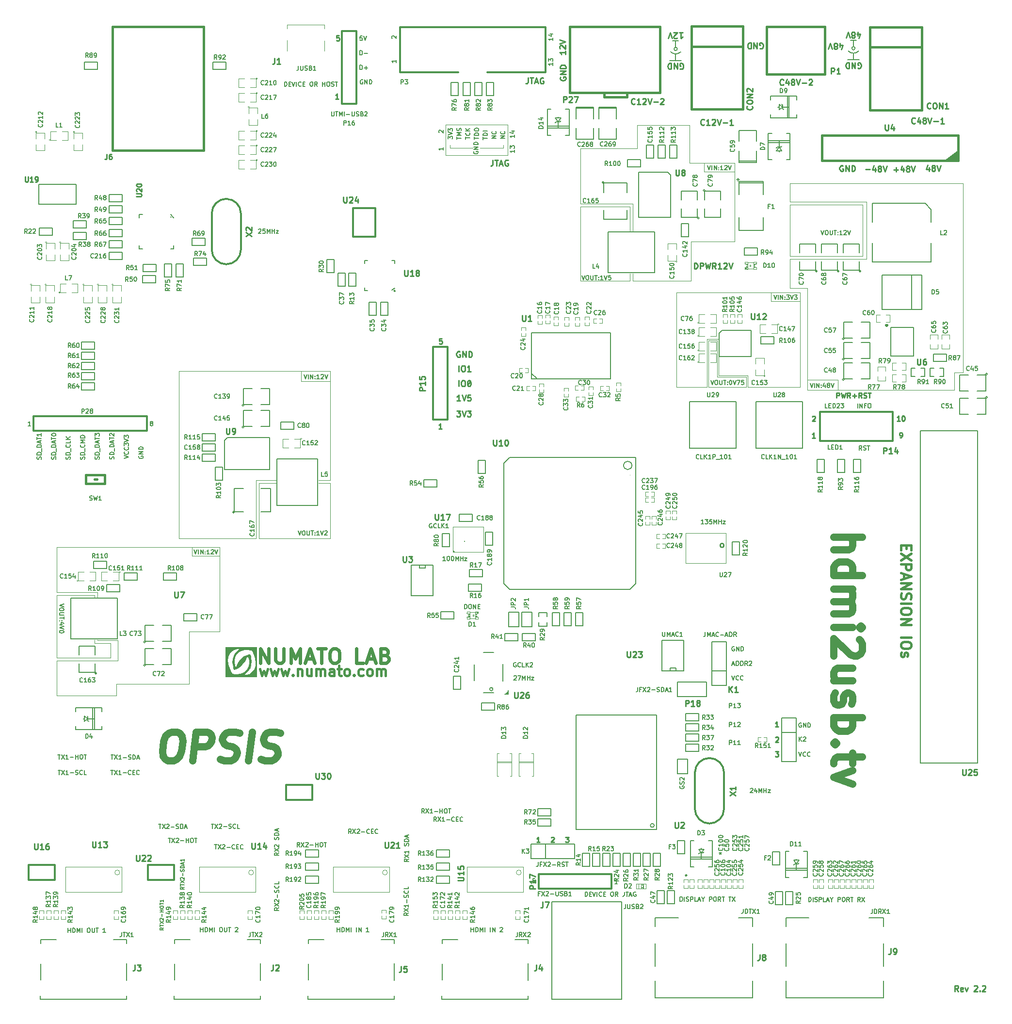
<source format=gto>
G04 (created by PCBNEW (2013-07-07 BZR 4022)-stable) date 10/11/2015 03:16:48 PM*
%MOIN*%
G04 Gerber Fmt 3.4, Leading zero omitted, Abs format*
%FSLAX34Y34*%
G01*
G70*
G90*
G04 APERTURE LIST*
%ADD10C,0.00590551*%
%ADD11C,0.00393701*%
%ADD12C,0.0167323*%
%ADD13C,0.01*%
%ADD14C,0.0075*%
%ADD15C,0.0175*%
%ADD16C,0.009*%
%ADD17C,0.0492126*%
%ADD18C,0.00875*%
%ADD19C,0.00787402*%
%ADD20C,0.00625*%
%ADD21C,0.00984252*%
%ADD22C,0.02475*%
%ADD23C,0.012*%
%ADD24C,0.005*%
%ADD25C,0.015*%
%ADD26C,0.00295276*%
%ADD27C,0.0125*%
%ADD28C,0.003*%
%ADD29C,0.0028*%
%ADD30C,0.0026*%
%ADD31C,0.004*%
%ADD32C,0.002*%
%ADD33C,0.006*%
%ADD34C,0.0005*%
%ADD35C,0.0039*%
%ADD36C,0.008*%
%ADD37C,0.0047*%
%ADD38C,0.0059*%
%ADD39C,0.011811*%
%ADD40C,0.0001*%
G04 APERTURE END LIST*
G54D10*
G54D11*
X100400Y-47500D02*
X100400Y-47450D01*
X110500Y-47500D02*
X100400Y-47500D01*
X111100Y-46300D02*
X111100Y-33300D01*
X110500Y-46300D02*
X111100Y-46300D01*
X110500Y-47500D02*
X110500Y-46300D01*
X107550Y-39650D02*
X107550Y-39600D01*
X107550Y-39650D02*
X107550Y-41950D01*
G54D12*
X105816Y-43012D02*
X105848Y-43044D01*
X105816Y-43076D01*
X105785Y-43044D01*
X105816Y-43012D01*
X105816Y-43076D01*
G54D13*
X88533Y-27823D02*
X88514Y-27842D01*
X88457Y-27861D01*
X88419Y-27861D01*
X88361Y-27842D01*
X88323Y-27804D01*
X88304Y-27766D01*
X88285Y-27690D01*
X88285Y-27633D01*
X88304Y-27557D01*
X88323Y-27519D01*
X88361Y-27480D01*
X88419Y-27461D01*
X88457Y-27461D01*
X88514Y-27480D01*
X88533Y-27500D01*
X88914Y-27861D02*
X88685Y-27861D01*
X88800Y-27861D02*
X88800Y-27461D01*
X88761Y-27519D01*
X88723Y-27557D01*
X88685Y-27576D01*
X89066Y-27500D02*
X89085Y-27480D01*
X89123Y-27461D01*
X89219Y-27461D01*
X89257Y-27480D01*
X89276Y-27500D01*
X89295Y-27538D01*
X89295Y-27576D01*
X89276Y-27633D01*
X89047Y-27861D01*
X89295Y-27861D01*
X89409Y-27461D02*
X89542Y-27861D01*
X89676Y-27461D01*
X89809Y-27709D02*
X90114Y-27709D01*
X90285Y-27500D02*
X90304Y-27480D01*
X90342Y-27461D01*
X90438Y-27461D01*
X90476Y-27480D01*
X90495Y-27500D01*
X90514Y-27538D01*
X90514Y-27576D01*
X90495Y-27633D01*
X90266Y-27861D01*
X90514Y-27861D01*
G54D14*
X99800Y-72371D02*
X99900Y-72671D01*
X100000Y-72371D01*
X100271Y-72642D02*
X100257Y-72657D01*
X100214Y-72671D01*
X100185Y-72671D01*
X100142Y-72657D01*
X100114Y-72628D01*
X100100Y-72600D01*
X100085Y-72542D01*
X100085Y-72500D01*
X100100Y-72442D01*
X100114Y-72414D01*
X100142Y-72385D01*
X100185Y-72371D01*
X100214Y-72371D01*
X100257Y-72385D01*
X100271Y-72400D01*
X100571Y-72642D02*
X100557Y-72657D01*
X100514Y-72671D01*
X100485Y-72671D01*
X100442Y-72657D01*
X100414Y-72628D01*
X100400Y-72600D01*
X100385Y-72542D01*
X100385Y-72500D01*
X100400Y-72442D01*
X100414Y-72414D01*
X100442Y-72385D01*
X100485Y-72371D01*
X100514Y-72371D01*
X100557Y-72385D01*
X100571Y-72400D01*
X99971Y-70385D02*
X99942Y-70371D01*
X99900Y-70371D01*
X99857Y-70385D01*
X99828Y-70414D01*
X99814Y-70442D01*
X99800Y-70500D01*
X99800Y-70542D01*
X99814Y-70600D01*
X99828Y-70628D01*
X99857Y-70657D01*
X99900Y-70671D01*
X99928Y-70671D01*
X99971Y-70657D01*
X99985Y-70642D01*
X99985Y-70542D01*
X99928Y-70542D01*
X100114Y-70671D02*
X100114Y-70371D01*
X100285Y-70671D01*
X100285Y-70371D01*
X100428Y-70671D02*
X100428Y-70371D01*
X100500Y-70371D01*
X100542Y-70385D01*
X100571Y-70414D01*
X100585Y-70442D01*
X100600Y-70500D01*
X100600Y-70542D01*
X100585Y-70600D01*
X100571Y-70628D01*
X100542Y-70657D01*
X100500Y-70671D01*
X100428Y-70671D01*
G54D13*
X83762Y-24187D02*
X83762Y-24416D01*
X83762Y-24301D02*
X83362Y-24301D01*
X83420Y-24339D01*
X83458Y-24378D01*
X83477Y-24416D01*
X83401Y-24035D02*
X83381Y-24016D01*
X83362Y-23978D01*
X83362Y-23882D01*
X83381Y-23844D01*
X83401Y-23825D01*
X83439Y-23806D01*
X83477Y-23806D01*
X83534Y-23825D01*
X83762Y-24054D01*
X83762Y-23806D01*
X83362Y-23692D02*
X83762Y-23559D01*
X83362Y-23425D01*
X83409Y-25994D02*
X83390Y-26032D01*
X83390Y-26090D01*
X83409Y-26147D01*
X83448Y-26185D01*
X83486Y-26204D01*
X83562Y-26223D01*
X83619Y-26223D01*
X83695Y-26204D01*
X83733Y-26185D01*
X83771Y-26147D01*
X83790Y-26090D01*
X83790Y-26051D01*
X83771Y-25994D01*
X83752Y-25975D01*
X83619Y-25975D01*
X83619Y-26051D01*
X83790Y-25804D02*
X83390Y-25804D01*
X83790Y-25575D01*
X83390Y-25575D01*
X83790Y-25385D02*
X83390Y-25385D01*
X83390Y-25289D01*
X83409Y-25232D01*
X83448Y-25194D01*
X83486Y-25175D01*
X83562Y-25156D01*
X83619Y-25156D01*
X83695Y-25175D01*
X83733Y-25194D01*
X83771Y-25232D01*
X83790Y-25289D01*
X83790Y-25385D01*
G54D14*
X46993Y-49948D02*
X46822Y-49948D01*
X46908Y-49948D02*
X46908Y-49648D01*
X46879Y-49691D01*
X46850Y-49719D01*
X46822Y-49734D01*
X55278Y-49776D02*
X55249Y-49761D01*
X55235Y-49747D01*
X55221Y-49718D01*
X55221Y-49704D01*
X55235Y-49676D01*
X55249Y-49661D01*
X55278Y-49647D01*
X55335Y-49647D01*
X55364Y-49661D01*
X55378Y-49676D01*
X55392Y-49704D01*
X55392Y-49718D01*
X55378Y-49747D01*
X55364Y-49761D01*
X55335Y-49776D01*
X55278Y-49776D01*
X55249Y-49790D01*
X55235Y-49804D01*
X55221Y-49833D01*
X55221Y-49890D01*
X55235Y-49918D01*
X55249Y-49933D01*
X55278Y-49947D01*
X55335Y-49947D01*
X55364Y-49933D01*
X55378Y-49918D01*
X55392Y-49890D01*
X55392Y-49833D01*
X55378Y-49804D01*
X55364Y-49790D01*
X55335Y-49776D01*
X54447Y-52032D02*
X54433Y-52061D01*
X54433Y-52104D01*
X54447Y-52146D01*
X54476Y-52175D01*
X54504Y-52189D01*
X54562Y-52204D01*
X54604Y-52204D01*
X54662Y-52189D01*
X54690Y-52175D01*
X54719Y-52146D01*
X54733Y-52104D01*
X54733Y-52075D01*
X54719Y-52032D01*
X54704Y-52018D01*
X54604Y-52018D01*
X54604Y-52075D01*
X54733Y-51889D02*
X54433Y-51889D01*
X54733Y-51718D01*
X54433Y-51718D01*
X54733Y-51575D02*
X54433Y-51575D01*
X54433Y-51504D01*
X54447Y-51461D01*
X54476Y-51432D01*
X54504Y-51418D01*
X54562Y-51404D01*
X54604Y-51404D01*
X54662Y-51418D01*
X54690Y-51432D01*
X54719Y-51461D01*
X54733Y-51504D01*
X54733Y-51575D01*
X53431Y-52201D02*
X53731Y-52101D01*
X53431Y-52001D01*
X53702Y-51729D02*
X53717Y-51744D01*
X53731Y-51787D01*
X53731Y-51815D01*
X53717Y-51858D01*
X53688Y-51887D01*
X53660Y-51901D01*
X53602Y-51915D01*
X53560Y-51915D01*
X53502Y-51901D01*
X53474Y-51887D01*
X53445Y-51858D01*
X53431Y-51815D01*
X53431Y-51787D01*
X53445Y-51744D01*
X53460Y-51729D01*
X53702Y-51429D02*
X53717Y-51444D01*
X53731Y-51487D01*
X53731Y-51515D01*
X53717Y-51558D01*
X53688Y-51587D01*
X53660Y-51601D01*
X53602Y-51615D01*
X53560Y-51615D01*
X53502Y-51601D01*
X53474Y-51587D01*
X53445Y-51558D01*
X53431Y-51515D01*
X53431Y-51487D01*
X53445Y-51444D01*
X53460Y-51429D01*
X53431Y-51329D02*
X53431Y-51144D01*
X53545Y-51244D01*
X53545Y-51201D01*
X53560Y-51172D01*
X53574Y-51158D01*
X53602Y-51144D01*
X53674Y-51144D01*
X53702Y-51158D01*
X53717Y-51172D01*
X53731Y-51201D01*
X53731Y-51287D01*
X53717Y-51315D01*
X53702Y-51329D01*
X53431Y-51058D02*
X53731Y-50958D01*
X53431Y-50858D01*
X53431Y-50787D02*
X53431Y-50601D01*
X53545Y-50701D01*
X53545Y-50658D01*
X53560Y-50629D01*
X53574Y-50615D01*
X53602Y-50601D01*
X53674Y-50601D01*
X53702Y-50615D01*
X53717Y-50629D01*
X53731Y-50658D01*
X53731Y-50744D01*
X53717Y-50772D01*
X53702Y-50787D01*
X94409Y-79250D02*
X94409Y-79321D01*
X94337Y-79293D02*
X94409Y-79321D01*
X94480Y-79293D01*
X94366Y-79379D02*
X94409Y-79321D01*
X94451Y-79379D01*
X92052Y-80777D02*
X92052Y-80848D01*
X91980Y-80820D02*
X92052Y-80848D01*
X92123Y-80820D01*
X92009Y-80906D02*
X92052Y-80848D01*
X92094Y-80906D01*
G54D15*
X62769Y-66666D02*
X62903Y-67133D01*
X63036Y-66800D01*
X63169Y-67133D01*
X63303Y-66666D01*
X63503Y-66666D02*
X63636Y-67133D01*
X63769Y-66800D01*
X63903Y-67133D01*
X64036Y-66666D01*
X64236Y-66666D02*
X64369Y-67133D01*
X64503Y-66800D01*
X64636Y-67133D01*
X64769Y-66666D01*
X65036Y-67066D02*
X65069Y-67100D01*
X65036Y-67133D01*
X65003Y-67100D01*
X65036Y-67066D01*
X65036Y-67133D01*
X65369Y-66666D02*
X65369Y-67133D01*
X65369Y-66733D02*
X65403Y-66700D01*
X65469Y-66666D01*
X65569Y-66666D01*
X65636Y-66700D01*
X65669Y-66766D01*
X65669Y-67133D01*
X66303Y-66666D02*
X66303Y-67133D01*
X66003Y-66666D02*
X66003Y-67033D01*
X66036Y-67100D01*
X66103Y-67133D01*
X66203Y-67133D01*
X66270Y-67100D01*
X66303Y-67066D01*
X66636Y-67133D02*
X66636Y-66666D01*
X66636Y-66733D02*
X66670Y-66700D01*
X66736Y-66666D01*
X66836Y-66666D01*
X66903Y-66700D01*
X66936Y-66766D01*
X66936Y-67133D01*
X66936Y-66766D02*
X66970Y-66700D01*
X67036Y-66666D01*
X67136Y-66666D01*
X67203Y-66700D01*
X67236Y-66766D01*
X67236Y-67133D01*
X67870Y-67133D02*
X67870Y-66766D01*
X67836Y-66700D01*
X67770Y-66666D01*
X67636Y-66666D01*
X67570Y-66700D01*
X67870Y-67100D02*
X67803Y-67133D01*
X67636Y-67133D01*
X67570Y-67100D01*
X67536Y-67033D01*
X67536Y-66966D01*
X67570Y-66900D01*
X67636Y-66866D01*
X67803Y-66866D01*
X67870Y-66833D01*
X68103Y-66666D02*
X68370Y-66666D01*
X68203Y-66433D02*
X68203Y-67033D01*
X68236Y-67100D01*
X68303Y-67133D01*
X68370Y-67133D01*
X68703Y-67133D02*
X68636Y-67100D01*
X68603Y-67066D01*
X68570Y-67000D01*
X68570Y-66800D01*
X68603Y-66733D01*
X68636Y-66700D01*
X68703Y-66666D01*
X68803Y-66666D01*
X68870Y-66700D01*
X68903Y-66733D01*
X68936Y-66800D01*
X68936Y-67000D01*
X68903Y-67066D01*
X68870Y-67100D01*
X68803Y-67133D01*
X68703Y-67133D01*
X69236Y-67066D02*
X69270Y-67100D01*
X69236Y-67133D01*
X69203Y-67100D01*
X69236Y-67066D01*
X69236Y-67133D01*
X69870Y-67100D02*
X69803Y-67133D01*
X69670Y-67133D01*
X69603Y-67100D01*
X69570Y-67066D01*
X69536Y-67000D01*
X69536Y-66800D01*
X69570Y-66733D01*
X69603Y-66700D01*
X69670Y-66666D01*
X69803Y-66666D01*
X69870Y-66700D01*
X70270Y-67133D02*
X70203Y-67100D01*
X70170Y-67066D01*
X70136Y-67000D01*
X70136Y-66800D01*
X70170Y-66733D01*
X70203Y-66700D01*
X70270Y-66666D01*
X70370Y-66666D01*
X70436Y-66700D01*
X70470Y-66733D01*
X70503Y-66800D01*
X70503Y-67000D01*
X70470Y-67066D01*
X70436Y-67100D01*
X70370Y-67133D01*
X70270Y-67133D01*
X70803Y-67133D02*
X70803Y-66666D01*
X70803Y-66733D02*
X70836Y-66700D01*
X70903Y-66666D01*
X71003Y-66666D01*
X71070Y-66700D01*
X71103Y-66766D01*
X71103Y-67133D01*
X71103Y-66766D02*
X71136Y-66700D01*
X71203Y-66666D01*
X71303Y-66666D01*
X71370Y-66700D01*
X71403Y-66766D01*
X71403Y-67133D01*
G54D11*
X77223Y-46939D02*
X77247Y-46939D01*
G54D16*
X77035Y-47127D02*
X77223Y-46939D01*
G54D17*
X56681Y-70978D02*
X57056Y-70978D01*
X57231Y-71072D01*
X57396Y-71259D01*
X57442Y-71634D01*
X57360Y-72290D01*
X57220Y-72665D01*
X57009Y-72853D01*
X56810Y-72946D01*
X56435Y-72946D01*
X56259Y-72853D01*
X56095Y-72665D01*
X56048Y-72290D01*
X56130Y-71634D01*
X56271Y-71259D01*
X56482Y-71072D01*
X56681Y-70978D01*
X58122Y-72946D02*
X58368Y-70978D01*
X59118Y-70978D01*
X59294Y-71072D01*
X59376Y-71165D01*
X59446Y-71353D01*
X59411Y-71634D01*
X59294Y-71821D01*
X59188Y-71915D01*
X58989Y-72009D01*
X58239Y-72009D01*
X60008Y-72853D02*
X60278Y-72946D01*
X60747Y-72946D01*
X60946Y-72853D01*
X61051Y-72759D01*
X61169Y-72571D01*
X61192Y-72384D01*
X61122Y-72196D01*
X61040Y-72103D01*
X60864Y-72009D01*
X60501Y-71915D01*
X60325Y-71821D01*
X60243Y-71728D01*
X60173Y-71540D01*
X60196Y-71353D01*
X60313Y-71165D01*
X60419Y-71072D01*
X60618Y-70978D01*
X61086Y-70978D01*
X61356Y-71072D01*
X61965Y-72946D02*
X62211Y-70978D01*
X62821Y-72853D02*
X63090Y-72946D01*
X63559Y-72946D01*
X63758Y-72853D01*
X63863Y-72759D01*
X63981Y-72571D01*
X64004Y-72384D01*
X63934Y-72196D01*
X63852Y-72103D01*
X63676Y-72009D01*
X63313Y-71915D01*
X63137Y-71821D01*
X63055Y-71728D01*
X62985Y-71540D01*
X63008Y-71353D01*
X63125Y-71165D01*
X63231Y-71072D01*
X63430Y-70978D01*
X63899Y-70978D01*
X64168Y-71072D01*
G54D14*
X52717Y-52235D02*
X52731Y-52192D01*
X52731Y-52121D01*
X52717Y-52092D01*
X52702Y-52078D01*
X52674Y-52064D01*
X52645Y-52064D01*
X52617Y-52078D01*
X52602Y-52092D01*
X52588Y-52121D01*
X52574Y-52178D01*
X52560Y-52207D01*
X52545Y-52221D01*
X52517Y-52235D01*
X52488Y-52235D01*
X52460Y-52221D01*
X52445Y-52207D01*
X52431Y-52178D01*
X52431Y-52107D01*
X52445Y-52064D01*
X52731Y-51935D02*
X52431Y-51935D01*
X52431Y-51864D01*
X52445Y-51821D01*
X52474Y-51792D01*
X52502Y-51778D01*
X52560Y-51764D01*
X52602Y-51764D01*
X52660Y-51778D01*
X52688Y-51792D01*
X52717Y-51821D01*
X52731Y-51864D01*
X52731Y-51935D01*
X52760Y-51707D02*
X52760Y-51478D01*
X52731Y-51407D02*
X52431Y-51407D01*
X52431Y-51335D01*
X52445Y-51292D01*
X52474Y-51264D01*
X52502Y-51250D01*
X52560Y-51235D01*
X52602Y-51235D01*
X52660Y-51250D01*
X52688Y-51264D01*
X52717Y-51292D01*
X52731Y-51335D01*
X52731Y-51407D01*
X52645Y-51121D02*
X52645Y-50978D01*
X52731Y-51150D02*
X52431Y-51050D01*
X52731Y-50950D01*
X52431Y-50892D02*
X52431Y-50721D01*
X52731Y-50807D02*
X52431Y-50807D01*
X52460Y-50635D02*
X52445Y-50621D01*
X52431Y-50592D01*
X52431Y-50521D01*
X52445Y-50492D01*
X52460Y-50478D01*
X52488Y-50464D01*
X52517Y-50464D01*
X52560Y-50478D01*
X52731Y-50650D01*
X52731Y-50464D01*
X51707Y-52245D02*
X51721Y-52202D01*
X51721Y-52131D01*
X51707Y-52102D01*
X51692Y-52088D01*
X51664Y-52074D01*
X51635Y-52074D01*
X51607Y-52088D01*
X51592Y-52102D01*
X51578Y-52131D01*
X51564Y-52188D01*
X51550Y-52217D01*
X51535Y-52231D01*
X51507Y-52245D01*
X51478Y-52245D01*
X51450Y-52231D01*
X51435Y-52217D01*
X51421Y-52188D01*
X51421Y-52117D01*
X51435Y-52074D01*
X51721Y-51945D02*
X51421Y-51945D01*
X51421Y-51874D01*
X51435Y-51831D01*
X51464Y-51802D01*
X51492Y-51788D01*
X51550Y-51774D01*
X51592Y-51774D01*
X51650Y-51788D01*
X51678Y-51802D01*
X51707Y-51831D01*
X51721Y-51874D01*
X51721Y-51945D01*
X51750Y-51717D02*
X51750Y-51488D01*
X51721Y-51417D02*
X51421Y-51417D01*
X51421Y-51345D01*
X51435Y-51302D01*
X51464Y-51274D01*
X51492Y-51260D01*
X51550Y-51245D01*
X51592Y-51245D01*
X51650Y-51260D01*
X51678Y-51274D01*
X51707Y-51302D01*
X51721Y-51345D01*
X51721Y-51417D01*
X51635Y-51131D02*
X51635Y-50988D01*
X51721Y-51160D02*
X51421Y-51060D01*
X51721Y-50960D01*
X51421Y-50902D02*
X51421Y-50731D01*
X51721Y-50817D02*
X51421Y-50817D01*
X51421Y-50660D02*
X51421Y-50474D01*
X51535Y-50574D01*
X51535Y-50531D01*
X51550Y-50502D01*
X51564Y-50488D01*
X51592Y-50474D01*
X51664Y-50474D01*
X51692Y-50488D01*
X51707Y-50502D01*
X51721Y-50531D01*
X51721Y-50617D01*
X51707Y-50645D01*
X51692Y-50660D01*
X50697Y-52251D02*
X50711Y-52208D01*
X50711Y-52137D01*
X50697Y-52108D01*
X50682Y-52094D01*
X50654Y-52080D01*
X50625Y-52080D01*
X50597Y-52094D01*
X50582Y-52108D01*
X50568Y-52137D01*
X50554Y-52194D01*
X50540Y-52222D01*
X50525Y-52237D01*
X50497Y-52251D01*
X50468Y-52251D01*
X50440Y-52237D01*
X50425Y-52222D01*
X50411Y-52194D01*
X50411Y-52122D01*
X50425Y-52080D01*
X50711Y-51951D02*
X50411Y-51951D01*
X50411Y-51880D01*
X50425Y-51837D01*
X50454Y-51808D01*
X50482Y-51794D01*
X50540Y-51780D01*
X50582Y-51780D01*
X50640Y-51794D01*
X50668Y-51808D01*
X50697Y-51837D01*
X50711Y-51880D01*
X50711Y-51951D01*
X50740Y-51722D02*
X50740Y-51494D01*
X50682Y-51251D02*
X50697Y-51265D01*
X50711Y-51308D01*
X50711Y-51337D01*
X50697Y-51380D01*
X50668Y-51408D01*
X50640Y-51422D01*
X50582Y-51437D01*
X50540Y-51437D01*
X50482Y-51422D01*
X50454Y-51408D01*
X50425Y-51380D01*
X50411Y-51337D01*
X50411Y-51308D01*
X50425Y-51265D01*
X50440Y-51251D01*
X50711Y-51122D02*
X50411Y-51122D01*
X50625Y-51022D01*
X50411Y-50922D01*
X50711Y-50922D01*
X50711Y-50780D02*
X50411Y-50780D01*
X50411Y-50708D01*
X50425Y-50665D01*
X50454Y-50637D01*
X50482Y-50622D01*
X50540Y-50608D01*
X50582Y-50608D01*
X50640Y-50622D01*
X50668Y-50637D01*
X50697Y-50665D01*
X50711Y-50708D01*
X50711Y-50780D01*
X49707Y-52251D02*
X49721Y-52208D01*
X49721Y-52137D01*
X49707Y-52108D01*
X49692Y-52094D01*
X49664Y-52080D01*
X49635Y-52080D01*
X49607Y-52094D01*
X49592Y-52108D01*
X49578Y-52137D01*
X49564Y-52194D01*
X49550Y-52222D01*
X49535Y-52237D01*
X49507Y-52251D01*
X49478Y-52251D01*
X49450Y-52237D01*
X49435Y-52222D01*
X49421Y-52194D01*
X49421Y-52122D01*
X49435Y-52080D01*
X49721Y-51951D02*
X49421Y-51951D01*
X49421Y-51880D01*
X49435Y-51837D01*
X49464Y-51808D01*
X49492Y-51794D01*
X49550Y-51780D01*
X49592Y-51780D01*
X49650Y-51794D01*
X49678Y-51808D01*
X49707Y-51837D01*
X49721Y-51880D01*
X49721Y-51951D01*
X49750Y-51722D02*
X49750Y-51494D01*
X49692Y-51251D02*
X49707Y-51265D01*
X49721Y-51308D01*
X49721Y-51337D01*
X49707Y-51380D01*
X49678Y-51408D01*
X49650Y-51422D01*
X49592Y-51437D01*
X49550Y-51437D01*
X49492Y-51422D01*
X49464Y-51408D01*
X49435Y-51380D01*
X49421Y-51337D01*
X49421Y-51308D01*
X49435Y-51265D01*
X49450Y-51251D01*
X49721Y-50980D02*
X49721Y-51122D01*
X49421Y-51122D01*
X49721Y-50880D02*
X49421Y-50880D01*
X49721Y-50708D02*
X49550Y-50837D01*
X49421Y-50708D02*
X49592Y-50880D01*
X48727Y-52245D02*
X48741Y-52202D01*
X48741Y-52131D01*
X48727Y-52102D01*
X48712Y-52088D01*
X48684Y-52074D01*
X48655Y-52074D01*
X48627Y-52088D01*
X48612Y-52102D01*
X48598Y-52131D01*
X48584Y-52188D01*
X48570Y-52217D01*
X48555Y-52231D01*
X48527Y-52245D01*
X48498Y-52245D01*
X48470Y-52231D01*
X48455Y-52217D01*
X48441Y-52188D01*
X48441Y-52117D01*
X48455Y-52074D01*
X48741Y-51945D02*
X48441Y-51945D01*
X48441Y-51874D01*
X48455Y-51831D01*
X48484Y-51802D01*
X48512Y-51788D01*
X48570Y-51774D01*
X48612Y-51774D01*
X48670Y-51788D01*
X48698Y-51802D01*
X48727Y-51831D01*
X48741Y-51874D01*
X48741Y-51945D01*
X48770Y-51717D02*
X48770Y-51488D01*
X48741Y-51417D02*
X48441Y-51417D01*
X48441Y-51345D01*
X48455Y-51302D01*
X48484Y-51274D01*
X48512Y-51260D01*
X48570Y-51245D01*
X48612Y-51245D01*
X48670Y-51260D01*
X48698Y-51274D01*
X48727Y-51302D01*
X48741Y-51345D01*
X48741Y-51417D01*
X48655Y-51131D02*
X48655Y-50988D01*
X48741Y-51160D02*
X48441Y-51060D01*
X48741Y-50960D01*
X48441Y-50902D02*
X48441Y-50731D01*
X48741Y-50817D02*
X48441Y-50817D01*
X48441Y-50574D02*
X48441Y-50545D01*
X48455Y-50517D01*
X48470Y-50502D01*
X48498Y-50488D01*
X48555Y-50474D01*
X48627Y-50474D01*
X48684Y-50488D01*
X48712Y-50502D01*
X48727Y-50517D01*
X48741Y-50545D01*
X48741Y-50574D01*
X48727Y-50602D01*
X48712Y-50617D01*
X48684Y-50631D01*
X48627Y-50645D01*
X48555Y-50645D01*
X48498Y-50631D01*
X48470Y-50617D01*
X48455Y-50602D01*
X48441Y-50574D01*
X47717Y-52245D02*
X47731Y-52202D01*
X47731Y-52131D01*
X47717Y-52102D01*
X47702Y-52088D01*
X47674Y-52074D01*
X47645Y-52074D01*
X47617Y-52088D01*
X47602Y-52102D01*
X47588Y-52131D01*
X47574Y-52188D01*
X47560Y-52217D01*
X47545Y-52231D01*
X47517Y-52245D01*
X47488Y-52245D01*
X47460Y-52231D01*
X47445Y-52217D01*
X47431Y-52188D01*
X47431Y-52117D01*
X47445Y-52074D01*
X47731Y-51945D02*
X47431Y-51945D01*
X47431Y-51874D01*
X47445Y-51831D01*
X47474Y-51802D01*
X47502Y-51788D01*
X47560Y-51774D01*
X47602Y-51774D01*
X47660Y-51788D01*
X47688Y-51802D01*
X47717Y-51831D01*
X47731Y-51874D01*
X47731Y-51945D01*
X47760Y-51717D02*
X47760Y-51488D01*
X47731Y-51417D02*
X47431Y-51417D01*
X47431Y-51345D01*
X47445Y-51302D01*
X47474Y-51274D01*
X47502Y-51260D01*
X47560Y-51245D01*
X47602Y-51245D01*
X47660Y-51260D01*
X47688Y-51274D01*
X47717Y-51302D01*
X47731Y-51345D01*
X47731Y-51417D01*
X47645Y-51131D02*
X47645Y-50988D01*
X47731Y-51160D02*
X47431Y-51060D01*
X47731Y-50960D01*
X47431Y-50902D02*
X47431Y-50731D01*
X47731Y-50817D02*
X47431Y-50817D01*
X47731Y-50474D02*
X47731Y-50645D01*
X47731Y-50560D02*
X47431Y-50560D01*
X47474Y-50588D01*
X47502Y-50617D01*
X47517Y-50645D01*
G54D18*
X82780Y-78255D02*
X82796Y-78238D01*
X82830Y-78221D01*
X82913Y-78221D01*
X82946Y-78238D01*
X82963Y-78255D01*
X82980Y-78288D01*
X82980Y-78321D01*
X82963Y-78371D01*
X82763Y-78571D01*
X82980Y-78571D01*
X98400Y-70641D02*
X98200Y-70641D01*
X98300Y-70641D02*
X98300Y-70291D01*
X98266Y-70341D01*
X98233Y-70375D01*
X98200Y-70391D01*
X98200Y-71375D02*
X98216Y-71358D01*
X98250Y-71341D01*
X98333Y-71341D01*
X98366Y-71358D01*
X98383Y-71375D01*
X98400Y-71408D01*
X98400Y-71441D01*
X98383Y-71491D01*
X98183Y-71691D01*
X98400Y-71691D01*
X98183Y-72341D02*
X98400Y-72341D01*
X98283Y-72475D01*
X98333Y-72475D01*
X98366Y-72491D01*
X98383Y-72508D01*
X98400Y-72541D01*
X98400Y-72625D01*
X98383Y-72658D01*
X98366Y-72675D01*
X98333Y-72691D01*
X98233Y-72691D01*
X98200Y-72675D01*
X98183Y-72658D01*
X81990Y-78571D02*
X81790Y-78571D01*
X81890Y-78571D02*
X81890Y-78221D01*
X81856Y-78271D01*
X81823Y-78305D01*
X81790Y-78321D01*
X83763Y-78211D02*
X83980Y-78211D01*
X83863Y-78345D01*
X83913Y-78345D01*
X83946Y-78361D01*
X83963Y-78378D01*
X83980Y-78411D01*
X83980Y-78495D01*
X83963Y-78528D01*
X83946Y-78545D01*
X83913Y-78561D01*
X83813Y-78561D01*
X83780Y-78545D01*
X83763Y-78528D01*
G54D14*
X81887Y-79936D02*
X81887Y-80150D01*
X81873Y-80193D01*
X81844Y-80222D01*
X81802Y-80236D01*
X81773Y-80236D01*
X82130Y-80079D02*
X82030Y-80079D01*
X82030Y-80236D02*
X82030Y-79936D01*
X82173Y-79936D01*
X82259Y-79936D02*
X82459Y-80236D01*
X82459Y-79936D02*
X82259Y-80236D01*
X82559Y-79965D02*
X82573Y-79950D01*
X82602Y-79936D01*
X82673Y-79936D01*
X82702Y-79950D01*
X82716Y-79965D01*
X82730Y-79993D01*
X82730Y-80022D01*
X82716Y-80065D01*
X82544Y-80236D01*
X82730Y-80236D01*
X82859Y-80122D02*
X83087Y-80122D01*
X83402Y-80236D02*
X83302Y-80093D01*
X83230Y-80236D02*
X83230Y-79936D01*
X83344Y-79936D01*
X83373Y-79950D01*
X83387Y-79965D01*
X83402Y-79993D01*
X83402Y-80036D01*
X83387Y-80065D01*
X83373Y-80079D01*
X83344Y-80093D01*
X83230Y-80093D01*
X83516Y-80222D02*
X83559Y-80236D01*
X83630Y-80236D01*
X83659Y-80222D01*
X83673Y-80207D01*
X83687Y-80179D01*
X83687Y-80150D01*
X83673Y-80122D01*
X83659Y-80107D01*
X83630Y-80093D01*
X83573Y-80079D01*
X83544Y-80065D01*
X83530Y-80050D01*
X83516Y-80022D01*
X83516Y-79993D01*
X83530Y-79965D01*
X83544Y-79950D01*
X83573Y-79936D01*
X83644Y-79936D01*
X83687Y-79950D01*
X83773Y-79936D02*
X83944Y-79936D01*
X83859Y-80236D02*
X83859Y-79936D01*
X93265Y-56691D02*
X93093Y-56691D01*
X93179Y-56691D02*
X93179Y-56391D01*
X93150Y-56434D01*
X93122Y-56462D01*
X93093Y-56477D01*
X93365Y-56391D02*
X93550Y-56391D01*
X93450Y-56505D01*
X93493Y-56505D01*
X93522Y-56520D01*
X93536Y-56534D01*
X93550Y-56562D01*
X93550Y-56634D01*
X93536Y-56662D01*
X93522Y-56677D01*
X93493Y-56691D01*
X93407Y-56691D01*
X93379Y-56677D01*
X93365Y-56662D01*
X93822Y-56391D02*
X93679Y-56391D01*
X93665Y-56534D01*
X93679Y-56520D01*
X93707Y-56505D01*
X93779Y-56505D01*
X93807Y-56520D01*
X93822Y-56534D01*
X93836Y-56562D01*
X93836Y-56634D01*
X93822Y-56662D01*
X93807Y-56677D01*
X93779Y-56691D01*
X93707Y-56691D01*
X93679Y-56677D01*
X93665Y-56662D01*
X93965Y-56691D02*
X93965Y-56391D01*
X94065Y-56605D01*
X94165Y-56391D01*
X94165Y-56691D01*
X94307Y-56691D02*
X94307Y-56391D01*
X94307Y-56534D02*
X94479Y-56534D01*
X94479Y-56691D02*
X94479Y-56391D01*
X94593Y-56491D02*
X94750Y-56491D01*
X94593Y-56691D01*
X94750Y-56691D01*
G54D11*
X80561Y-73109D02*
X81540Y-73109D01*
X79062Y-73109D02*
X80037Y-73109D01*
X79062Y-73028D02*
X80037Y-73028D01*
X80561Y-73028D02*
X81542Y-73028D01*
G54D14*
X56461Y-78289D02*
X56632Y-78289D01*
X56547Y-78589D02*
X56547Y-78289D01*
X56704Y-78289D02*
X56904Y-78589D01*
X56904Y-78289D02*
X56704Y-78589D01*
X57004Y-78318D02*
X57018Y-78303D01*
X57047Y-78289D01*
X57118Y-78289D01*
X57147Y-78303D01*
X57161Y-78318D01*
X57175Y-78346D01*
X57175Y-78375D01*
X57161Y-78418D01*
X56989Y-78589D01*
X57175Y-78589D01*
X57304Y-78475D02*
X57532Y-78475D01*
X57675Y-78589D02*
X57675Y-78289D01*
X57675Y-78432D02*
X57847Y-78432D01*
X57847Y-78589D02*
X57847Y-78289D01*
X58047Y-78289D02*
X58104Y-78289D01*
X58132Y-78303D01*
X58161Y-78332D01*
X58175Y-78389D01*
X58175Y-78489D01*
X58161Y-78546D01*
X58132Y-78575D01*
X58104Y-78589D01*
X58047Y-78589D01*
X58018Y-78575D01*
X57989Y-78546D01*
X57975Y-78489D01*
X57975Y-78389D01*
X57989Y-78332D01*
X58018Y-78303D01*
X58047Y-78289D01*
X58261Y-78289D02*
X58432Y-78289D01*
X58347Y-78589D02*
X58347Y-78289D01*
X59640Y-78738D02*
X59811Y-78738D01*
X59725Y-79038D02*
X59725Y-78738D01*
X59883Y-78738D02*
X60083Y-79038D01*
X60083Y-78738D02*
X59883Y-79038D01*
X60183Y-78767D02*
X60197Y-78752D01*
X60225Y-78738D01*
X60297Y-78738D01*
X60325Y-78752D01*
X60340Y-78767D01*
X60354Y-78795D01*
X60354Y-78824D01*
X60340Y-78867D01*
X60168Y-79038D01*
X60354Y-79038D01*
X60483Y-78924D02*
X60711Y-78924D01*
X61025Y-79009D02*
X61011Y-79024D01*
X60968Y-79038D01*
X60940Y-79038D01*
X60897Y-79024D01*
X60868Y-78995D01*
X60854Y-78967D01*
X60840Y-78909D01*
X60840Y-78867D01*
X60854Y-78809D01*
X60868Y-78781D01*
X60897Y-78752D01*
X60940Y-78738D01*
X60968Y-78738D01*
X61011Y-78752D01*
X61025Y-78767D01*
X61154Y-78881D02*
X61254Y-78881D01*
X61297Y-79038D02*
X61154Y-79038D01*
X61154Y-78738D01*
X61297Y-78738D01*
X61597Y-79009D02*
X61583Y-79024D01*
X61540Y-79038D01*
X61511Y-79038D01*
X61468Y-79024D01*
X61440Y-78995D01*
X61425Y-78967D01*
X61411Y-78909D01*
X61411Y-78867D01*
X61425Y-78809D01*
X61440Y-78781D01*
X61468Y-78752D01*
X61511Y-78738D01*
X61540Y-78738D01*
X61583Y-78752D01*
X61597Y-78767D01*
X65503Y-78878D02*
X65403Y-78735D01*
X65332Y-78878D02*
X65332Y-78578D01*
X65446Y-78578D01*
X65475Y-78592D01*
X65489Y-78607D01*
X65503Y-78635D01*
X65503Y-78678D01*
X65489Y-78707D01*
X65475Y-78721D01*
X65446Y-78735D01*
X65332Y-78735D01*
X65603Y-78578D02*
X65803Y-78878D01*
X65803Y-78578D02*
X65603Y-78878D01*
X65903Y-78607D02*
X65918Y-78592D01*
X65946Y-78578D01*
X66018Y-78578D01*
X66046Y-78592D01*
X66061Y-78607D01*
X66075Y-78635D01*
X66075Y-78664D01*
X66061Y-78707D01*
X65889Y-78878D01*
X66075Y-78878D01*
X66203Y-78764D02*
X66432Y-78764D01*
X66575Y-78878D02*
X66575Y-78578D01*
X66575Y-78721D02*
X66746Y-78721D01*
X66746Y-78878D02*
X66746Y-78578D01*
X66946Y-78578D02*
X67003Y-78578D01*
X67032Y-78592D01*
X67061Y-78621D01*
X67075Y-78678D01*
X67075Y-78778D01*
X67061Y-78835D01*
X67032Y-78864D01*
X67003Y-78878D01*
X66946Y-78878D01*
X66918Y-78864D01*
X66889Y-78835D01*
X66875Y-78778D01*
X66875Y-78678D01*
X66889Y-78621D01*
X66918Y-78592D01*
X66946Y-78578D01*
X67161Y-78578D02*
X67332Y-78578D01*
X67246Y-78878D02*
X67246Y-78578D01*
X69039Y-77976D02*
X68939Y-77833D01*
X68868Y-77976D02*
X68868Y-77676D01*
X68982Y-77676D01*
X69011Y-77690D01*
X69025Y-77705D01*
X69039Y-77733D01*
X69039Y-77776D01*
X69025Y-77805D01*
X69011Y-77819D01*
X68982Y-77833D01*
X68868Y-77833D01*
X69139Y-77676D02*
X69339Y-77976D01*
X69339Y-77676D02*
X69139Y-77976D01*
X69439Y-77705D02*
X69454Y-77690D01*
X69482Y-77676D01*
X69554Y-77676D01*
X69582Y-77690D01*
X69596Y-77705D01*
X69611Y-77733D01*
X69611Y-77762D01*
X69596Y-77805D01*
X69425Y-77976D01*
X69611Y-77976D01*
X69739Y-77862D02*
X69968Y-77862D01*
X70282Y-77947D02*
X70268Y-77962D01*
X70225Y-77976D01*
X70196Y-77976D01*
X70154Y-77962D01*
X70125Y-77933D01*
X70111Y-77905D01*
X70096Y-77847D01*
X70096Y-77805D01*
X70111Y-77747D01*
X70125Y-77719D01*
X70154Y-77690D01*
X70196Y-77676D01*
X70225Y-77676D01*
X70268Y-77690D01*
X70282Y-77705D01*
X70411Y-77819D02*
X70511Y-77819D01*
X70554Y-77976D02*
X70411Y-77976D01*
X70411Y-77676D01*
X70554Y-77676D01*
X70854Y-77947D02*
X70839Y-77962D01*
X70796Y-77976D01*
X70768Y-77976D01*
X70725Y-77962D01*
X70696Y-77933D01*
X70682Y-77905D01*
X70668Y-77847D01*
X70668Y-77805D01*
X70682Y-77747D01*
X70696Y-77719D01*
X70725Y-77690D01*
X70768Y-77676D01*
X70796Y-77676D01*
X70839Y-77690D01*
X70854Y-77705D01*
X74058Y-76569D02*
X73958Y-76426D01*
X73887Y-76569D02*
X73887Y-76269D01*
X74001Y-76269D01*
X74030Y-76283D01*
X74044Y-76298D01*
X74058Y-76326D01*
X74058Y-76369D01*
X74044Y-76398D01*
X74030Y-76412D01*
X74001Y-76426D01*
X73887Y-76426D01*
X74158Y-76269D02*
X74358Y-76569D01*
X74358Y-76269D02*
X74158Y-76569D01*
X74630Y-76569D02*
X74458Y-76569D01*
X74544Y-76569D02*
X74544Y-76269D01*
X74516Y-76312D01*
X74487Y-76340D01*
X74458Y-76355D01*
X74758Y-76455D02*
X74987Y-76455D01*
X75130Y-76569D02*
X75130Y-76269D01*
X75130Y-76412D02*
X75301Y-76412D01*
X75301Y-76569D02*
X75301Y-76269D01*
X75501Y-76269D02*
X75558Y-76269D01*
X75587Y-76283D01*
X75616Y-76312D01*
X75630Y-76369D01*
X75630Y-76469D01*
X75616Y-76526D01*
X75587Y-76555D01*
X75558Y-76569D01*
X75501Y-76569D01*
X75473Y-76555D01*
X75444Y-76526D01*
X75430Y-76469D01*
X75430Y-76369D01*
X75444Y-76312D01*
X75473Y-76283D01*
X75501Y-76269D01*
X75716Y-76269D02*
X75887Y-76269D01*
X75801Y-76569D02*
X75801Y-76269D01*
X74883Y-77141D02*
X74783Y-76998D01*
X74712Y-77141D02*
X74712Y-76841D01*
X74826Y-76841D01*
X74855Y-76855D01*
X74869Y-76870D01*
X74883Y-76898D01*
X74883Y-76941D01*
X74869Y-76970D01*
X74855Y-76984D01*
X74826Y-76998D01*
X74712Y-76998D01*
X74983Y-76841D02*
X75183Y-77141D01*
X75183Y-76841D02*
X74983Y-77141D01*
X75455Y-77141D02*
X75283Y-77141D01*
X75369Y-77141D02*
X75369Y-76841D01*
X75340Y-76884D01*
X75312Y-76912D01*
X75283Y-76927D01*
X75583Y-77027D02*
X75812Y-77027D01*
X76126Y-77112D02*
X76112Y-77127D01*
X76069Y-77141D01*
X76040Y-77141D01*
X75998Y-77127D01*
X75969Y-77098D01*
X75955Y-77070D01*
X75940Y-77012D01*
X75940Y-76970D01*
X75955Y-76912D01*
X75969Y-76884D01*
X75998Y-76855D01*
X76040Y-76841D01*
X76069Y-76841D01*
X76112Y-76855D01*
X76126Y-76870D01*
X76255Y-76984D02*
X76355Y-76984D01*
X76398Y-77141D02*
X76255Y-77141D01*
X76255Y-76841D01*
X76398Y-76841D01*
X76698Y-77112D02*
X76683Y-77127D01*
X76640Y-77141D01*
X76612Y-77141D01*
X76569Y-77127D01*
X76540Y-77098D01*
X76526Y-77070D01*
X76512Y-77012D01*
X76512Y-76970D01*
X76526Y-76912D01*
X76540Y-76884D01*
X76569Y-76855D01*
X76612Y-76841D01*
X76640Y-76841D01*
X76683Y-76855D01*
X76698Y-76870D01*
X52507Y-73621D02*
X52678Y-73621D01*
X52592Y-73921D02*
X52592Y-73621D01*
X52750Y-73621D02*
X52950Y-73921D01*
X52950Y-73621D02*
X52750Y-73921D01*
X53221Y-73921D02*
X53050Y-73921D01*
X53135Y-73921D02*
X53135Y-73621D01*
X53107Y-73664D01*
X53078Y-73692D01*
X53050Y-73707D01*
X53350Y-73807D02*
X53578Y-73807D01*
X53892Y-73892D02*
X53878Y-73907D01*
X53835Y-73921D01*
X53807Y-73921D01*
X53764Y-73907D01*
X53735Y-73878D01*
X53721Y-73850D01*
X53707Y-73792D01*
X53707Y-73750D01*
X53721Y-73692D01*
X53735Y-73664D01*
X53764Y-73635D01*
X53807Y-73621D01*
X53835Y-73621D01*
X53878Y-73635D01*
X53892Y-73650D01*
X54021Y-73764D02*
X54121Y-73764D01*
X54164Y-73921D02*
X54021Y-73921D01*
X54021Y-73621D01*
X54164Y-73621D01*
X54464Y-73892D02*
X54450Y-73907D01*
X54407Y-73921D01*
X54378Y-73921D01*
X54335Y-73907D01*
X54307Y-73878D01*
X54292Y-73850D01*
X54278Y-73792D01*
X54278Y-73750D01*
X54292Y-73692D01*
X54307Y-73664D01*
X54335Y-73635D01*
X54378Y-73621D01*
X54407Y-73621D01*
X54450Y-73635D01*
X54464Y-73650D01*
X48868Y-72551D02*
X49039Y-72551D01*
X48954Y-72851D02*
X48954Y-72551D01*
X49111Y-72551D02*
X49311Y-72851D01*
X49311Y-72551D02*
X49111Y-72851D01*
X49582Y-72851D02*
X49411Y-72851D01*
X49496Y-72851D02*
X49496Y-72551D01*
X49468Y-72594D01*
X49439Y-72622D01*
X49411Y-72637D01*
X49711Y-72737D02*
X49939Y-72737D01*
X50082Y-72851D02*
X50082Y-72551D01*
X50082Y-72694D02*
X50254Y-72694D01*
X50254Y-72851D02*
X50254Y-72551D01*
X50454Y-72551D02*
X50511Y-72551D01*
X50539Y-72565D01*
X50568Y-72594D01*
X50582Y-72651D01*
X50582Y-72751D01*
X50568Y-72808D01*
X50539Y-72837D01*
X50511Y-72851D01*
X50454Y-72851D01*
X50425Y-72837D01*
X50396Y-72808D01*
X50382Y-72751D01*
X50382Y-72651D01*
X50396Y-72594D01*
X50425Y-72565D01*
X50454Y-72551D01*
X50668Y-72551D02*
X50839Y-72551D01*
X50754Y-72851D02*
X50754Y-72551D01*
G54D18*
X68171Y-27479D02*
X67971Y-27479D01*
X68071Y-27479D02*
X68071Y-27129D01*
X68038Y-27179D01*
X68004Y-27212D01*
X67971Y-27229D01*
X68198Y-23137D02*
X68031Y-23137D01*
X68015Y-23304D01*
X68031Y-23287D01*
X68065Y-23271D01*
X68148Y-23271D01*
X68181Y-23287D01*
X68198Y-23304D01*
X68215Y-23337D01*
X68215Y-23421D01*
X68198Y-23454D01*
X68181Y-23471D01*
X68148Y-23487D01*
X68065Y-23487D01*
X68031Y-23471D01*
X68015Y-23454D01*
G54D14*
X81671Y-81071D02*
X81528Y-81071D01*
X81514Y-81214D01*
X81528Y-81200D01*
X81557Y-81185D01*
X81628Y-81185D01*
X81657Y-81200D01*
X81671Y-81214D01*
X81685Y-81242D01*
X81685Y-81314D01*
X81671Y-81342D01*
X81657Y-81357D01*
X81628Y-81371D01*
X81557Y-81371D01*
X81528Y-81357D01*
X81514Y-81342D01*
X87335Y-81421D02*
X87164Y-81421D01*
X87250Y-81421D02*
X87250Y-81121D01*
X87221Y-81164D01*
X87192Y-81192D01*
X87164Y-81207D01*
G54D13*
X76430Y-47236D02*
X76430Y-46836D01*
X76696Y-46836D02*
X76772Y-46836D01*
X76810Y-46855D01*
X76849Y-46894D01*
X76868Y-46970D01*
X76868Y-47103D01*
X76849Y-47179D01*
X76810Y-47217D01*
X76772Y-47236D01*
X76696Y-47236D01*
X76658Y-47217D01*
X76620Y-47179D01*
X76601Y-47103D01*
X76601Y-46970D01*
X76620Y-46894D01*
X76658Y-46855D01*
X76696Y-46836D01*
X77115Y-46836D02*
X77153Y-46836D01*
X77191Y-46855D01*
X77210Y-46875D01*
X77230Y-46913D01*
X77249Y-46989D01*
X77249Y-47084D01*
X77230Y-47160D01*
X77210Y-47198D01*
X77191Y-47217D01*
X77153Y-47236D01*
X77115Y-47236D01*
X77077Y-47217D01*
X77058Y-47198D01*
X77039Y-47160D01*
X77020Y-47084D01*
X77020Y-46989D01*
X77039Y-46913D01*
X77058Y-46875D01*
X77077Y-46855D01*
X77115Y-46836D01*
X76430Y-46211D02*
X76430Y-45811D01*
X76696Y-45811D02*
X76772Y-45811D01*
X76810Y-45830D01*
X76849Y-45869D01*
X76868Y-45945D01*
X76868Y-46078D01*
X76849Y-46154D01*
X76810Y-46192D01*
X76772Y-46211D01*
X76696Y-46211D01*
X76658Y-46192D01*
X76620Y-46154D01*
X76601Y-46078D01*
X76601Y-45945D01*
X76620Y-45869D01*
X76658Y-45830D01*
X76696Y-45811D01*
X77249Y-46211D02*
X77020Y-46211D01*
X77134Y-46211D02*
X77134Y-45811D01*
X77096Y-45869D01*
X77058Y-45907D01*
X77020Y-45926D01*
X76500Y-44855D02*
X76462Y-44836D01*
X76405Y-44836D01*
X76347Y-44855D01*
X76309Y-44894D01*
X76290Y-44932D01*
X76271Y-45008D01*
X76271Y-45065D01*
X76290Y-45141D01*
X76309Y-45179D01*
X76347Y-45217D01*
X76405Y-45236D01*
X76443Y-45236D01*
X76500Y-45217D01*
X76519Y-45198D01*
X76519Y-45065D01*
X76443Y-45065D01*
X76690Y-45236D02*
X76690Y-44836D01*
X76919Y-45236D01*
X76919Y-44836D01*
X77109Y-45236D02*
X77109Y-44836D01*
X77205Y-44836D01*
X77262Y-44855D01*
X77300Y-44894D01*
X77319Y-44932D01*
X77338Y-45008D01*
X77338Y-45065D01*
X77319Y-45141D01*
X77300Y-45179D01*
X77262Y-45217D01*
X77205Y-45236D01*
X77109Y-45236D01*
X76532Y-48236D02*
X76303Y-48236D01*
X76418Y-48236D02*
X76418Y-47836D01*
X76380Y-47894D01*
X76341Y-47932D01*
X76303Y-47951D01*
X76646Y-47836D02*
X76780Y-48236D01*
X76913Y-47836D01*
X77237Y-47836D02*
X77046Y-47836D01*
X77027Y-48027D01*
X77046Y-48008D01*
X77084Y-47989D01*
X77180Y-47989D01*
X77218Y-48008D01*
X77237Y-48027D01*
X77256Y-48065D01*
X77256Y-48160D01*
X77237Y-48198D01*
X77218Y-48217D01*
X77180Y-48236D01*
X77084Y-48236D01*
X77046Y-48217D01*
X77027Y-48198D01*
X76284Y-48911D02*
X76532Y-48911D01*
X76399Y-49064D01*
X76456Y-49064D01*
X76494Y-49083D01*
X76513Y-49102D01*
X76532Y-49140D01*
X76532Y-49235D01*
X76513Y-49273D01*
X76494Y-49292D01*
X76456Y-49311D01*
X76341Y-49311D01*
X76303Y-49292D01*
X76284Y-49273D01*
X76646Y-48911D02*
X76780Y-49311D01*
X76913Y-48911D01*
X77008Y-48911D02*
X77256Y-48911D01*
X77122Y-49064D01*
X77180Y-49064D01*
X77218Y-49083D01*
X77237Y-49102D01*
X77256Y-49140D01*
X77256Y-49235D01*
X77237Y-49273D01*
X77218Y-49292D01*
X77180Y-49311D01*
X77065Y-49311D01*
X77027Y-49292D01*
X77008Y-49273D01*
G54D18*
X106753Y-49621D02*
X106553Y-49621D01*
X106653Y-49621D02*
X106653Y-49271D01*
X106620Y-49321D01*
X106586Y-49355D01*
X106553Y-49371D01*
X106970Y-49271D02*
X107003Y-49271D01*
X107036Y-49288D01*
X107053Y-49305D01*
X107070Y-49338D01*
X107086Y-49405D01*
X107086Y-49488D01*
X107070Y-49555D01*
X107053Y-49588D01*
X107036Y-49605D01*
X107003Y-49621D01*
X106970Y-49621D01*
X106936Y-49605D01*
X106920Y-49588D01*
X106903Y-49555D01*
X106886Y-49488D01*
X106886Y-49405D01*
X106903Y-49338D01*
X106920Y-49305D01*
X106936Y-49288D01*
X106970Y-49271D01*
X106753Y-50776D02*
X106820Y-50776D01*
X106853Y-50760D01*
X106870Y-50743D01*
X106903Y-50693D01*
X106920Y-50626D01*
X106920Y-50493D01*
X106903Y-50460D01*
X106886Y-50443D01*
X106853Y-50426D01*
X106786Y-50426D01*
X106753Y-50443D01*
X106736Y-50460D01*
X106720Y-50493D01*
X106720Y-50576D01*
X106736Y-50610D01*
X106753Y-50626D01*
X106786Y-50643D01*
X106853Y-50643D01*
X106886Y-50626D01*
X106903Y-50610D01*
X106920Y-50576D01*
X100730Y-49315D02*
X100746Y-49298D01*
X100780Y-49281D01*
X100863Y-49281D01*
X100896Y-49298D01*
X100913Y-49315D01*
X100930Y-49348D01*
X100930Y-49381D01*
X100913Y-49431D01*
X100713Y-49631D01*
X100930Y-49631D01*
X100930Y-50786D02*
X100730Y-50786D01*
X100830Y-50786D02*
X100830Y-50436D01*
X100796Y-50486D01*
X100763Y-50520D01*
X100730Y-50536D01*
X75263Y-43961D02*
X75096Y-43961D01*
X75080Y-44128D01*
X75096Y-44111D01*
X75130Y-44095D01*
X75213Y-44095D01*
X75246Y-44111D01*
X75263Y-44128D01*
X75280Y-44161D01*
X75280Y-44245D01*
X75263Y-44278D01*
X75246Y-44295D01*
X75213Y-44311D01*
X75130Y-44311D01*
X75096Y-44295D01*
X75080Y-44278D01*
X75260Y-50151D02*
X75060Y-50151D01*
X75160Y-50151D02*
X75160Y-49801D01*
X75126Y-49851D01*
X75093Y-49885D01*
X75060Y-49901D01*
G54D14*
X76821Y-62521D02*
X76821Y-62221D01*
X76892Y-62221D01*
X76935Y-62235D01*
X76964Y-62264D01*
X76978Y-62292D01*
X76992Y-62350D01*
X76992Y-62392D01*
X76978Y-62450D01*
X76964Y-62478D01*
X76935Y-62507D01*
X76892Y-62521D01*
X76821Y-62521D01*
X77178Y-62221D02*
X77235Y-62221D01*
X77264Y-62235D01*
X77292Y-62264D01*
X77307Y-62321D01*
X77307Y-62421D01*
X77292Y-62478D01*
X77264Y-62507D01*
X77235Y-62521D01*
X77178Y-62521D01*
X77150Y-62507D01*
X77121Y-62478D01*
X77107Y-62421D01*
X77107Y-62321D01*
X77121Y-62264D01*
X77150Y-62235D01*
X77178Y-62221D01*
X77435Y-62521D02*
X77435Y-62221D01*
X77607Y-62521D01*
X77607Y-62221D01*
X77750Y-62364D02*
X77850Y-62364D01*
X77892Y-62521D02*
X77750Y-62521D01*
X77750Y-62221D01*
X77892Y-62221D01*
G54D13*
X102833Y-32078D02*
X102795Y-32059D01*
X102738Y-32059D01*
X102680Y-32078D01*
X102642Y-32117D01*
X102623Y-32155D01*
X102604Y-32231D01*
X102604Y-32288D01*
X102623Y-32364D01*
X102642Y-32402D01*
X102680Y-32440D01*
X102738Y-32459D01*
X102776Y-32459D01*
X102833Y-32440D01*
X102852Y-32421D01*
X102852Y-32288D01*
X102776Y-32288D01*
X103023Y-32459D02*
X103023Y-32059D01*
X103252Y-32459D01*
X103252Y-32059D01*
X103442Y-32459D02*
X103442Y-32059D01*
X103538Y-32059D01*
X103595Y-32078D01*
X103633Y-32117D01*
X103652Y-32155D01*
X103671Y-32231D01*
X103671Y-32288D01*
X103652Y-32364D01*
X103633Y-32402D01*
X103595Y-32440D01*
X103538Y-32459D01*
X103442Y-32459D01*
X104386Y-32342D02*
X104691Y-32342D01*
X105052Y-32228D02*
X105052Y-32494D01*
X104957Y-32075D02*
X104862Y-32361D01*
X105110Y-32361D01*
X105319Y-32266D02*
X105281Y-32247D01*
X105262Y-32228D01*
X105243Y-32190D01*
X105243Y-32171D01*
X105262Y-32133D01*
X105281Y-32113D01*
X105319Y-32094D01*
X105395Y-32094D01*
X105433Y-32113D01*
X105452Y-32133D01*
X105471Y-32171D01*
X105471Y-32190D01*
X105452Y-32228D01*
X105433Y-32247D01*
X105395Y-32266D01*
X105319Y-32266D01*
X105281Y-32285D01*
X105262Y-32304D01*
X105243Y-32342D01*
X105243Y-32418D01*
X105262Y-32456D01*
X105281Y-32475D01*
X105319Y-32494D01*
X105395Y-32494D01*
X105433Y-32475D01*
X105452Y-32456D01*
X105471Y-32418D01*
X105471Y-32342D01*
X105452Y-32304D01*
X105433Y-32285D01*
X105395Y-32266D01*
X105586Y-32094D02*
X105719Y-32494D01*
X105852Y-32094D01*
X106332Y-32349D02*
X106637Y-32349D01*
X106484Y-32501D02*
X106484Y-32197D01*
X106998Y-32235D02*
X106998Y-32501D01*
X106903Y-32082D02*
X106808Y-32368D01*
X107056Y-32368D01*
X107265Y-32273D02*
X107227Y-32254D01*
X107208Y-32235D01*
X107189Y-32197D01*
X107189Y-32178D01*
X107208Y-32140D01*
X107227Y-32120D01*
X107265Y-32101D01*
X107341Y-32101D01*
X107379Y-32120D01*
X107398Y-32140D01*
X107417Y-32178D01*
X107417Y-32197D01*
X107398Y-32235D01*
X107379Y-32254D01*
X107341Y-32273D01*
X107265Y-32273D01*
X107227Y-32292D01*
X107208Y-32311D01*
X107189Y-32349D01*
X107189Y-32425D01*
X107208Y-32463D01*
X107227Y-32482D01*
X107265Y-32501D01*
X107341Y-32501D01*
X107379Y-32482D01*
X107398Y-32463D01*
X107417Y-32425D01*
X107417Y-32349D01*
X107398Y-32311D01*
X107379Y-32292D01*
X107341Y-32273D01*
X107532Y-32101D02*
X107665Y-32501D01*
X107798Y-32101D01*
X108753Y-32186D02*
X108753Y-32452D01*
X108658Y-32033D02*
X108562Y-32319D01*
X108810Y-32319D01*
X109019Y-32224D02*
X108981Y-32205D01*
X108962Y-32186D01*
X108943Y-32148D01*
X108943Y-32129D01*
X108962Y-32091D01*
X108981Y-32071D01*
X109019Y-32052D01*
X109096Y-32052D01*
X109134Y-32071D01*
X109153Y-32091D01*
X109172Y-32129D01*
X109172Y-32148D01*
X109153Y-32186D01*
X109134Y-32205D01*
X109096Y-32224D01*
X109019Y-32224D01*
X108981Y-32243D01*
X108962Y-32262D01*
X108943Y-32300D01*
X108943Y-32376D01*
X108962Y-32414D01*
X108981Y-32433D01*
X109019Y-32452D01*
X109096Y-32452D01*
X109134Y-32433D01*
X109153Y-32414D01*
X109172Y-32376D01*
X109172Y-32300D01*
X109153Y-32262D01*
X109134Y-32243D01*
X109096Y-32224D01*
X109286Y-32052D02*
X109419Y-32452D01*
X109553Y-32052D01*
G54D11*
X104450Y-38500D02*
X99200Y-38500D01*
X104450Y-34550D02*
X99200Y-34550D01*
X104450Y-38500D02*
X104450Y-34550D01*
X99200Y-34750D02*
X99200Y-34800D01*
X104200Y-34750D02*
X99200Y-34750D01*
X104200Y-38300D02*
X104200Y-34750D01*
X99200Y-38300D02*
X104200Y-38300D01*
X88400Y-34700D02*
X88400Y-36550D01*
X88200Y-34900D02*
X88200Y-36550D01*
X88400Y-40000D02*
X88400Y-39500D01*
X88200Y-40000D02*
X88200Y-39500D01*
X51600Y-64700D02*
X51600Y-64675D01*
X51400Y-64700D02*
X51400Y-64675D01*
X51600Y-61400D02*
X51600Y-61750D01*
X51400Y-61600D02*
X51400Y-61750D01*
X51400Y-64900D02*
X51400Y-64700D01*
X62500Y-53700D02*
X63850Y-53700D01*
X67600Y-53700D02*
X66800Y-53700D01*
X67600Y-53900D02*
X66800Y-53900D01*
X62700Y-53900D02*
X63850Y-53900D01*
G54D15*
X107183Y-58166D02*
X107183Y-58400D01*
X106816Y-58500D02*
X106816Y-58166D01*
X107516Y-58166D01*
X107516Y-58500D01*
X107516Y-58733D02*
X106816Y-59200D01*
X107516Y-59200D02*
X106816Y-58733D01*
X106816Y-59466D02*
X107516Y-59466D01*
X107516Y-59733D01*
X107483Y-59800D01*
X107450Y-59833D01*
X107383Y-59866D01*
X107283Y-59866D01*
X107216Y-59833D01*
X107183Y-59800D01*
X107150Y-59733D01*
X107150Y-59466D01*
X107016Y-60133D02*
X107016Y-60466D01*
X106816Y-60066D02*
X107516Y-60300D01*
X106816Y-60533D01*
X106816Y-60766D02*
X107516Y-60766D01*
X106816Y-61166D01*
X107516Y-61166D01*
X106850Y-61466D02*
X106816Y-61566D01*
X106816Y-61733D01*
X106850Y-61800D01*
X106883Y-61833D01*
X106950Y-61866D01*
X107016Y-61866D01*
X107083Y-61833D01*
X107116Y-61800D01*
X107150Y-61733D01*
X107183Y-61600D01*
X107216Y-61533D01*
X107250Y-61500D01*
X107316Y-61466D01*
X107383Y-61466D01*
X107450Y-61500D01*
X107483Y-61533D01*
X107516Y-61600D01*
X107516Y-61766D01*
X107483Y-61866D01*
X106816Y-62166D02*
X107516Y-62166D01*
X107516Y-62633D02*
X107516Y-62766D01*
X107483Y-62833D01*
X107416Y-62900D01*
X107283Y-62933D01*
X107050Y-62933D01*
X106916Y-62900D01*
X106850Y-62833D01*
X106816Y-62766D01*
X106816Y-62633D01*
X106850Y-62566D01*
X106916Y-62500D01*
X107050Y-62466D01*
X107283Y-62466D01*
X107416Y-62500D01*
X107483Y-62566D01*
X107516Y-62633D01*
X106816Y-63233D02*
X107516Y-63233D01*
X106816Y-63633D01*
X107516Y-63633D01*
X106816Y-64500D02*
X107516Y-64500D01*
X107516Y-64966D02*
X107516Y-65100D01*
X107483Y-65166D01*
X107416Y-65233D01*
X107283Y-65266D01*
X107050Y-65266D01*
X106916Y-65233D01*
X106850Y-65166D01*
X106816Y-65100D01*
X106816Y-64966D01*
X106850Y-64900D01*
X106916Y-64833D01*
X107050Y-64800D01*
X107283Y-64800D01*
X107416Y-64833D01*
X107483Y-64900D01*
X107516Y-64966D01*
X106850Y-65533D02*
X106816Y-65600D01*
X106816Y-65733D01*
X106850Y-65800D01*
X106916Y-65833D01*
X106950Y-65833D01*
X107016Y-65800D01*
X107050Y-65733D01*
X107050Y-65633D01*
X107083Y-65566D01*
X107150Y-65533D01*
X107183Y-65533D01*
X107250Y-65566D01*
X107283Y-65633D01*
X107283Y-65733D01*
X107250Y-65800D01*
G54D13*
X103844Y-23161D02*
X103844Y-22895D01*
X103939Y-23314D02*
X104035Y-23028D01*
X103787Y-23028D01*
X103578Y-23123D02*
X103616Y-23142D01*
X103635Y-23161D01*
X103654Y-23199D01*
X103654Y-23218D01*
X103635Y-23257D01*
X103616Y-23276D01*
X103578Y-23295D01*
X103501Y-23295D01*
X103463Y-23276D01*
X103444Y-23257D01*
X103425Y-23218D01*
X103425Y-23199D01*
X103444Y-23161D01*
X103463Y-23142D01*
X103501Y-23123D01*
X103578Y-23123D01*
X103616Y-23104D01*
X103635Y-23085D01*
X103654Y-23047D01*
X103654Y-22971D01*
X103635Y-22933D01*
X103616Y-22914D01*
X103578Y-22895D01*
X103501Y-22895D01*
X103463Y-22914D01*
X103444Y-22933D01*
X103425Y-22971D01*
X103425Y-23047D01*
X103444Y-23085D01*
X103463Y-23104D01*
X103501Y-23123D01*
X103311Y-23295D02*
X103178Y-22895D01*
X103044Y-23295D01*
X103863Y-25376D02*
X103901Y-25395D01*
X103959Y-25395D01*
X104016Y-25376D01*
X104054Y-25337D01*
X104073Y-25299D01*
X104092Y-25223D01*
X104092Y-25166D01*
X104073Y-25090D01*
X104054Y-25052D01*
X104016Y-25014D01*
X103959Y-24995D01*
X103920Y-24995D01*
X103863Y-25014D01*
X103844Y-25033D01*
X103844Y-25166D01*
X103920Y-25166D01*
X103673Y-24995D02*
X103673Y-25395D01*
X103444Y-24995D01*
X103444Y-25395D01*
X103254Y-24995D02*
X103254Y-25395D01*
X103158Y-25395D01*
X103101Y-25376D01*
X103063Y-25337D01*
X103044Y-25299D01*
X103025Y-25223D01*
X103025Y-25166D01*
X103044Y-25090D01*
X103063Y-25052D01*
X103101Y-25014D01*
X103158Y-24995D01*
X103254Y-24995D01*
G54D19*
X103559Y-23457D02*
X103759Y-23457D01*
X103559Y-23457D02*
X103359Y-23457D01*
X103559Y-24357D02*
X103559Y-24807D01*
X103209Y-24206D02*
G75*
G03X103908Y-24206I349J349D01*
G74*
G01*
X103159Y-24807D02*
X103959Y-24807D01*
X103559Y-23857D02*
X103559Y-23457D01*
X103670Y-24007D02*
G75*
G03X103670Y-24007I-111J0D01*
G74*
G01*
G54D13*
X91583Y-22944D02*
X91812Y-22944D01*
X91697Y-22944D02*
X91697Y-23344D01*
X91735Y-23286D01*
X91774Y-23248D01*
X91812Y-23229D01*
X91431Y-23306D02*
X91412Y-23325D01*
X91374Y-23344D01*
X91278Y-23344D01*
X91240Y-23325D01*
X91221Y-23306D01*
X91202Y-23267D01*
X91202Y-23229D01*
X91221Y-23172D01*
X91450Y-22944D01*
X91202Y-22944D01*
X91088Y-23344D02*
X90955Y-22944D01*
X90821Y-23344D01*
X91640Y-25425D02*
X91678Y-25444D01*
X91736Y-25444D01*
X91793Y-25425D01*
X91831Y-25386D01*
X91850Y-25348D01*
X91869Y-25272D01*
X91869Y-25215D01*
X91850Y-25139D01*
X91831Y-25101D01*
X91793Y-25063D01*
X91736Y-25044D01*
X91697Y-25044D01*
X91640Y-25063D01*
X91621Y-25082D01*
X91621Y-25215D01*
X91697Y-25215D01*
X91450Y-25044D02*
X91450Y-25444D01*
X91221Y-25044D01*
X91221Y-25444D01*
X91031Y-25044D02*
X91031Y-25444D01*
X90935Y-25444D01*
X90878Y-25425D01*
X90840Y-25386D01*
X90821Y-25348D01*
X90802Y-25272D01*
X90802Y-25215D01*
X90821Y-25139D01*
X90840Y-25101D01*
X90878Y-25063D01*
X90935Y-25044D01*
X91031Y-25044D01*
G54D19*
X91336Y-23506D02*
X91536Y-23506D01*
X91336Y-23506D02*
X91136Y-23506D01*
X91336Y-24406D02*
X91336Y-24856D01*
X90986Y-24255D02*
G75*
G03X91685Y-24255I349J349D01*
G74*
G01*
X90936Y-24856D02*
X91736Y-24856D01*
X91336Y-23906D02*
X91336Y-23506D01*
X91447Y-24056D02*
G75*
G03X91447Y-24056I-111J0D01*
G74*
G01*
G54D13*
X102639Y-23925D02*
X102639Y-23659D01*
X102734Y-24078D02*
X102830Y-23792D01*
X102582Y-23792D01*
X102373Y-23887D02*
X102411Y-23906D01*
X102430Y-23925D01*
X102449Y-23963D01*
X102449Y-23982D01*
X102430Y-24021D01*
X102411Y-24040D01*
X102373Y-24059D01*
X102296Y-24059D01*
X102258Y-24040D01*
X102239Y-24021D01*
X102220Y-23982D01*
X102220Y-23963D01*
X102239Y-23925D01*
X102258Y-23906D01*
X102296Y-23887D01*
X102373Y-23887D01*
X102411Y-23868D01*
X102430Y-23849D01*
X102449Y-23811D01*
X102449Y-23735D01*
X102430Y-23697D01*
X102411Y-23678D01*
X102373Y-23659D01*
X102296Y-23659D01*
X102258Y-23678D01*
X102239Y-23697D01*
X102220Y-23735D01*
X102220Y-23811D01*
X102239Y-23849D01*
X102258Y-23868D01*
X102296Y-23887D01*
X102106Y-24059D02*
X101973Y-23659D01*
X101839Y-24059D01*
X97117Y-24019D02*
X97155Y-24038D01*
X97213Y-24038D01*
X97270Y-24019D01*
X97308Y-23981D01*
X97327Y-23943D01*
X97346Y-23867D01*
X97346Y-23810D01*
X97327Y-23733D01*
X97308Y-23695D01*
X97270Y-23657D01*
X97213Y-23638D01*
X97174Y-23638D01*
X97117Y-23657D01*
X97098Y-23676D01*
X97098Y-23810D01*
X97174Y-23810D01*
X96927Y-23638D02*
X96927Y-24038D01*
X96698Y-23638D01*
X96698Y-24038D01*
X96508Y-23638D02*
X96508Y-24038D01*
X96412Y-24038D01*
X96355Y-24019D01*
X96317Y-23981D01*
X96298Y-23943D01*
X96279Y-23867D01*
X96279Y-23810D01*
X96298Y-23733D01*
X96317Y-23695D01*
X96355Y-23657D01*
X96412Y-23638D01*
X96508Y-23638D01*
G54D11*
X99200Y-33300D02*
X99250Y-33300D01*
X99200Y-34550D02*
X99200Y-33300D01*
X99200Y-35800D02*
X99200Y-34750D01*
X53000Y-64700D02*
X51600Y-64700D01*
X53000Y-66100D02*
X53000Y-64700D01*
X48800Y-66100D02*
X53000Y-66100D01*
X48800Y-66100D02*
X48800Y-68500D01*
X48800Y-65900D02*
X48800Y-64900D01*
X52500Y-65900D02*
X48800Y-65900D01*
X52500Y-64900D02*
X52500Y-65900D01*
X51400Y-64900D02*
X52500Y-64900D01*
X58100Y-58900D02*
X60000Y-58900D01*
X58100Y-58300D02*
X58100Y-58900D01*
X65600Y-46900D02*
X67600Y-46900D01*
X65600Y-46200D02*
X65600Y-46900D01*
X93300Y-32500D02*
X95400Y-32500D01*
X93300Y-31900D02*
X93300Y-32500D01*
X102500Y-46800D02*
X102500Y-47500D01*
X100400Y-46800D02*
X102500Y-46800D01*
X97900Y-41400D02*
X99900Y-41400D01*
X97900Y-40800D02*
X97900Y-41400D01*
X96300Y-47300D02*
X99900Y-47300D01*
X96300Y-46500D02*
X96300Y-47300D01*
X94300Y-46500D02*
X96300Y-46500D01*
X94300Y-44000D02*
X94300Y-46500D01*
X93500Y-44000D02*
X94300Y-44000D01*
X93500Y-47300D02*
X93500Y-44000D01*
X91400Y-47300D02*
X93500Y-47300D01*
X96200Y-47300D02*
X93600Y-47300D01*
X96200Y-46600D02*
X96200Y-47300D01*
X94200Y-46600D02*
X96200Y-46600D01*
G54D14*
X93742Y-46821D02*
X93842Y-47121D01*
X93942Y-46821D01*
X94100Y-46821D02*
X94157Y-46821D01*
X94185Y-46835D01*
X94214Y-46864D01*
X94228Y-46921D01*
X94228Y-47021D01*
X94214Y-47078D01*
X94185Y-47107D01*
X94157Y-47121D01*
X94100Y-47121D01*
X94071Y-47107D01*
X94042Y-47078D01*
X94028Y-47021D01*
X94028Y-46921D01*
X94042Y-46864D01*
X94071Y-46835D01*
X94100Y-46821D01*
X94357Y-46821D02*
X94357Y-47064D01*
X94371Y-47092D01*
X94385Y-47107D01*
X94414Y-47121D01*
X94471Y-47121D01*
X94500Y-47107D01*
X94514Y-47092D01*
X94528Y-47064D01*
X94528Y-46821D01*
X94628Y-46821D02*
X94800Y-46821D01*
X94714Y-47121D02*
X94714Y-46821D01*
X94900Y-47092D02*
X94914Y-47107D01*
X94900Y-47121D01*
X94885Y-47107D01*
X94900Y-47092D01*
X94900Y-47121D01*
X94900Y-46935D02*
X94914Y-46950D01*
X94900Y-46964D01*
X94885Y-46950D01*
X94900Y-46935D01*
X94900Y-46964D01*
X95100Y-46821D02*
X95128Y-46821D01*
X95157Y-46835D01*
X95171Y-46850D01*
X95185Y-46878D01*
X95200Y-46935D01*
X95200Y-47007D01*
X95185Y-47064D01*
X95171Y-47092D01*
X95157Y-47107D01*
X95128Y-47121D01*
X95100Y-47121D01*
X95071Y-47107D01*
X95057Y-47092D01*
X95042Y-47064D01*
X95028Y-47007D01*
X95028Y-46935D01*
X95042Y-46878D01*
X95057Y-46850D01*
X95071Y-46835D01*
X95100Y-46821D01*
X95285Y-46821D02*
X95385Y-47121D01*
X95485Y-46821D01*
X95557Y-46821D02*
X95757Y-46821D01*
X95628Y-47121D01*
X96014Y-46821D02*
X95871Y-46821D01*
X95857Y-46964D01*
X95871Y-46950D01*
X95900Y-46935D01*
X95971Y-46935D01*
X96000Y-46950D01*
X96014Y-46964D01*
X96028Y-46992D01*
X96028Y-47064D01*
X96014Y-47092D01*
X96000Y-47107D01*
X95971Y-47121D01*
X95900Y-47121D01*
X95871Y-47107D01*
X95857Y-47092D01*
G54D11*
X95200Y-47300D02*
X93600Y-47300D01*
X94200Y-44100D02*
X94200Y-46600D01*
X93600Y-44100D02*
X94200Y-44100D01*
X93600Y-44100D02*
X93600Y-47300D01*
X99200Y-40500D02*
X99200Y-38500D01*
X99200Y-38300D02*
X99200Y-35800D01*
X88400Y-40000D02*
X92400Y-40000D01*
X84800Y-34700D02*
X88400Y-34700D01*
X84800Y-30900D02*
X84800Y-34700D01*
X84800Y-40000D02*
X84800Y-34900D01*
X88200Y-40000D02*
X84800Y-40000D01*
X84800Y-34900D02*
X88200Y-34900D01*
X57200Y-57700D02*
X62500Y-57700D01*
X62700Y-57700D02*
X63800Y-57700D01*
X62700Y-53900D02*
X62700Y-57700D01*
X62500Y-53700D02*
X62500Y-57700D01*
X67600Y-53700D02*
X67600Y-46200D01*
X67600Y-57700D02*
X63800Y-57700D01*
X67600Y-53900D02*
X67600Y-57700D01*
X48800Y-61400D02*
X51600Y-61400D01*
X48800Y-58300D02*
X48800Y-61400D01*
X48800Y-64900D02*
X48800Y-61600D01*
X48800Y-61600D02*
X51400Y-61600D01*
G54D14*
X98085Y-40971D02*
X98185Y-41271D01*
X98285Y-40971D01*
X98385Y-41271D02*
X98385Y-40971D01*
X98528Y-41271D02*
X98528Y-40971D01*
X98700Y-41271D01*
X98700Y-40971D01*
X98842Y-41242D02*
X98857Y-41257D01*
X98842Y-41271D01*
X98828Y-41257D01*
X98842Y-41242D01*
X98842Y-41271D01*
X98842Y-41085D02*
X98857Y-41100D01*
X98842Y-41114D01*
X98828Y-41100D01*
X98842Y-41085D01*
X98842Y-41114D01*
X98957Y-40971D02*
X99142Y-40971D01*
X99042Y-41085D01*
X99085Y-41085D01*
X99114Y-41100D01*
X99128Y-41114D01*
X99142Y-41142D01*
X99142Y-41214D01*
X99128Y-41242D01*
X99114Y-41257D01*
X99085Y-41271D01*
X99000Y-41271D01*
X98971Y-41257D01*
X98957Y-41242D01*
X99228Y-40971D02*
X99328Y-41271D01*
X99428Y-40971D01*
X99500Y-40971D02*
X99685Y-40971D01*
X99585Y-41085D01*
X99628Y-41085D01*
X99657Y-41100D01*
X99671Y-41114D01*
X99685Y-41142D01*
X99685Y-41214D01*
X99671Y-41242D01*
X99657Y-41257D01*
X99628Y-41271D01*
X99542Y-41271D01*
X99514Y-41257D01*
X99500Y-41242D01*
X49278Y-62185D02*
X48978Y-62285D01*
X49278Y-62385D01*
X49278Y-62542D02*
X49278Y-62600D01*
X49264Y-62628D01*
X49235Y-62657D01*
X49178Y-62671D01*
X49078Y-62671D01*
X49021Y-62657D01*
X48992Y-62628D01*
X48978Y-62600D01*
X48978Y-62542D01*
X48992Y-62514D01*
X49021Y-62485D01*
X49078Y-62471D01*
X49178Y-62471D01*
X49235Y-62485D01*
X49264Y-62514D01*
X49278Y-62542D01*
X49278Y-62800D02*
X49035Y-62800D01*
X49007Y-62814D01*
X48992Y-62828D01*
X48978Y-62857D01*
X48978Y-62914D01*
X48992Y-62942D01*
X49007Y-62957D01*
X49035Y-62971D01*
X49278Y-62971D01*
X49278Y-63071D02*
X49278Y-63242D01*
X48978Y-63157D02*
X49278Y-63157D01*
X49007Y-63342D02*
X48992Y-63357D01*
X48978Y-63342D01*
X48992Y-63328D01*
X49007Y-63342D01*
X48978Y-63342D01*
X49164Y-63342D02*
X49150Y-63357D01*
X49135Y-63342D01*
X49150Y-63328D01*
X49164Y-63342D01*
X49135Y-63342D01*
X49178Y-63614D02*
X48978Y-63614D01*
X49292Y-63542D02*
X49078Y-63471D01*
X49078Y-63657D01*
X49278Y-63728D02*
X48978Y-63828D01*
X49278Y-63928D01*
X49278Y-64085D02*
X49278Y-64114D01*
X49264Y-64142D01*
X49250Y-64157D01*
X49221Y-64171D01*
X49164Y-64185D01*
X49092Y-64185D01*
X49035Y-64171D01*
X49007Y-64157D01*
X48992Y-64142D01*
X48978Y-64114D01*
X48978Y-64085D01*
X48992Y-64057D01*
X49007Y-64042D01*
X49035Y-64028D01*
X49092Y-64014D01*
X49164Y-64014D01*
X49221Y-64028D01*
X49250Y-64042D01*
X49264Y-64057D01*
X49278Y-64085D01*
X58235Y-58471D02*
X58335Y-58771D01*
X58435Y-58471D01*
X58535Y-58771D02*
X58535Y-58471D01*
X58678Y-58771D02*
X58678Y-58471D01*
X58850Y-58771D01*
X58850Y-58471D01*
X58992Y-58742D02*
X59007Y-58757D01*
X58992Y-58771D01*
X58978Y-58757D01*
X58992Y-58742D01*
X58992Y-58771D01*
X58992Y-58585D02*
X59007Y-58600D01*
X58992Y-58614D01*
X58978Y-58600D01*
X58992Y-58585D01*
X58992Y-58614D01*
X59292Y-58771D02*
X59121Y-58771D01*
X59207Y-58771D02*
X59207Y-58471D01*
X59178Y-58514D01*
X59150Y-58542D01*
X59121Y-58557D01*
X59407Y-58500D02*
X59421Y-58485D01*
X59450Y-58471D01*
X59521Y-58471D01*
X59550Y-58485D01*
X59564Y-58500D01*
X59578Y-58528D01*
X59578Y-58557D01*
X59564Y-58600D01*
X59392Y-58771D01*
X59578Y-58771D01*
X59664Y-58471D02*
X59764Y-58771D01*
X59864Y-58471D01*
X65785Y-46421D02*
X65885Y-46721D01*
X65985Y-46421D01*
X66085Y-46721D02*
X66085Y-46421D01*
X66228Y-46721D02*
X66228Y-46421D01*
X66400Y-46721D01*
X66400Y-46421D01*
X66542Y-46692D02*
X66557Y-46707D01*
X66542Y-46721D01*
X66528Y-46707D01*
X66542Y-46692D01*
X66542Y-46721D01*
X66542Y-46535D02*
X66557Y-46550D01*
X66542Y-46564D01*
X66528Y-46550D01*
X66542Y-46535D01*
X66542Y-46564D01*
X66842Y-46721D02*
X66671Y-46721D01*
X66757Y-46721D02*
X66757Y-46421D01*
X66728Y-46464D01*
X66700Y-46492D01*
X66671Y-46507D01*
X66957Y-46450D02*
X66971Y-46435D01*
X67000Y-46421D01*
X67071Y-46421D01*
X67100Y-46435D01*
X67114Y-46450D01*
X67128Y-46478D01*
X67128Y-46507D01*
X67114Y-46550D01*
X66942Y-46721D01*
X67128Y-46721D01*
X67214Y-46421D02*
X67314Y-46721D01*
X67414Y-46421D01*
X65385Y-57171D02*
X65485Y-57471D01*
X65585Y-57171D01*
X65742Y-57171D02*
X65800Y-57171D01*
X65828Y-57185D01*
X65857Y-57214D01*
X65871Y-57271D01*
X65871Y-57371D01*
X65857Y-57428D01*
X65828Y-57457D01*
X65800Y-57471D01*
X65742Y-57471D01*
X65714Y-57457D01*
X65685Y-57428D01*
X65671Y-57371D01*
X65671Y-57271D01*
X65685Y-57214D01*
X65714Y-57185D01*
X65742Y-57171D01*
X66000Y-57171D02*
X66000Y-57414D01*
X66014Y-57442D01*
X66028Y-57457D01*
X66057Y-57471D01*
X66114Y-57471D01*
X66142Y-57457D01*
X66157Y-57442D01*
X66171Y-57414D01*
X66171Y-57171D01*
X66271Y-57171D02*
X66442Y-57171D01*
X66357Y-57471D02*
X66357Y-57171D01*
X66542Y-57442D02*
X66557Y-57457D01*
X66542Y-57471D01*
X66528Y-57457D01*
X66542Y-57442D01*
X66542Y-57471D01*
X66542Y-57285D02*
X66557Y-57300D01*
X66542Y-57314D01*
X66528Y-57300D01*
X66542Y-57285D01*
X66542Y-57314D01*
X66842Y-57471D02*
X66671Y-57471D01*
X66757Y-57471D02*
X66757Y-57171D01*
X66728Y-57214D01*
X66700Y-57242D01*
X66671Y-57257D01*
X66928Y-57171D02*
X67028Y-57471D01*
X67128Y-57171D01*
X67214Y-57200D02*
X67228Y-57185D01*
X67257Y-57171D01*
X67328Y-57171D01*
X67357Y-57185D01*
X67371Y-57200D01*
X67385Y-57228D01*
X67385Y-57257D01*
X67371Y-57300D01*
X67200Y-57471D01*
X67385Y-57471D01*
X84885Y-39621D02*
X84985Y-39921D01*
X85085Y-39621D01*
X85242Y-39621D02*
X85300Y-39621D01*
X85328Y-39635D01*
X85357Y-39664D01*
X85371Y-39721D01*
X85371Y-39821D01*
X85357Y-39878D01*
X85328Y-39907D01*
X85300Y-39921D01*
X85242Y-39921D01*
X85214Y-39907D01*
X85185Y-39878D01*
X85171Y-39821D01*
X85171Y-39721D01*
X85185Y-39664D01*
X85214Y-39635D01*
X85242Y-39621D01*
X85500Y-39621D02*
X85500Y-39864D01*
X85514Y-39892D01*
X85528Y-39907D01*
X85557Y-39921D01*
X85614Y-39921D01*
X85642Y-39907D01*
X85657Y-39892D01*
X85671Y-39864D01*
X85671Y-39621D01*
X85771Y-39621D02*
X85942Y-39621D01*
X85857Y-39921D02*
X85857Y-39621D01*
X86042Y-39892D02*
X86057Y-39907D01*
X86042Y-39921D01*
X86028Y-39907D01*
X86042Y-39892D01*
X86042Y-39921D01*
X86042Y-39735D02*
X86057Y-39750D01*
X86042Y-39764D01*
X86028Y-39750D01*
X86042Y-39735D01*
X86042Y-39764D01*
X86342Y-39921D02*
X86171Y-39921D01*
X86257Y-39921D02*
X86257Y-39621D01*
X86228Y-39664D01*
X86200Y-39692D01*
X86171Y-39707D01*
X86428Y-39621D02*
X86528Y-39921D01*
X86628Y-39621D01*
X86871Y-39621D02*
X86728Y-39621D01*
X86714Y-39764D01*
X86728Y-39750D01*
X86757Y-39735D01*
X86828Y-39735D01*
X86857Y-39750D01*
X86871Y-39764D01*
X86885Y-39792D01*
X86885Y-39864D01*
X86871Y-39892D01*
X86857Y-39907D01*
X86828Y-39921D01*
X86757Y-39921D01*
X86728Y-39907D01*
X86714Y-39892D01*
X93535Y-32071D02*
X93635Y-32371D01*
X93735Y-32071D01*
X93835Y-32371D02*
X93835Y-32071D01*
X93978Y-32371D02*
X93978Y-32071D01*
X94150Y-32371D01*
X94150Y-32071D01*
X94292Y-32342D02*
X94307Y-32357D01*
X94292Y-32371D01*
X94278Y-32357D01*
X94292Y-32342D01*
X94292Y-32371D01*
X94292Y-32185D02*
X94307Y-32200D01*
X94292Y-32214D01*
X94278Y-32200D01*
X94292Y-32185D01*
X94292Y-32214D01*
X94592Y-32371D02*
X94421Y-32371D01*
X94507Y-32371D02*
X94507Y-32071D01*
X94478Y-32114D01*
X94450Y-32142D01*
X94421Y-32157D01*
X94707Y-32100D02*
X94721Y-32085D01*
X94750Y-32071D01*
X94821Y-32071D01*
X94850Y-32085D01*
X94864Y-32100D01*
X94878Y-32128D01*
X94878Y-32157D01*
X94864Y-32200D01*
X94692Y-32371D01*
X94878Y-32371D01*
X94964Y-32071D02*
X95064Y-32371D01*
X95164Y-32071D01*
X100585Y-47021D02*
X100685Y-47321D01*
X100785Y-47021D01*
X100885Y-47321D02*
X100885Y-47021D01*
X101028Y-47321D02*
X101028Y-47021D01*
X101200Y-47321D01*
X101200Y-47021D01*
X101342Y-47292D02*
X101357Y-47307D01*
X101342Y-47321D01*
X101328Y-47307D01*
X101342Y-47292D01*
X101342Y-47321D01*
X101342Y-47135D02*
X101357Y-47150D01*
X101342Y-47164D01*
X101328Y-47150D01*
X101342Y-47135D01*
X101342Y-47164D01*
X101614Y-47121D02*
X101614Y-47321D01*
X101542Y-47007D02*
X101471Y-47221D01*
X101657Y-47221D01*
X101814Y-47150D02*
X101785Y-47135D01*
X101771Y-47121D01*
X101757Y-47092D01*
X101757Y-47078D01*
X101771Y-47050D01*
X101785Y-47035D01*
X101814Y-47021D01*
X101871Y-47021D01*
X101900Y-47035D01*
X101914Y-47050D01*
X101928Y-47078D01*
X101928Y-47092D01*
X101914Y-47121D01*
X101900Y-47135D01*
X101871Y-47150D01*
X101814Y-47150D01*
X101785Y-47164D01*
X101771Y-47178D01*
X101757Y-47207D01*
X101757Y-47264D01*
X101771Y-47292D01*
X101785Y-47307D01*
X101814Y-47321D01*
X101871Y-47321D01*
X101900Y-47307D01*
X101914Y-47292D01*
X101928Y-47264D01*
X101928Y-47207D01*
X101914Y-47178D01*
X101900Y-47164D01*
X101871Y-47150D01*
X102014Y-47021D02*
X102114Y-47321D01*
X102214Y-47021D01*
X101335Y-36521D02*
X101435Y-36821D01*
X101535Y-36521D01*
X101692Y-36521D02*
X101750Y-36521D01*
X101778Y-36535D01*
X101807Y-36564D01*
X101821Y-36621D01*
X101821Y-36721D01*
X101807Y-36778D01*
X101778Y-36807D01*
X101750Y-36821D01*
X101692Y-36821D01*
X101664Y-36807D01*
X101635Y-36778D01*
X101621Y-36721D01*
X101621Y-36621D01*
X101635Y-36564D01*
X101664Y-36535D01*
X101692Y-36521D01*
X101950Y-36521D02*
X101950Y-36764D01*
X101964Y-36792D01*
X101978Y-36807D01*
X102007Y-36821D01*
X102064Y-36821D01*
X102092Y-36807D01*
X102107Y-36792D01*
X102121Y-36764D01*
X102121Y-36521D01*
X102221Y-36521D02*
X102392Y-36521D01*
X102307Y-36821D02*
X102307Y-36521D01*
X102492Y-36792D02*
X102507Y-36807D01*
X102492Y-36821D01*
X102478Y-36807D01*
X102492Y-36792D01*
X102492Y-36821D01*
X102492Y-36635D02*
X102507Y-36650D01*
X102492Y-36664D01*
X102478Y-36650D01*
X102492Y-36635D01*
X102492Y-36664D01*
X102792Y-36821D02*
X102621Y-36821D01*
X102707Y-36821D02*
X102707Y-36521D01*
X102678Y-36564D01*
X102650Y-36592D01*
X102621Y-36607D01*
X102907Y-36550D02*
X102921Y-36535D01*
X102950Y-36521D01*
X103021Y-36521D01*
X103050Y-36535D01*
X103064Y-36550D01*
X103078Y-36578D01*
X103078Y-36607D01*
X103064Y-36650D01*
X102892Y-36821D01*
X103078Y-36821D01*
X103164Y-36521D02*
X103264Y-36821D01*
X103364Y-36521D01*
G54D11*
X111100Y-33300D02*
X99200Y-33300D01*
X100400Y-40500D02*
X100400Y-47500D01*
X99200Y-40500D02*
X100400Y-40500D01*
X91400Y-47300D02*
X91400Y-40800D01*
X99900Y-40800D02*
X99900Y-47300D01*
X91400Y-40800D02*
X99900Y-40800D01*
X88700Y-30900D02*
X84800Y-30900D01*
X88700Y-29300D02*
X88700Y-30900D01*
X92300Y-29300D02*
X88700Y-29300D01*
X92300Y-31900D02*
X92300Y-29300D01*
X95400Y-31900D02*
X92300Y-31900D01*
X95400Y-37300D02*
X95400Y-31900D01*
X92400Y-37300D02*
X95400Y-37300D01*
X92400Y-40000D02*
X92400Y-37300D01*
X67600Y-46200D02*
X57200Y-46200D01*
X57200Y-46200D02*
X57200Y-57700D01*
X60000Y-58300D02*
X48800Y-58300D01*
X60000Y-64100D02*
X60000Y-58300D01*
X57900Y-64100D02*
X60000Y-64100D01*
X57900Y-67700D02*
X57900Y-64100D01*
X52900Y-67700D02*
X57900Y-67700D01*
X52900Y-68500D02*
X52900Y-67700D01*
X48800Y-68500D02*
X52900Y-68500D01*
G54D14*
X72973Y-83427D02*
X72830Y-83527D01*
X72973Y-83599D02*
X72673Y-83599D01*
X72673Y-83485D01*
X72687Y-83456D01*
X72702Y-83442D01*
X72730Y-83427D01*
X72773Y-83427D01*
X72802Y-83442D01*
X72816Y-83456D01*
X72830Y-83485D01*
X72830Y-83599D01*
X72673Y-83327D02*
X72973Y-83127D01*
X72673Y-83127D02*
X72973Y-83327D01*
X72973Y-82856D02*
X72973Y-83027D01*
X72973Y-82942D02*
X72673Y-82942D01*
X72716Y-82970D01*
X72744Y-82999D01*
X72759Y-83027D01*
X72859Y-82727D02*
X72859Y-82499D01*
X72959Y-82370D02*
X72973Y-82327D01*
X72973Y-82256D01*
X72959Y-82227D01*
X72944Y-82213D01*
X72916Y-82199D01*
X72887Y-82199D01*
X72859Y-82213D01*
X72844Y-82227D01*
X72830Y-82256D01*
X72816Y-82313D01*
X72802Y-82342D01*
X72787Y-82356D01*
X72759Y-82370D01*
X72730Y-82370D01*
X72702Y-82356D01*
X72687Y-82342D01*
X72673Y-82313D01*
X72673Y-82242D01*
X72687Y-82199D01*
X72944Y-81899D02*
X72959Y-81913D01*
X72973Y-81956D01*
X72973Y-81985D01*
X72959Y-82027D01*
X72930Y-82056D01*
X72902Y-82070D01*
X72844Y-82085D01*
X72802Y-82085D01*
X72744Y-82070D01*
X72716Y-82056D01*
X72687Y-82027D01*
X72673Y-81985D01*
X72673Y-81956D01*
X72687Y-81913D01*
X72702Y-81899D01*
X72973Y-81627D02*
X72973Y-81770D01*
X72673Y-81770D01*
X72977Y-79730D02*
X72834Y-79830D01*
X72977Y-79901D02*
X72677Y-79901D01*
X72677Y-79787D01*
X72691Y-79759D01*
X72706Y-79744D01*
X72734Y-79730D01*
X72777Y-79730D01*
X72806Y-79744D01*
X72820Y-79759D01*
X72834Y-79787D01*
X72834Y-79901D01*
X72677Y-79630D02*
X72977Y-79430D01*
X72677Y-79430D02*
X72977Y-79630D01*
X72977Y-79159D02*
X72977Y-79330D01*
X72977Y-79244D02*
X72677Y-79244D01*
X72720Y-79273D01*
X72748Y-79302D01*
X72763Y-79330D01*
X72963Y-78816D02*
X72977Y-78773D01*
X72977Y-78702D01*
X72963Y-78673D01*
X72948Y-78659D01*
X72920Y-78644D01*
X72891Y-78644D01*
X72863Y-78659D01*
X72848Y-78673D01*
X72834Y-78702D01*
X72820Y-78759D01*
X72806Y-78787D01*
X72791Y-78802D01*
X72763Y-78816D01*
X72734Y-78816D01*
X72706Y-78802D01*
X72691Y-78787D01*
X72677Y-78759D01*
X72677Y-78687D01*
X72691Y-78644D01*
X72977Y-78516D02*
X72677Y-78516D01*
X72677Y-78444D01*
X72691Y-78402D01*
X72720Y-78373D01*
X72748Y-78359D01*
X72806Y-78344D01*
X72848Y-78344D01*
X72906Y-78359D01*
X72934Y-78373D01*
X72963Y-78402D01*
X72977Y-78444D01*
X72977Y-78516D01*
X72891Y-78230D02*
X72891Y-78087D01*
X72977Y-78259D02*
X72677Y-78159D01*
X72977Y-78059D01*
X64053Y-79303D02*
X63910Y-79403D01*
X64053Y-79474D02*
X63753Y-79474D01*
X63753Y-79360D01*
X63767Y-79332D01*
X63782Y-79317D01*
X63810Y-79303D01*
X63853Y-79303D01*
X63882Y-79317D01*
X63896Y-79332D01*
X63910Y-79360D01*
X63910Y-79474D01*
X63753Y-79203D02*
X64053Y-79003D01*
X63753Y-79003D02*
X64053Y-79203D01*
X63782Y-78903D02*
X63767Y-78889D01*
X63753Y-78860D01*
X63753Y-78789D01*
X63767Y-78760D01*
X63782Y-78746D01*
X63810Y-78732D01*
X63839Y-78732D01*
X63882Y-78746D01*
X64053Y-78917D01*
X64053Y-78732D01*
X64039Y-78389D02*
X64053Y-78346D01*
X64053Y-78275D01*
X64039Y-78246D01*
X64024Y-78232D01*
X63996Y-78217D01*
X63967Y-78217D01*
X63939Y-78232D01*
X63924Y-78246D01*
X63910Y-78275D01*
X63896Y-78332D01*
X63882Y-78360D01*
X63867Y-78375D01*
X63839Y-78389D01*
X63810Y-78389D01*
X63782Y-78375D01*
X63767Y-78360D01*
X63753Y-78332D01*
X63753Y-78260D01*
X63767Y-78217D01*
X64053Y-78089D02*
X63753Y-78089D01*
X63753Y-78017D01*
X63767Y-77975D01*
X63796Y-77946D01*
X63824Y-77932D01*
X63882Y-77917D01*
X63924Y-77917D01*
X63982Y-77932D01*
X64010Y-77946D01*
X64039Y-77975D01*
X64053Y-78017D01*
X64053Y-78089D01*
X63967Y-77803D02*
X63967Y-77660D01*
X64053Y-77832D02*
X63753Y-77732D01*
X64053Y-77632D01*
X64071Y-83075D02*
X63928Y-83175D01*
X64071Y-83247D02*
X63771Y-83247D01*
X63771Y-83133D01*
X63785Y-83104D01*
X63800Y-83090D01*
X63828Y-83075D01*
X63871Y-83075D01*
X63900Y-83090D01*
X63914Y-83104D01*
X63928Y-83133D01*
X63928Y-83247D01*
X63771Y-82975D02*
X64071Y-82775D01*
X63771Y-82775D02*
X64071Y-82975D01*
X63800Y-82675D02*
X63785Y-82661D01*
X63771Y-82633D01*
X63771Y-82561D01*
X63785Y-82533D01*
X63800Y-82518D01*
X63828Y-82504D01*
X63857Y-82504D01*
X63900Y-82518D01*
X64071Y-82690D01*
X64071Y-82504D01*
X63957Y-82375D02*
X63957Y-82147D01*
X64057Y-82018D02*
X64071Y-81975D01*
X64071Y-81904D01*
X64057Y-81875D01*
X64042Y-81861D01*
X64014Y-81847D01*
X63985Y-81847D01*
X63957Y-81861D01*
X63942Y-81875D01*
X63928Y-81904D01*
X63914Y-81961D01*
X63900Y-81990D01*
X63885Y-82004D01*
X63857Y-82018D01*
X63828Y-82018D01*
X63800Y-82004D01*
X63785Y-81990D01*
X63771Y-81961D01*
X63771Y-81890D01*
X63785Y-81847D01*
X64042Y-81547D02*
X64057Y-81561D01*
X64071Y-81604D01*
X64071Y-81633D01*
X64057Y-81675D01*
X64028Y-81704D01*
X64000Y-81718D01*
X63942Y-81733D01*
X63900Y-81733D01*
X63842Y-81718D01*
X63814Y-81704D01*
X63785Y-81675D01*
X63771Y-81633D01*
X63771Y-81604D01*
X63785Y-81561D01*
X63800Y-81547D01*
X64071Y-81275D02*
X64071Y-81418D01*
X63771Y-81418D01*
X48878Y-73621D02*
X49050Y-73621D01*
X48964Y-73921D02*
X48964Y-73621D01*
X49121Y-73621D02*
X49321Y-73921D01*
X49321Y-73621D02*
X49121Y-73921D01*
X49592Y-73921D02*
X49421Y-73921D01*
X49507Y-73921D02*
X49507Y-73621D01*
X49478Y-73664D01*
X49450Y-73692D01*
X49421Y-73707D01*
X49721Y-73807D02*
X49950Y-73807D01*
X50078Y-73907D02*
X50121Y-73921D01*
X50192Y-73921D01*
X50221Y-73907D01*
X50235Y-73892D01*
X50250Y-73864D01*
X50250Y-73835D01*
X50235Y-73807D01*
X50221Y-73792D01*
X50192Y-73778D01*
X50135Y-73764D01*
X50107Y-73750D01*
X50092Y-73735D01*
X50078Y-73707D01*
X50078Y-73678D01*
X50092Y-73650D01*
X50107Y-73635D01*
X50135Y-73621D01*
X50207Y-73621D01*
X50250Y-73635D01*
X50550Y-73892D02*
X50535Y-73907D01*
X50492Y-73921D01*
X50464Y-73921D01*
X50421Y-73907D01*
X50392Y-73878D01*
X50378Y-73850D01*
X50364Y-73792D01*
X50364Y-73750D01*
X50378Y-73692D01*
X50392Y-73664D01*
X50421Y-73635D01*
X50464Y-73621D01*
X50492Y-73621D01*
X50535Y-73635D01*
X50550Y-73650D01*
X50821Y-73921D02*
X50678Y-73921D01*
X50678Y-73621D01*
X52521Y-72571D02*
X52692Y-72571D01*
X52607Y-72871D02*
X52607Y-72571D01*
X52764Y-72571D02*
X52964Y-72871D01*
X52964Y-72571D02*
X52764Y-72871D01*
X53235Y-72871D02*
X53064Y-72871D01*
X53150Y-72871D02*
X53150Y-72571D01*
X53121Y-72614D01*
X53092Y-72642D01*
X53064Y-72657D01*
X53364Y-72757D02*
X53592Y-72757D01*
X53721Y-72857D02*
X53764Y-72871D01*
X53835Y-72871D01*
X53864Y-72857D01*
X53878Y-72842D01*
X53892Y-72814D01*
X53892Y-72785D01*
X53878Y-72757D01*
X53864Y-72742D01*
X53835Y-72728D01*
X53778Y-72714D01*
X53750Y-72700D01*
X53735Y-72685D01*
X53721Y-72657D01*
X53721Y-72628D01*
X53735Y-72600D01*
X53750Y-72585D01*
X53778Y-72571D01*
X53850Y-72571D01*
X53892Y-72585D01*
X54021Y-72871D02*
X54021Y-72571D01*
X54092Y-72571D01*
X54135Y-72585D01*
X54164Y-72614D01*
X54178Y-72642D01*
X54192Y-72700D01*
X54192Y-72742D01*
X54178Y-72800D01*
X54164Y-72828D01*
X54135Y-72857D01*
X54092Y-72871D01*
X54021Y-72871D01*
X54307Y-72785D02*
X54450Y-72785D01*
X54278Y-72871D02*
X54378Y-72571D01*
X54478Y-72871D01*
X80249Y-30993D02*
X80249Y-31164D01*
X80249Y-31079D02*
X79949Y-31079D01*
X79992Y-31107D01*
X80020Y-31136D01*
X80035Y-31164D01*
X79949Y-30893D02*
X79949Y-30707D01*
X80063Y-30807D01*
X80063Y-30764D01*
X80078Y-30736D01*
X80092Y-30721D01*
X80120Y-30707D01*
X80192Y-30707D01*
X80220Y-30721D01*
X80235Y-30736D01*
X80249Y-30764D01*
X80249Y-30850D01*
X80235Y-30879D01*
X80220Y-30893D01*
X80249Y-29964D02*
X80249Y-30136D01*
X80249Y-30050D02*
X79949Y-30050D01*
X79992Y-30079D01*
X80020Y-30107D01*
X80035Y-30136D01*
X80049Y-29707D02*
X80249Y-29707D01*
X79935Y-29779D02*
X80149Y-29850D01*
X80149Y-29664D01*
X75349Y-30836D02*
X75349Y-31007D01*
X75349Y-30921D02*
X75049Y-30921D01*
X75092Y-30950D01*
X75120Y-30979D01*
X75135Y-31007D01*
X75078Y-29807D02*
X75063Y-29793D01*
X75049Y-29764D01*
X75049Y-29693D01*
X75063Y-29664D01*
X75078Y-29650D01*
X75106Y-29636D01*
X75135Y-29636D01*
X75178Y-29650D01*
X75349Y-29822D01*
X75349Y-29636D01*
G54D13*
X78761Y-31683D02*
X78761Y-31969D01*
X78742Y-32026D01*
X78704Y-32064D01*
X78647Y-32083D01*
X78608Y-32083D01*
X78894Y-31683D02*
X79123Y-31683D01*
X79008Y-32083D02*
X79008Y-31683D01*
X79237Y-31969D02*
X79428Y-31969D01*
X79199Y-32083D02*
X79332Y-31683D01*
X79466Y-32083D01*
X79808Y-31702D02*
X79770Y-31683D01*
X79713Y-31683D01*
X79656Y-31702D01*
X79618Y-31741D01*
X79599Y-31779D01*
X79580Y-31855D01*
X79580Y-31912D01*
X79599Y-31988D01*
X79618Y-32026D01*
X79656Y-32064D01*
X79713Y-32083D01*
X79751Y-32083D01*
X79808Y-32064D01*
X79828Y-32045D01*
X79828Y-31912D01*
X79751Y-31912D01*
G54D11*
X79778Y-29272D02*
X75528Y-29272D01*
X79778Y-31372D02*
X79778Y-29272D01*
X75528Y-31372D02*
X79778Y-31372D01*
X75528Y-29272D02*
X75528Y-31372D01*
X75828Y-30872D02*
X75828Y-30672D01*
X77378Y-30872D02*
X75828Y-30872D01*
X79478Y-30872D02*
X79478Y-30672D01*
X77878Y-30872D02*
X79478Y-30872D01*
G54D14*
X77463Y-31100D02*
X77449Y-31129D01*
X77449Y-31172D01*
X77463Y-31214D01*
X77492Y-31243D01*
X77520Y-31257D01*
X77578Y-31272D01*
X77620Y-31272D01*
X77678Y-31257D01*
X77706Y-31243D01*
X77735Y-31214D01*
X77749Y-31172D01*
X77749Y-31143D01*
X77735Y-31100D01*
X77720Y-31086D01*
X77620Y-31086D01*
X77620Y-31143D01*
X77749Y-30957D02*
X77449Y-30957D01*
X77749Y-30786D01*
X77449Y-30786D01*
X77749Y-30643D02*
X77449Y-30643D01*
X77449Y-30572D01*
X77463Y-30529D01*
X77492Y-30500D01*
X77520Y-30486D01*
X77578Y-30472D01*
X77620Y-30472D01*
X77678Y-30486D01*
X77706Y-30500D01*
X77735Y-30529D01*
X77749Y-30572D01*
X77749Y-30643D01*
X79599Y-30207D02*
X79299Y-30207D01*
X79599Y-30036D01*
X79299Y-30036D01*
X79570Y-29722D02*
X79585Y-29736D01*
X79599Y-29779D01*
X79599Y-29807D01*
X79585Y-29850D01*
X79556Y-29879D01*
X79528Y-29893D01*
X79470Y-29907D01*
X79428Y-29907D01*
X79370Y-29893D01*
X79342Y-29879D01*
X79313Y-29850D01*
X79299Y-29807D01*
X79299Y-29779D01*
X79313Y-29736D01*
X79328Y-29722D01*
X78999Y-30207D02*
X78699Y-30207D01*
X78999Y-30036D01*
X78699Y-30036D01*
X78970Y-29722D02*
X78985Y-29736D01*
X78999Y-29779D01*
X78999Y-29807D01*
X78985Y-29850D01*
X78956Y-29879D01*
X78928Y-29893D01*
X78870Y-29907D01*
X78828Y-29907D01*
X78770Y-29893D01*
X78742Y-29879D01*
X78713Y-29850D01*
X78699Y-29807D01*
X78699Y-29779D01*
X78713Y-29736D01*
X78728Y-29722D01*
X78099Y-30279D02*
X78099Y-30107D01*
X78399Y-30193D02*
X78099Y-30193D01*
X78399Y-30007D02*
X78099Y-30007D01*
X78099Y-29936D01*
X78113Y-29893D01*
X78142Y-29864D01*
X78170Y-29850D01*
X78228Y-29836D01*
X78270Y-29836D01*
X78328Y-29850D01*
X78356Y-29864D01*
X78385Y-29893D01*
X78399Y-29936D01*
X78399Y-30007D01*
X78399Y-29707D02*
X78099Y-29707D01*
X77499Y-30264D02*
X77499Y-30093D01*
X77799Y-30179D02*
X77499Y-30179D01*
X77799Y-29993D02*
X77499Y-29993D01*
X77499Y-29922D01*
X77513Y-29879D01*
X77542Y-29850D01*
X77570Y-29836D01*
X77628Y-29822D01*
X77670Y-29822D01*
X77728Y-29836D01*
X77756Y-29850D01*
X77785Y-29879D01*
X77799Y-29922D01*
X77799Y-29993D01*
X77499Y-29636D02*
X77499Y-29579D01*
X77513Y-29550D01*
X77542Y-29522D01*
X77599Y-29507D01*
X77699Y-29507D01*
X77756Y-29522D01*
X77785Y-29550D01*
X77799Y-29579D01*
X77799Y-29636D01*
X77785Y-29664D01*
X77756Y-29693D01*
X77699Y-29707D01*
X77599Y-29707D01*
X77542Y-29693D01*
X77513Y-29664D01*
X77499Y-29636D01*
X76899Y-30257D02*
X76899Y-30086D01*
X77199Y-30171D02*
X76899Y-30171D01*
X77170Y-29814D02*
X77185Y-29829D01*
X77199Y-29872D01*
X77199Y-29900D01*
X77185Y-29943D01*
X77156Y-29972D01*
X77128Y-29986D01*
X77070Y-30000D01*
X77028Y-30000D01*
X76970Y-29986D01*
X76942Y-29972D01*
X76913Y-29943D01*
X76899Y-29900D01*
X76899Y-29872D01*
X76913Y-29829D01*
X76928Y-29814D01*
X77199Y-29686D02*
X76899Y-29686D01*
X77199Y-29514D02*
X77028Y-29643D01*
X76899Y-29514D02*
X77070Y-29686D01*
X76299Y-30272D02*
X76299Y-30100D01*
X76599Y-30186D02*
X76299Y-30186D01*
X76599Y-30000D02*
X76299Y-30000D01*
X76513Y-29900D01*
X76299Y-29800D01*
X76599Y-29800D01*
X76585Y-29672D02*
X76599Y-29629D01*
X76599Y-29557D01*
X76585Y-29529D01*
X76570Y-29514D01*
X76542Y-29500D01*
X76513Y-29500D01*
X76485Y-29514D01*
X76470Y-29529D01*
X76456Y-29557D01*
X76442Y-29614D01*
X76428Y-29643D01*
X76413Y-29657D01*
X76385Y-29672D01*
X76356Y-29672D01*
X76328Y-29657D01*
X76313Y-29643D01*
X76299Y-29614D01*
X76299Y-29543D01*
X76313Y-29500D01*
X75699Y-30243D02*
X75699Y-30057D01*
X75813Y-30157D01*
X75813Y-30114D01*
X75828Y-30086D01*
X75842Y-30071D01*
X75870Y-30057D01*
X75942Y-30057D01*
X75970Y-30071D01*
X75985Y-30086D01*
X75999Y-30114D01*
X75999Y-30200D01*
X75985Y-30229D01*
X75970Y-30243D01*
X75699Y-29972D02*
X75999Y-29872D01*
X75699Y-29772D01*
X75699Y-29700D02*
X75699Y-29514D01*
X75813Y-29614D01*
X75813Y-29571D01*
X75828Y-29543D01*
X75842Y-29529D01*
X75870Y-29514D01*
X75942Y-29514D01*
X75970Y-29529D01*
X75985Y-29543D01*
X75999Y-29571D01*
X75999Y-29657D01*
X75985Y-29686D01*
X75970Y-29700D01*
X85113Y-82285D02*
X85113Y-81985D01*
X85184Y-81985D01*
X85227Y-81999D01*
X85256Y-82028D01*
X85270Y-82056D01*
X85284Y-82114D01*
X85284Y-82156D01*
X85270Y-82214D01*
X85256Y-82242D01*
X85227Y-82271D01*
X85184Y-82285D01*
X85113Y-82285D01*
X85413Y-82128D02*
X85513Y-82128D01*
X85556Y-82285D02*
X85413Y-82285D01*
X85413Y-81985D01*
X85556Y-81985D01*
X85641Y-81985D02*
X85741Y-82285D01*
X85841Y-81985D01*
X85941Y-82285D02*
X85941Y-81985D01*
X86256Y-82256D02*
X86241Y-82271D01*
X86198Y-82285D01*
X86170Y-82285D01*
X86127Y-82271D01*
X86098Y-82242D01*
X86084Y-82214D01*
X86070Y-82156D01*
X86070Y-82114D01*
X86084Y-82056D01*
X86098Y-82028D01*
X86127Y-81999D01*
X86170Y-81985D01*
X86198Y-81985D01*
X86241Y-81999D01*
X86256Y-82014D01*
X86384Y-82128D02*
X86484Y-82128D01*
X86527Y-82285D02*
X86384Y-82285D01*
X86384Y-81985D01*
X86527Y-81985D01*
X86941Y-81985D02*
X86998Y-81985D01*
X87027Y-81999D01*
X87056Y-82028D01*
X87070Y-82085D01*
X87070Y-82185D01*
X87056Y-82242D01*
X87027Y-82271D01*
X86998Y-82285D01*
X86941Y-82285D01*
X86913Y-82271D01*
X86884Y-82242D01*
X86870Y-82185D01*
X86870Y-82085D01*
X86884Y-82028D01*
X86913Y-81999D01*
X86941Y-81985D01*
X87370Y-82285D02*
X87270Y-82142D01*
X87198Y-82285D02*
X87198Y-81985D01*
X87313Y-81985D01*
X87341Y-81999D01*
X87356Y-82014D01*
X87370Y-82042D01*
X87370Y-82085D01*
X87356Y-82114D01*
X87341Y-82128D01*
X87313Y-82142D01*
X87198Y-82142D01*
X87813Y-81985D02*
X87813Y-82199D01*
X87798Y-82242D01*
X87770Y-82271D01*
X87727Y-82285D01*
X87698Y-82285D01*
X87913Y-81985D02*
X88084Y-81985D01*
X87998Y-82285D02*
X87998Y-81985D01*
X88170Y-82199D02*
X88313Y-82199D01*
X88141Y-82285D02*
X88241Y-81985D01*
X88341Y-82285D01*
X88598Y-81999D02*
X88570Y-81985D01*
X88527Y-81985D01*
X88484Y-81999D01*
X88456Y-82028D01*
X88441Y-82056D01*
X88427Y-82114D01*
X88427Y-82156D01*
X88441Y-82214D01*
X88456Y-82242D01*
X88484Y-82271D01*
X88527Y-82285D01*
X88556Y-82285D01*
X88598Y-82271D01*
X88613Y-82256D01*
X88613Y-82156D01*
X88556Y-82156D01*
X64442Y-26617D02*
X64442Y-26317D01*
X64514Y-26317D01*
X64557Y-26331D01*
X64585Y-26360D01*
X64600Y-26388D01*
X64614Y-26446D01*
X64614Y-26488D01*
X64600Y-26546D01*
X64585Y-26574D01*
X64557Y-26603D01*
X64514Y-26617D01*
X64442Y-26617D01*
X64742Y-26460D02*
X64842Y-26460D01*
X64885Y-26617D02*
X64742Y-26617D01*
X64742Y-26317D01*
X64885Y-26317D01*
X64971Y-26317D02*
X65071Y-26617D01*
X65171Y-26317D01*
X65271Y-26617D02*
X65271Y-26317D01*
X65585Y-26588D02*
X65571Y-26603D01*
X65528Y-26617D01*
X65500Y-26617D01*
X65457Y-26603D01*
X65428Y-26574D01*
X65414Y-26546D01*
X65400Y-26488D01*
X65400Y-26446D01*
X65414Y-26388D01*
X65428Y-26360D01*
X65457Y-26331D01*
X65500Y-26317D01*
X65528Y-26317D01*
X65571Y-26331D01*
X65585Y-26346D01*
X65714Y-26460D02*
X65814Y-26460D01*
X65857Y-26617D02*
X65714Y-26617D01*
X65714Y-26317D01*
X65857Y-26317D01*
X66271Y-26317D02*
X66328Y-26317D01*
X66357Y-26331D01*
X66385Y-26360D01*
X66400Y-26417D01*
X66400Y-26517D01*
X66385Y-26574D01*
X66357Y-26603D01*
X66328Y-26617D01*
X66271Y-26617D01*
X66242Y-26603D01*
X66214Y-26574D01*
X66200Y-26517D01*
X66200Y-26417D01*
X66214Y-26360D01*
X66242Y-26331D01*
X66271Y-26317D01*
X66700Y-26617D02*
X66600Y-26474D01*
X66528Y-26617D02*
X66528Y-26317D01*
X66642Y-26317D01*
X66671Y-26331D01*
X66685Y-26346D01*
X66700Y-26374D01*
X66700Y-26417D01*
X66685Y-26446D01*
X66671Y-26460D01*
X66642Y-26474D01*
X66528Y-26474D01*
X67057Y-26617D02*
X67057Y-26317D01*
X67057Y-26460D02*
X67228Y-26460D01*
X67228Y-26617D02*
X67228Y-26317D01*
X67428Y-26317D02*
X67485Y-26317D01*
X67514Y-26331D01*
X67542Y-26360D01*
X67557Y-26417D01*
X67557Y-26517D01*
X67542Y-26574D01*
X67514Y-26603D01*
X67485Y-26617D01*
X67428Y-26617D01*
X67400Y-26603D01*
X67371Y-26574D01*
X67357Y-26517D01*
X67357Y-26417D01*
X67371Y-26360D01*
X67400Y-26331D01*
X67428Y-26317D01*
X67671Y-26603D02*
X67714Y-26617D01*
X67785Y-26617D01*
X67814Y-26603D01*
X67828Y-26588D01*
X67842Y-26560D01*
X67842Y-26531D01*
X67828Y-26503D01*
X67814Y-26488D01*
X67785Y-26474D01*
X67728Y-26460D01*
X67700Y-26446D01*
X67685Y-26431D01*
X67671Y-26403D01*
X67671Y-26374D01*
X67685Y-26346D01*
X67700Y-26331D01*
X67728Y-26317D01*
X67800Y-26317D01*
X67842Y-26331D01*
X67928Y-26317D02*
X68100Y-26317D01*
X68014Y-26617D02*
X68014Y-26317D01*
X101964Y-51571D02*
X101821Y-51571D01*
X101821Y-51271D01*
X102064Y-51414D02*
X102164Y-51414D01*
X102207Y-51571D02*
X102064Y-51571D01*
X102064Y-51271D01*
X102207Y-51271D01*
X102335Y-51571D02*
X102335Y-51271D01*
X102407Y-51271D01*
X102450Y-51285D01*
X102478Y-51314D01*
X102492Y-51342D01*
X102507Y-51400D01*
X102507Y-51442D01*
X102492Y-51500D01*
X102478Y-51528D01*
X102450Y-51557D01*
X102407Y-51571D01*
X102335Y-51571D01*
X102792Y-51571D02*
X102621Y-51571D01*
X102707Y-51571D02*
X102707Y-51271D01*
X102678Y-51314D01*
X102650Y-51342D01*
X102621Y-51357D01*
X101771Y-48721D02*
X101628Y-48721D01*
X101628Y-48421D01*
X101871Y-48564D02*
X101971Y-48564D01*
X102014Y-48721D02*
X101871Y-48721D01*
X101871Y-48421D01*
X102014Y-48421D01*
X102142Y-48721D02*
X102142Y-48421D01*
X102214Y-48421D01*
X102257Y-48435D01*
X102285Y-48464D01*
X102300Y-48492D01*
X102314Y-48550D01*
X102314Y-48592D01*
X102300Y-48650D01*
X102285Y-48678D01*
X102257Y-48707D01*
X102214Y-48721D01*
X102142Y-48721D01*
X102428Y-48450D02*
X102442Y-48435D01*
X102471Y-48421D01*
X102542Y-48421D01*
X102571Y-48435D01*
X102585Y-48450D01*
X102600Y-48478D01*
X102600Y-48507D01*
X102585Y-48550D01*
X102414Y-48721D01*
X102600Y-48721D01*
X102700Y-48421D02*
X102885Y-48421D01*
X102785Y-48535D01*
X102828Y-48535D01*
X102857Y-48550D01*
X102871Y-48564D01*
X102885Y-48592D01*
X102885Y-48664D01*
X102871Y-48692D01*
X102857Y-48707D01*
X102828Y-48721D01*
X102742Y-48721D01*
X102714Y-48707D01*
X102700Y-48692D01*
X104135Y-51621D02*
X104035Y-51478D01*
X103964Y-51621D02*
X103964Y-51321D01*
X104078Y-51321D01*
X104107Y-51335D01*
X104121Y-51350D01*
X104135Y-51378D01*
X104135Y-51421D01*
X104121Y-51450D01*
X104107Y-51464D01*
X104078Y-51478D01*
X103964Y-51478D01*
X104250Y-51607D02*
X104292Y-51621D01*
X104364Y-51621D01*
X104392Y-51607D01*
X104407Y-51592D01*
X104421Y-51564D01*
X104421Y-51535D01*
X104407Y-51507D01*
X104392Y-51492D01*
X104364Y-51478D01*
X104307Y-51464D01*
X104278Y-51450D01*
X104264Y-51435D01*
X104250Y-51407D01*
X104250Y-51378D01*
X104264Y-51350D01*
X104278Y-51335D01*
X104307Y-51321D01*
X104378Y-51321D01*
X104421Y-51335D01*
X104507Y-51321D02*
X104678Y-51321D01*
X104592Y-51621D02*
X104592Y-51321D01*
X103857Y-48721D02*
X103857Y-48421D01*
X104000Y-48721D02*
X104000Y-48421D01*
X104171Y-48721D01*
X104171Y-48421D01*
X104414Y-48564D02*
X104314Y-48564D01*
X104314Y-48721D02*
X104314Y-48421D01*
X104457Y-48421D01*
X104628Y-48421D02*
X104685Y-48421D01*
X104714Y-48435D01*
X104742Y-48464D01*
X104757Y-48521D01*
X104757Y-48621D01*
X104742Y-48678D01*
X104714Y-48707D01*
X104685Y-48721D01*
X104628Y-48721D01*
X104600Y-48707D01*
X104571Y-48678D01*
X104557Y-48621D01*
X104557Y-48521D01*
X104571Y-48464D01*
X104600Y-48435D01*
X104628Y-48421D01*
X59415Y-77317D02*
X59587Y-77317D01*
X59501Y-77617D02*
X59501Y-77317D01*
X59658Y-77317D02*
X59858Y-77617D01*
X59858Y-77317D02*
X59658Y-77617D01*
X59958Y-77346D02*
X59972Y-77331D01*
X60001Y-77317D01*
X60072Y-77317D01*
X60101Y-77331D01*
X60115Y-77346D01*
X60129Y-77374D01*
X60129Y-77403D01*
X60115Y-77446D01*
X59944Y-77617D01*
X60129Y-77617D01*
X60258Y-77503D02*
X60487Y-77503D01*
X60615Y-77603D02*
X60658Y-77617D01*
X60729Y-77617D01*
X60758Y-77603D01*
X60772Y-77588D01*
X60787Y-77560D01*
X60787Y-77531D01*
X60772Y-77503D01*
X60758Y-77488D01*
X60729Y-77474D01*
X60672Y-77460D01*
X60644Y-77446D01*
X60629Y-77431D01*
X60615Y-77403D01*
X60615Y-77374D01*
X60629Y-77346D01*
X60644Y-77331D01*
X60672Y-77317D01*
X60744Y-77317D01*
X60787Y-77331D01*
X61087Y-77588D02*
X61072Y-77603D01*
X61029Y-77617D01*
X61001Y-77617D01*
X60958Y-77603D01*
X60929Y-77574D01*
X60915Y-77546D01*
X60901Y-77488D01*
X60901Y-77446D01*
X60915Y-77388D01*
X60929Y-77360D01*
X60958Y-77331D01*
X61001Y-77317D01*
X61029Y-77317D01*
X61072Y-77331D01*
X61087Y-77346D01*
X61358Y-77617D02*
X61215Y-77617D01*
X61215Y-77317D01*
X55799Y-77329D02*
X55970Y-77329D01*
X55885Y-77629D02*
X55885Y-77329D01*
X56042Y-77329D02*
X56242Y-77629D01*
X56242Y-77329D02*
X56042Y-77629D01*
X56342Y-77358D02*
X56356Y-77343D01*
X56385Y-77329D01*
X56456Y-77329D01*
X56485Y-77343D01*
X56499Y-77358D01*
X56513Y-77386D01*
X56513Y-77415D01*
X56499Y-77458D01*
X56328Y-77629D01*
X56513Y-77629D01*
X56642Y-77515D02*
X56870Y-77515D01*
X56999Y-77615D02*
X57042Y-77629D01*
X57113Y-77629D01*
X57142Y-77615D01*
X57156Y-77600D01*
X57170Y-77572D01*
X57170Y-77543D01*
X57156Y-77515D01*
X57142Y-77500D01*
X57113Y-77486D01*
X57056Y-77472D01*
X57028Y-77458D01*
X57013Y-77443D01*
X56999Y-77415D01*
X56999Y-77386D01*
X57013Y-77358D01*
X57028Y-77343D01*
X57056Y-77329D01*
X57128Y-77329D01*
X57170Y-77343D01*
X57299Y-77629D02*
X57299Y-77329D01*
X57370Y-77329D01*
X57413Y-77343D01*
X57442Y-77372D01*
X57456Y-77400D01*
X57470Y-77458D01*
X57470Y-77500D01*
X57456Y-77558D01*
X57442Y-77586D01*
X57413Y-77615D01*
X57370Y-77629D01*
X57299Y-77629D01*
X57585Y-77543D02*
X57728Y-77543D01*
X57556Y-77629D02*
X57656Y-77329D01*
X57756Y-77629D01*
G54D20*
X57551Y-81650D02*
X57432Y-81734D01*
X57551Y-81793D02*
X57301Y-81793D01*
X57301Y-81698D01*
X57313Y-81674D01*
X57325Y-81662D01*
X57348Y-81650D01*
X57384Y-81650D01*
X57408Y-81662D01*
X57420Y-81674D01*
X57432Y-81698D01*
X57432Y-81793D01*
X57301Y-81579D02*
X57301Y-81436D01*
X57551Y-81508D02*
X57301Y-81508D01*
X57301Y-81377D02*
X57551Y-81210D01*
X57301Y-81210D02*
X57551Y-81377D01*
X57325Y-81127D02*
X57313Y-81115D01*
X57301Y-81091D01*
X57301Y-81031D01*
X57313Y-81008D01*
X57325Y-80996D01*
X57348Y-80984D01*
X57372Y-80984D01*
X57408Y-80996D01*
X57551Y-81139D01*
X57551Y-80984D01*
X57455Y-80877D02*
X57455Y-80686D01*
X57539Y-80579D02*
X57551Y-80543D01*
X57551Y-80484D01*
X57539Y-80460D01*
X57527Y-80448D01*
X57503Y-80436D01*
X57479Y-80436D01*
X57455Y-80448D01*
X57444Y-80460D01*
X57432Y-80484D01*
X57420Y-80531D01*
X57408Y-80555D01*
X57396Y-80567D01*
X57372Y-80579D01*
X57348Y-80579D01*
X57325Y-80567D01*
X57313Y-80555D01*
X57301Y-80531D01*
X57301Y-80472D01*
X57313Y-80436D01*
X57551Y-80329D02*
X57301Y-80329D01*
X57301Y-80270D01*
X57313Y-80234D01*
X57336Y-80210D01*
X57360Y-80198D01*
X57408Y-80186D01*
X57444Y-80186D01*
X57491Y-80198D01*
X57515Y-80210D01*
X57539Y-80234D01*
X57551Y-80270D01*
X57551Y-80329D01*
X57479Y-80091D02*
X57479Y-79972D01*
X57551Y-80115D02*
X57301Y-80031D01*
X57551Y-79948D01*
X57551Y-79734D02*
X57551Y-79877D01*
X57551Y-79805D02*
X57301Y-79805D01*
X57336Y-79829D01*
X57360Y-79853D01*
X57372Y-79877D01*
X56131Y-84446D02*
X56012Y-84530D01*
X56131Y-84589D02*
X55881Y-84589D01*
X55881Y-84494D01*
X55893Y-84470D01*
X55905Y-84458D01*
X55928Y-84446D01*
X55964Y-84446D01*
X55988Y-84458D01*
X56000Y-84470D01*
X56012Y-84494D01*
X56012Y-84589D01*
X55881Y-84375D02*
X55881Y-84232D01*
X56131Y-84304D02*
X55881Y-84304D01*
X55881Y-84173D02*
X56131Y-84006D01*
X55881Y-84006D02*
X56131Y-84173D01*
X55905Y-83923D02*
X55893Y-83911D01*
X55881Y-83887D01*
X55881Y-83827D01*
X55893Y-83804D01*
X55905Y-83792D01*
X55928Y-83780D01*
X55952Y-83780D01*
X55988Y-83792D01*
X56131Y-83935D01*
X56131Y-83780D01*
X56035Y-83673D02*
X56035Y-83482D01*
X56131Y-83363D02*
X55881Y-83363D01*
X56000Y-83363D02*
X56000Y-83220D01*
X56131Y-83220D02*
X55881Y-83220D01*
X55881Y-83054D02*
X55881Y-83006D01*
X55893Y-82982D01*
X55916Y-82958D01*
X55964Y-82946D01*
X56047Y-82946D01*
X56095Y-82958D01*
X56119Y-82982D01*
X56131Y-83006D01*
X56131Y-83054D01*
X56119Y-83077D01*
X56095Y-83101D01*
X56047Y-83113D01*
X55964Y-83113D01*
X55916Y-83101D01*
X55893Y-83077D01*
X55881Y-83054D01*
X55881Y-82875D02*
X55881Y-82732D01*
X56131Y-82804D02*
X55881Y-82804D01*
X56131Y-82518D02*
X56131Y-82661D01*
X56131Y-82589D02*
X55881Y-82589D01*
X55916Y-82613D01*
X55940Y-82637D01*
X55952Y-82661D01*
G54D14*
X104857Y-83171D02*
X104857Y-83385D01*
X104842Y-83428D01*
X104814Y-83457D01*
X104771Y-83471D01*
X104742Y-83471D01*
X105000Y-83471D02*
X105000Y-83171D01*
X105071Y-83171D01*
X105114Y-83185D01*
X105142Y-83214D01*
X105157Y-83242D01*
X105171Y-83300D01*
X105171Y-83342D01*
X105157Y-83400D01*
X105142Y-83428D01*
X105114Y-83457D01*
X105071Y-83471D01*
X105000Y-83471D01*
X105471Y-83471D02*
X105371Y-83328D01*
X105300Y-83471D02*
X105300Y-83171D01*
X105414Y-83171D01*
X105442Y-83185D01*
X105457Y-83200D01*
X105471Y-83228D01*
X105471Y-83271D01*
X105457Y-83300D01*
X105442Y-83314D01*
X105414Y-83328D01*
X105300Y-83328D01*
X105571Y-83171D02*
X105771Y-83471D01*
X105771Y-83171D02*
X105571Y-83471D01*
X106042Y-83471D02*
X105871Y-83471D01*
X105957Y-83471D02*
X105957Y-83171D01*
X105928Y-83214D01*
X105900Y-83242D01*
X105871Y-83257D01*
X95987Y-83146D02*
X95987Y-83360D01*
X95973Y-83403D01*
X95945Y-83432D01*
X95902Y-83446D01*
X95873Y-83446D01*
X96130Y-83446D02*
X96130Y-83146D01*
X96202Y-83146D01*
X96245Y-83160D01*
X96273Y-83189D01*
X96287Y-83217D01*
X96302Y-83275D01*
X96302Y-83317D01*
X96287Y-83375D01*
X96273Y-83403D01*
X96245Y-83432D01*
X96202Y-83446D01*
X96130Y-83446D01*
X96387Y-83146D02*
X96559Y-83146D01*
X96473Y-83446D02*
X96473Y-83146D01*
X96630Y-83146D02*
X96830Y-83446D01*
X96830Y-83146D02*
X96630Y-83446D01*
X97102Y-83446D02*
X96930Y-83446D01*
X97016Y-83446D02*
X97016Y-83146D01*
X96987Y-83189D01*
X96959Y-83217D01*
X96930Y-83232D01*
X100475Y-82651D02*
X100475Y-82351D01*
X100547Y-82351D01*
X100590Y-82365D01*
X100618Y-82394D01*
X100632Y-82422D01*
X100647Y-82480D01*
X100647Y-82522D01*
X100632Y-82580D01*
X100618Y-82608D01*
X100590Y-82637D01*
X100547Y-82651D01*
X100475Y-82651D01*
X100775Y-82651D02*
X100775Y-82351D01*
X100904Y-82637D02*
X100947Y-82651D01*
X101018Y-82651D01*
X101047Y-82637D01*
X101061Y-82622D01*
X101075Y-82594D01*
X101075Y-82565D01*
X101061Y-82537D01*
X101047Y-82522D01*
X101018Y-82508D01*
X100961Y-82494D01*
X100932Y-82480D01*
X100918Y-82465D01*
X100904Y-82437D01*
X100904Y-82408D01*
X100918Y-82380D01*
X100932Y-82365D01*
X100961Y-82351D01*
X101032Y-82351D01*
X101075Y-82365D01*
X101204Y-82651D02*
X101204Y-82351D01*
X101318Y-82351D01*
X101347Y-82365D01*
X101361Y-82380D01*
X101375Y-82408D01*
X101375Y-82451D01*
X101361Y-82480D01*
X101347Y-82494D01*
X101318Y-82508D01*
X101204Y-82508D01*
X101647Y-82651D02*
X101504Y-82651D01*
X101504Y-82351D01*
X101732Y-82565D02*
X101875Y-82565D01*
X101704Y-82651D02*
X101804Y-82351D01*
X101904Y-82651D01*
X102061Y-82508D02*
X102061Y-82651D01*
X101961Y-82351D02*
X102061Y-82508D01*
X102161Y-82351D01*
X102490Y-82651D02*
X102490Y-82351D01*
X102604Y-82351D01*
X102632Y-82365D01*
X102647Y-82380D01*
X102661Y-82408D01*
X102661Y-82451D01*
X102647Y-82480D01*
X102632Y-82494D01*
X102604Y-82508D01*
X102490Y-82508D01*
X102847Y-82351D02*
X102904Y-82351D01*
X102932Y-82365D01*
X102961Y-82394D01*
X102975Y-82451D01*
X102975Y-82551D01*
X102961Y-82608D01*
X102932Y-82637D01*
X102904Y-82651D01*
X102847Y-82651D01*
X102818Y-82637D01*
X102790Y-82608D01*
X102775Y-82551D01*
X102775Y-82451D01*
X102790Y-82394D01*
X102818Y-82365D01*
X102847Y-82351D01*
X103275Y-82651D02*
X103175Y-82508D01*
X103104Y-82651D02*
X103104Y-82351D01*
X103218Y-82351D01*
X103247Y-82365D01*
X103261Y-82380D01*
X103275Y-82408D01*
X103275Y-82451D01*
X103261Y-82480D01*
X103247Y-82494D01*
X103218Y-82508D01*
X103104Y-82508D01*
X103361Y-82351D02*
X103532Y-82351D01*
X103447Y-82651D02*
X103447Y-82351D01*
X104032Y-82651D02*
X103932Y-82508D01*
X103861Y-82651D02*
X103861Y-82351D01*
X103975Y-82351D01*
X104004Y-82365D01*
X104018Y-82380D01*
X104032Y-82408D01*
X104032Y-82451D01*
X104018Y-82480D01*
X104004Y-82494D01*
X103975Y-82508D01*
X103861Y-82508D01*
X104132Y-82351D02*
X104332Y-82651D01*
X104332Y-82351D02*
X104132Y-82651D01*
X91641Y-82621D02*
X91641Y-82321D01*
X91712Y-82321D01*
X91755Y-82335D01*
X91784Y-82364D01*
X91798Y-82392D01*
X91812Y-82450D01*
X91812Y-82492D01*
X91798Y-82550D01*
X91784Y-82578D01*
X91755Y-82607D01*
X91712Y-82621D01*
X91641Y-82621D01*
X91941Y-82621D02*
X91941Y-82321D01*
X92070Y-82607D02*
X92112Y-82621D01*
X92184Y-82621D01*
X92212Y-82607D01*
X92227Y-82592D01*
X92241Y-82564D01*
X92241Y-82535D01*
X92227Y-82507D01*
X92212Y-82492D01*
X92184Y-82478D01*
X92127Y-82464D01*
X92098Y-82450D01*
X92084Y-82435D01*
X92070Y-82407D01*
X92070Y-82378D01*
X92084Y-82350D01*
X92098Y-82335D01*
X92127Y-82321D01*
X92198Y-82321D01*
X92241Y-82335D01*
X92370Y-82621D02*
X92370Y-82321D01*
X92484Y-82321D01*
X92512Y-82335D01*
X92527Y-82350D01*
X92541Y-82378D01*
X92541Y-82421D01*
X92527Y-82450D01*
X92512Y-82464D01*
X92484Y-82478D01*
X92370Y-82478D01*
X92812Y-82621D02*
X92670Y-82621D01*
X92670Y-82321D01*
X92898Y-82535D02*
X93041Y-82535D01*
X92870Y-82621D02*
X92970Y-82321D01*
X93070Y-82621D01*
X93227Y-82478D02*
X93227Y-82621D01*
X93127Y-82321D02*
X93227Y-82478D01*
X93327Y-82321D01*
X93655Y-82621D02*
X93655Y-82321D01*
X93770Y-82321D01*
X93798Y-82335D01*
X93812Y-82350D01*
X93827Y-82378D01*
X93827Y-82421D01*
X93812Y-82450D01*
X93798Y-82464D01*
X93770Y-82478D01*
X93655Y-82478D01*
X94012Y-82321D02*
X94070Y-82321D01*
X94098Y-82335D01*
X94127Y-82364D01*
X94141Y-82421D01*
X94141Y-82521D01*
X94127Y-82578D01*
X94098Y-82607D01*
X94070Y-82621D01*
X94012Y-82621D01*
X93984Y-82607D01*
X93955Y-82578D01*
X93941Y-82521D01*
X93941Y-82421D01*
X93955Y-82364D01*
X93984Y-82335D01*
X94012Y-82321D01*
X94441Y-82621D02*
X94341Y-82478D01*
X94270Y-82621D02*
X94270Y-82321D01*
X94384Y-82321D01*
X94412Y-82335D01*
X94427Y-82350D01*
X94441Y-82378D01*
X94441Y-82421D01*
X94427Y-82450D01*
X94412Y-82464D01*
X94384Y-82478D01*
X94270Y-82478D01*
X94527Y-82321D02*
X94698Y-82321D01*
X94612Y-82621D02*
X94612Y-82321D01*
X94984Y-82321D02*
X95155Y-82321D01*
X95070Y-82621D02*
X95070Y-82321D01*
X95227Y-82321D02*
X95427Y-82621D01*
X95427Y-82321D02*
X95227Y-82621D01*
X80457Y-84771D02*
X80457Y-84985D01*
X80442Y-85028D01*
X80414Y-85057D01*
X80371Y-85071D01*
X80342Y-85071D01*
X80771Y-85071D02*
X80671Y-84928D01*
X80600Y-85071D02*
X80600Y-84771D01*
X80714Y-84771D01*
X80742Y-84785D01*
X80757Y-84800D01*
X80771Y-84828D01*
X80771Y-84871D01*
X80757Y-84900D01*
X80742Y-84914D01*
X80714Y-84928D01*
X80600Y-84928D01*
X80871Y-84771D02*
X81071Y-85071D01*
X81071Y-84771D02*
X80871Y-85071D01*
X81171Y-84800D02*
X81185Y-84785D01*
X81214Y-84771D01*
X81285Y-84771D01*
X81314Y-84785D01*
X81328Y-84800D01*
X81342Y-84828D01*
X81342Y-84857D01*
X81328Y-84900D01*
X81157Y-85071D01*
X81342Y-85071D01*
X71257Y-84771D02*
X71257Y-84985D01*
X71242Y-85028D01*
X71214Y-85057D01*
X71171Y-85071D01*
X71142Y-85071D01*
X71571Y-85071D02*
X71471Y-84928D01*
X71400Y-85071D02*
X71400Y-84771D01*
X71514Y-84771D01*
X71542Y-84785D01*
X71557Y-84800D01*
X71571Y-84828D01*
X71571Y-84871D01*
X71557Y-84900D01*
X71542Y-84914D01*
X71514Y-84928D01*
X71400Y-84928D01*
X71671Y-84771D02*
X71871Y-85071D01*
X71871Y-84771D02*
X71671Y-85071D01*
X72142Y-85071D02*
X71971Y-85071D01*
X72057Y-85071D02*
X72057Y-84771D01*
X72028Y-84814D01*
X72000Y-84842D01*
X71971Y-84857D01*
X62092Y-84771D02*
X62092Y-84985D01*
X62078Y-85028D01*
X62050Y-85057D01*
X62007Y-85071D01*
X61978Y-85071D01*
X62192Y-84771D02*
X62364Y-84771D01*
X62278Y-85071D02*
X62278Y-84771D01*
X62435Y-84771D02*
X62635Y-85071D01*
X62635Y-84771D02*
X62435Y-85071D01*
X62735Y-84800D02*
X62750Y-84785D01*
X62778Y-84771D01*
X62850Y-84771D01*
X62878Y-84785D01*
X62892Y-84800D01*
X62907Y-84828D01*
X62907Y-84857D01*
X62892Y-84900D01*
X62721Y-85071D01*
X62907Y-85071D01*
X53242Y-84771D02*
X53242Y-84985D01*
X53228Y-85028D01*
X53200Y-85057D01*
X53157Y-85071D01*
X53128Y-85071D01*
X53342Y-84771D02*
X53514Y-84771D01*
X53428Y-85071D02*
X53428Y-84771D01*
X53585Y-84771D02*
X53785Y-85071D01*
X53785Y-84771D02*
X53585Y-85071D01*
X54057Y-85071D02*
X53885Y-85071D01*
X53971Y-85071D02*
X53971Y-84771D01*
X53942Y-84814D01*
X53914Y-84842D01*
X53885Y-84857D01*
X77271Y-84721D02*
X77271Y-84421D01*
X77271Y-84564D02*
X77442Y-84564D01*
X77442Y-84721D02*
X77442Y-84421D01*
X77585Y-84721D02*
X77585Y-84421D01*
X77657Y-84421D01*
X77700Y-84435D01*
X77728Y-84464D01*
X77742Y-84492D01*
X77757Y-84550D01*
X77757Y-84592D01*
X77742Y-84650D01*
X77728Y-84678D01*
X77700Y-84707D01*
X77657Y-84721D01*
X77585Y-84721D01*
X77885Y-84721D02*
X77885Y-84421D01*
X77985Y-84635D01*
X78085Y-84421D01*
X78085Y-84721D01*
X78228Y-84721D02*
X78228Y-84421D01*
X78600Y-84721D02*
X78600Y-84421D01*
X78742Y-84721D02*
X78742Y-84421D01*
X78914Y-84721D01*
X78914Y-84421D01*
X79271Y-84450D02*
X79285Y-84435D01*
X79314Y-84421D01*
X79385Y-84421D01*
X79414Y-84435D01*
X79428Y-84450D01*
X79442Y-84478D01*
X79442Y-84507D01*
X79428Y-84550D01*
X79257Y-84721D01*
X79442Y-84721D01*
X68071Y-84721D02*
X68071Y-84421D01*
X68071Y-84564D02*
X68242Y-84564D01*
X68242Y-84721D02*
X68242Y-84421D01*
X68385Y-84721D02*
X68385Y-84421D01*
X68457Y-84421D01*
X68500Y-84435D01*
X68528Y-84464D01*
X68542Y-84492D01*
X68557Y-84550D01*
X68557Y-84592D01*
X68542Y-84650D01*
X68528Y-84678D01*
X68500Y-84707D01*
X68457Y-84721D01*
X68385Y-84721D01*
X68685Y-84721D02*
X68685Y-84421D01*
X68785Y-84635D01*
X68885Y-84421D01*
X68885Y-84721D01*
X69028Y-84721D02*
X69028Y-84421D01*
X69400Y-84721D02*
X69400Y-84421D01*
X69542Y-84721D02*
X69542Y-84421D01*
X69714Y-84721D01*
X69714Y-84421D01*
X70242Y-84721D02*
X70071Y-84721D01*
X70157Y-84721D02*
X70157Y-84421D01*
X70128Y-84464D01*
X70100Y-84492D01*
X70071Y-84507D01*
X58671Y-84721D02*
X58671Y-84421D01*
X58671Y-84564D02*
X58842Y-84564D01*
X58842Y-84721D02*
X58842Y-84421D01*
X58985Y-84721D02*
X58985Y-84421D01*
X59057Y-84421D01*
X59100Y-84435D01*
X59128Y-84464D01*
X59142Y-84492D01*
X59157Y-84550D01*
X59157Y-84592D01*
X59142Y-84650D01*
X59128Y-84678D01*
X59100Y-84707D01*
X59057Y-84721D01*
X58985Y-84721D01*
X59285Y-84721D02*
X59285Y-84421D01*
X59385Y-84635D01*
X59485Y-84421D01*
X59485Y-84721D01*
X59628Y-84721D02*
X59628Y-84421D01*
X60057Y-84421D02*
X60114Y-84421D01*
X60142Y-84435D01*
X60171Y-84464D01*
X60185Y-84521D01*
X60185Y-84621D01*
X60171Y-84678D01*
X60142Y-84707D01*
X60114Y-84721D01*
X60057Y-84721D01*
X60028Y-84707D01*
X60000Y-84678D01*
X59985Y-84621D01*
X59985Y-84521D01*
X60000Y-84464D01*
X60028Y-84435D01*
X60057Y-84421D01*
X60314Y-84421D02*
X60314Y-84664D01*
X60328Y-84692D01*
X60342Y-84707D01*
X60371Y-84721D01*
X60428Y-84721D01*
X60457Y-84707D01*
X60471Y-84692D01*
X60485Y-84664D01*
X60485Y-84421D01*
X60585Y-84421D02*
X60757Y-84421D01*
X60671Y-84721D02*
X60671Y-84421D01*
X61071Y-84450D02*
X61085Y-84435D01*
X61114Y-84421D01*
X61185Y-84421D01*
X61214Y-84435D01*
X61228Y-84450D01*
X61242Y-84478D01*
X61242Y-84507D01*
X61228Y-84550D01*
X61057Y-84721D01*
X61242Y-84721D01*
X49571Y-84771D02*
X49571Y-84471D01*
X49571Y-84614D02*
X49742Y-84614D01*
X49742Y-84771D02*
X49742Y-84471D01*
X49885Y-84771D02*
X49885Y-84471D01*
X49957Y-84471D01*
X50000Y-84485D01*
X50028Y-84514D01*
X50042Y-84542D01*
X50057Y-84600D01*
X50057Y-84642D01*
X50042Y-84700D01*
X50028Y-84728D01*
X50000Y-84757D01*
X49957Y-84771D01*
X49885Y-84771D01*
X50185Y-84771D02*
X50185Y-84471D01*
X50285Y-84685D01*
X50385Y-84471D01*
X50385Y-84771D01*
X50528Y-84771D02*
X50528Y-84471D01*
X50957Y-84471D02*
X51014Y-84471D01*
X51042Y-84485D01*
X51071Y-84514D01*
X51085Y-84571D01*
X51085Y-84671D01*
X51071Y-84728D01*
X51042Y-84757D01*
X51014Y-84771D01*
X50957Y-84771D01*
X50928Y-84757D01*
X50900Y-84728D01*
X50885Y-84671D01*
X50885Y-84571D01*
X50900Y-84514D01*
X50928Y-84485D01*
X50957Y-84471D01*
X51214Y-84471D02*
X51214Y-84714D01*
X51228Y-84742D01*
X51242Y-84757D01*
X51271Y-84771D01*
X51328Y-84771D01*
X51357Y-84757D01*
X51371Y-84742D01*
X51385Y-84714D01*
X51385Y-84471D01*
X51485Y-84471D02*
X51657Y-84471D01*
X51571Y-84771D02*
X51571Y-84471D01*
X52142Y-84771D02*
X51971Y-84771D01*
X52057Y-84771D02*
X52057Y-84471D01*
X52028Y-84514D01*
X52000Y-84542D01*
X51971Y-84557D01*
G54D18*
X102391Y-48041D02*
X102391Y-47691D01*
X102525Y-47691D01*
X102558Y-47708D01*
X102575Y-47725D01*
X102591Y-47758D01*
X102591Y-47808D01*
X102575Y-47841D01*
X102558Y-47858D01*
X102525Y-47875D01*
X102391Y-47875D01*
X102708Y-47691D02*
X102791Y-48041D01*
X102858Y-47791D01*
X102925Y-48041D01*
X103008Y-47691D01*
X103341Y-48041D02*
X103225Y-47875D01*
X103141Y-48041D02*
X103141Y-47691D01*
X103275Y-47691D01*
X103308Y-47708D01*
X103325Y-47725D01*
X103341Y-47758D01*
X103341Y-47808D01*
X103325Y-47841D01*
X103308Y-47858D01*
X103275Y-47875D01*
X103141Y-47875D01*
X103491Y-47908D02*
X103758Y-47908D01*
X103625Y-48041D02*
X103625Y-47775D01*
X104125Y-48041D02*
X104008Y-47875D01*
X103925Y-48041D02*
X103925Y-47691D01*
X104058Y-47691D01*
X104091Y-47708D01*
X104108Y-47725D01*
X104125Y-47758D01*
X104125Y-47808D01*
X104108Y-47841D01*
X104091Y-47858D01*
X104058Y-47875D01*
X103925Y-47875D01*
X104258Y-48025D02*
X104308Y-48041D01*
X104391Y-48041D01*
X104425Y-48025D01*
X104441Y-48008D01*
X104458Y-47975D01*
X104458Y-47941D01*
X104441Y-47908D01*
X104425Y-47891D01*
X104391Y-47875D01*
X104325Y-47858D01*
X104291Y-47841D01*
X104275Y-47825D01*
X104258Y-47791D01*
X104258Y-47758D01*
X104275Y-47725D01*
X104291Y-47708D01*
X104325Y-47691D01*
X104408Y-47691D01*
X104458Y-47708D01*
X104558Y-47691D02*
X104758Y-47691D01*
X104658Y-48041D02*
X104658Y-47691D01*
G54D14*
X90433Y-64113D02*
X90433Y-64356D01*
X90447Y-64384D01*
X90462Y-64399D01*
X90490Y-64413D01*
X90547Y-64413D01*
X90576Y-64399D01*
X90590Y-64384D01*
X90604Y-64356D01*
X90604Y-64113D01*
X90747Y-64413D02*
X90747Y-64113D01*
X90847Y-64327D01*
X90947Y-64113D01*
X90947Y-64413D01*
X91076Y-64327D02*
X91219Y-64327D01*
X91047Y-64413D02*
X91147Y-64113D01*
X91247Y-64413D01*
X91519Y-64384D02*
X91504Y-64399D01*
X91462Y-64413D01*
X91433Y-64413D01*
X91390Y-64399D01*
X91362Y-64370D01*
X91347Y-64342D01*
X91333Y-64284D01*
X91333Y-64242D01*
X91347Y-64184D01*
X91362Y-64156D01*
X91390Y-64127D01*
X91433Y-64113D01*
X91462Y-64113D01*
X91504Y-64127D01*
X91519Y-64142D01*
X91804Y-64413D02*
X91633Y-64413D01*
X91719Y-64413D02*
X91719Y-64113D01*
X91690Y-64156D01*
X91662Y-64184D01*
X91633Y-64199D01*
X95200Y-67121D02*
X95300Y-67421D01*
X95400Y-67121D01*
X95671Y-67392D02*
X95657Y-67407D01*
X95614Y-67421D01*
X95585Y-67421D01*
X95542Y-67407D01*
X95514Y-67378D01*
X95500Y-67350D01*
X95485Y-67292D01*
X95485Y-67250D01*
X95500Y-67192D01*
X95514Y-67164D01*
X95542Y-67135D01*
X95585Y-67121D01*
X95614Y-67121D01*
X95657Y-67135D01*
X95671Y-67150D01*
X95971Y-67392D02*
X95957Y-67407D01*
X95914Y-67421D01*
X95885Y-67421D01*
X95842Y-67407D01*
X95814Y-67378D01*
X95800Y-67350D01*
X95785Y-67292D01*
X95785Y-67250D01*
X95800Y-67192D01*
X95814Y-67164D01*
X95842Y-67135D01*
X95885Y-67121D01*
X95914Y-67121D01*
X95957Y-67135D01*
X95971Y-67150D01*
X95235Y-66335D02*
X95378Y-66335D01*
X95207Y-66421D02*
X95307Y-66121D01*
X95407Y-66421D01*
X95507Y-66421D02*
X95507Y-66121D01*
X95578Y-66121D01*
X95621Y-66135D01*
X95650Y-66164D01*
X95664Y-66192D01*
X95678Y-66250D01*
X95678Y-66292D01*
X95664Y-66350D01*
X95650Y-66378D01*
X95621Y-66407D01*
X95578Y-66421D01*
X95507Y-66421D01*
X95807Y-66421D02*
X95807Y-66121D01*
X95878Y-66121D01*
X95921Y-66135D01*
X95950Y-66164D01*
X95964Y-66192D01*
X95978Y-66250D01*
X95978Y-66292D01*
X95964Y-66350D01*
X95950Y-66378D01*
X95921Y-66407D01*
X95878Y-66421D01*
X95807Y-66421D01*
X96278Y-66421D02*
X96178Y-66278D01*
X96107Y-66421D02*
X96107Y-66121D01*
X96221Y-66121D01*
X96250Y-66135D01*
X96264Y-66150D01*
X96278Y-66178D01*
X96278Y-66221D01*
X96264Y-66250D01*
X96250Y-66264D01*
X96221Y-66278D01*
X96107Y-66278D01*
X96392Y-66150D02*
X96407Y-66135D01*
X96435Y-66121D01*
X96507Y-66121D01*
X96535Y-66135D01*
X96550Y-66150D01*
X96564Y-66178D01*
X96564Y-66207D01*
X96550Y-66250D01*
X96378Y-66421D01*
X96564Y-66421D01*
X95371Y-65135D02*
X95342Y-65121D01*
X95300Y-65121D01*
X95257Y-65135D01*
X95228Y-65164D01*
X95214Y-65192D01*
X95200Y-65250D01*
X95200Y-65292D01*
X95214Y-65350D01*
X95228Y-65378D01*
X95257Y-65407D01*
X95300Y-65421D01*
X95328Y-65421D01*
X95371Y-65407D01*
X95385Y-65392D01*
X95385Y-65292D01*
X95328Y-65292D01*
X95514Y-65421D02*
X95514Y-65121D01*
X95685Y-65421D01*
X95685Y-65121D01*
X95828Y-65421D02*
X95828Y-65121D01*
X95900Y-65121D01*
X95942Y-65135D01*
X95971Y-65164D01*
X95985Y-65192D01*
X96000Y-65250D01*
X96000Y-65292D01*
X95985Y-65350D01*
X95971Y-65378D01*
X95942Y-65407D01*
X95900Y-65421D01*
X95828Y-65421D01*
X93368Y-64131D02*
X93368Y-64345D01*
X93354Y-64388D01*
X93325Y-64417D01*
X93282Y-64431D01*
X93254Y-64431D01*
X93511Y-64431D02*
X93511Y-64131D01*
X93611Y-64345D01*
X93711Y-64131D01*
X93711Y-64431D01*
X93840Y-64345D02*
X93982Y-64345D01*
X93811Y-64431D02*
X93911Y-64131D01*
X94011Y-64431D01*
X94282Y-64402D02*
X94268Y-64417D01*
X94225Y-64431D01*
X94197Y-64431D01*
X94154Y-64417D01*
X94125Y-64388D01*
X94111Y-64360D01*
X94097Y-64302D01*
X94097Y-64260D01*
X94111Y-64202D01*
X94125Y-64174D01*
X94154Y-64145D01*
X94197Y-64131D01*
X94225Y-64131D01*
X94268Y-64145D01*
X94282Y-64160D01*
X94411Y-64317D02*
X94640Y-64317D01*
X94768Y-64345D02*
X94911Y-64345D01*
X94740Y-64431D02*
X94840Y-64131D01*
X94940Y-64431D01*
X95040Y-64431D02*
X95040Y-64131D01*
X95111Y-64131D01*
X95154Y-64145D01*
X95182Y-64174D01*
X95197Y-64202D01*
X95211Y-64260D01*
X95211Y-64302D01*
X95197Y-64360D01*
X95182Y-64388D01*
X95154Y-64417D01*
X95111Y-64431D01*
X95040Y-64431D01*
X95511Y-64431D02*
X95411Y-64288D01*
X95340Y-64431D02*
X95340Y-64131D01*
X95454Y-64131D01*
X95482Y-64145D01*
X95497Y-64160D01*
X95511Y-64188D01*
X95511Y-64231D01*
X95497Y-64260D01*
X95482Y-64274D01*
X95454Y-64288D01*
X95340Y-64288D01*
G54D13*
X92614Y-39161D02*
X92614Y-38761D01*
X92709Y-38761D01*
X92766Y-38780D01*
X92804Y-38819D01*
X92823Y-38857D01*
X92842Y-38933D01*
X92842Y-38990D01*
X92823Y-39066D01*
X92804Y-39104D01*
X92766Y-39142D01*
X92709Y-39161D01*
X92614Y-39161D01*
X93014Y-39161D02*
X93014Y-38761D01*
X93166Y-38761D01*
X93204Y-38780D01*
X93223Y-38800D01*
X93242Y-38838D01*
X93242Y-38895D01*
X93223Y-38933D01*
X93204Y-38952D01*
X93166Y-38971D01*
X93014Y-38971D01*
X93376Y-38761D02*
X93471Y-39161D01*
X93547Y-38876D01*
X93623Y-39161D01*
X93719Y-38761D01*
X94100Y-39161D02*
X93966Y-38971D01*
X93871Y-39161D02*
X93871Y-38761D01*
X94023Y-38761D01*
X94061Y-38780D01*
X94080Y-38800D01*
X94100Y-38838D01*
X94100Y-38895D01*
X94080Y-38933D01*
X94061Y-38952D01*
X94023Y-38971D01*
X93871Y-38971D01*
X94480Y-39161D02*
X94252Y-39161D01*
X94366Y-39161D02*
X94366Y-38761D01*
X94328Y-38819D01*
X94290Y-38857D01*
X94252Y-38876D01*
X94633Y-38800D02*
X94652Y-38780D01*
X94690Y-38761D01*
X94785Y-38761D01*
X94823Y-38780D01*
X94842Y-38800D01*
X94861Y-38838D01*
X94861Y-38876D01*
X94842Y-38933D01*
X94614Y-39161D01*
X94861Y-39161D01*
X94976Y-38761D02*
X95109Y-39161D01*
X95242Y-38761D01*
X93303Y-29253D02*
X93284Y-29272D01*
X93227Y-29291D01*
X93189Y-29291D01*
X93131Y-29272D01*
X93093Y-29234D01*
X93074Y-29196D01*
X93055Y-29120D01*
X93055Y-29063D01*
X93074Y-28987D01*
X93093Y-28949D01*
X93131Y-28910D01*
X93189Y-28891D01*
X93227Y-28891D01*
X93284Y-28910D01*
X93303Y-28930D01*
X93684Y-29291D02*
X93455Y-29291D01*
X93570Y-29291D02*
X93570Y-28891D01*
X93531Y-28949D01*
X93493Y-28987D01*
X93455Y-29006D01*
X93836Y-28930D02*
X93855Y-28910D01*
X93893Y-28891D01*
X93989Y-28891D01*
X94027Y-28910D01*
X94046Y-28930D01*
X94065Y-28968D01*
X94065Y-29006D01*
X94046Y-29063D01*
X93817Y-29291D01*
X94065Y-29291D01*
X94179Y-28891D02*
X94312Y-29291D01*
X94446Y-28891D01*
X94579Y-29139D02*
X94884Y-29139D01*
X95284Y-29291D02*
X95055Y-29291D01*
X95170Y-29291D02*
X95170Y-28891D01*
X95131Y-28949D01*
X95093Y-28987D01*
X95055Y-29006D01*
X98743Y-26503D02*
X98724Y-26522D01*
X98667Y-26541D01*
X98629Y-26541D01*
X98571Y-26522D01*
X98533Y-26484D01*
X98514Y-26446D01*
X98495Y-26370D01*
X98495Y-26313D01*
X98514Y-26237D01*
X98533Y-26199D01*
X98571Y-26160D01*
X98629Y-26141D01*
X98667Y-26141D01*
X98724Y-26160D01*
X98743Y-26180D01*
X99086Y-26275D02*
X99086Y-26541D01*
X98990Y-26122D02*
X98895Y-26408D01*
X99143Y-26408D01*
X99352Y-26313D02*
X99314Y-26294D01*
X99295Y-26275D01*
X99276Y-26237D01*
X99276Y-26218D01*
X99295Y-26180D01*
X99314Y-26160D01*
X99352Y-26141D01*
X99429Y-26141D01*
X99467Y-26160D01*
X99486Y-26180D01*
X99505Y-26218D01*
X99505Y-26237D01*
X99486Y-26275D01*
X99467Y-26294D01*
X99429Y-26313D01*
X99352Y-26313D01*
X99314Y-26332D01*
X99295Y-26351D01*
X99276Y-26389D01*
X99276Y-26465D01*
X99295Y-26503D01*
X99314Y-26522D01*
X99352Y-26541D01*
X99429Y-26541D01*
X99467Y-26522D01*
X99486Y-26503D01*
X99505Y-26465D01*
X99505Y-26389D01*
X99486Y-26351D01*
X99467Y-26332D01*
X99429Y-26313D01*
X99619Y-26141D02*
X99752Y-26541D01*
X99886Y-26141D01*
X100019Y-26389D02*
X100324Y-26389D01*
X100495Y-26180D02*
X100514Y-26160D01*
X100552Y-26141D01*
X100648Y-26141D01*
X100686Y-26160D01*
X100705Y-26180D01*
X100724Y-26218D01*
X100724Y-26256D01*
X100705Y-26313D01*
X100476Y-26541D01*
X100724Y-26541D01*
X107797Y-29145D02*
X107778Y-29164D01*
X107721Y-29183D01*
X107683Y-29183D01*
X107625Y-29164D01*
X107587Y-29126D01*
X107568Y-29088D01*
X107549Y-29012D01*
X107549Y-28955D01*
X107568Y-28879D01*
X107587Y-28841D01*
X107625Y-28802D01*
X107683Y-28783D01*
X107721Y-28783D01*
X107778Y-28802D01*
X107797Y-28822D01*
X108140Y-28917D02*
X108140Y-29183D01*
X108044Y-28764D02*
X107949Y-29050D01*
X108197Y-29050D01*
X108406Y-28955D02*
X108368Y-28936D01*
X108349Y-28917D01*
X108330Y-28879D01*
X108330Y-28860D01*
X108349Y-28822D01*
X108368Y-28802D01*
X108406Y-28783D01*
X108483Y-28783D01*
X108521Y-28802D01*
X108540Y-28822D01*
X108559Y-28860D01*
X108559Y-28879D01*
X108540Y-28917D01*
X108521Y-28936D01*
X108483Y-28955D01*
X108406Y-28955D01*
X108368Y-28974D01*
X108349Y-28993D01*
X108330Y-29031D01*
X108330Y-29107D01*
X108349Y-29145D01*
X108368Y-29164D01*
X108406Y-29183D01*
X108483Y-29183D01*
X108521Y-29164D01*
X108540Y-29145D01*
X108559Y-29107D01*
X108559Y-29031D01*
X108540Y-28993D01*
X108521Y-28974D01*
X108483Y-28955D01*
X108673Y-28783D02*
X108806Y-29183D01*
X108940Y-28783D01*
X109073Y-29031D02*
X109378Y-29031D01*
X109778Y-29183D02*
X109549Y-29183D01*
X109664Y-29183D02*
X109664Y-28783D01*
X109625Y-28841D01*
X109587Y-28879D01*
X109549Y-28898D01*
G54D14*
X88728Y-67921D02*
X88728Y-68135D01*
X88714Y-68178D01*
X88685Y-68207D01*
X88642Y-68221D01*
X88614Y-68221D01*
X88971Y-68064D02*
X88871Y-68064D01*
X88871Y-68221D02*
X88871Y-67921D01*
X89014Y-67921D01*
X89100Y-67921D02*
X89300Y-68221D01*
X89300Y-67921D02*
X89100Y-68221D01*
X89400Y-67950D02*
X89414Y-67935D01*
X89442Y-67921D01*
X89514Y-67921D01*
X89542Y-67935D01*
X89557Y-67950D01*
X89571Y-67978D01*
X89571Y-68007D01*
X89557Y-68050D01*
X89385Y-68221D01*
X89571Y-68221D01*
X89700Y-68107D02*
X89928Y-68107D01*
X90057Y-68207D02*
X90100Y-68221D01*
X90171Y-68221D01*
X90200Y-68207D01*
X90214Y-68192D01*
X90228Y-68164D01*
X90228Y-68135D01*
X90214Y-68107D01*
X90200Y-68092D01*
X90171Y-68078D01*
X90114Y-68064D01*
X90085Y-68050D01*
X90071Y-68035D01*
X90057Y-68007D01*
X90057Y-67978D01*
X90071Y-67950D01*
X90085Y-67935D01*
X90114Y-67921D01*
X90185Y-67921D01*
X90228Y-67935D01*
X90357Y-68221D02*
X90357Y-67921D01*
X90428Y-67921D01*
X90471Y-67935D01*
X90500Y-67964D01*
X90514Y-67992D01*
X90528Y-68050D01*
X90528Y-68092D01*
X90514Y-68150D01*
X90500Y-68178D01*
X90471Y-68207D01*
X90428Y-68221D01*
X90357Y-68221D01*
X90642Y-68135D02*
X90785Y-68135D01*
X90614Y-68221D02*
X90714Y-67921D01*
X90814Y-68221D01*
X91071Y-68221D02*
X90900Y-68221D01*
X90985Y-68221D02*
X90985Y-67921D01*
X90957Y-67964D01*
X90928Y-67992D01*
X90900Y-68007D01*
X69792Y-23171D02*
X69650Y-23171D01*
X69635Y-23314D01*
X69650Y-23300D01*
X69678Y-23285D01*
X69750Y-23285D01*
X69778Y-23300D01*
X69792Y-23314D01*
X69807Y-23342D01*
X69807Y-23414D01*
X69792Y-23442D01*
X69778Y-23457D01*
X69750Y-23471D01*
X69678Y-23471D01*
X69650Y-23457D01*
X69635Y-23442D01*
X69892Y-23171D02*
X69992Y-23471D01*
X70092Y-23171D01*
X69821Y-26185D02*
X69792Y-26171D01*
X69750Y-26171D01*
X69707Y-26185D01*
X69678Y-26214D01*
X69664Y-26242D01*
X69650Y-26300D01*
X69650Y-26342D01*
X69664Y-26400D01*
X69678Y-26428D01*
X69707Y-26457D01*
X69750Y-26471D01*
X69778Y-26471D01*
X69821Y-26457D01*
X69835Y-26442D01*
X69835Y-26342D01*
X69778Y-26342D01*
X69964Y-26471D02*
X69964Y-26171D01*
X70135Y-26471D01*
X70135Y-26171D01*
X70278Y-26471D02*
X70278Y-26171D01*
X70350Y-26171D01*
X70392Y-26185D01*
X70421Y-26214D01*
X70435Y-26242D01*
X70450Y-26300D01*
X70450Y-26342D01*
X70435Y-26400D01*
X70421Y-26428D01*
X70392Y-26457D01*
X70350Y-26471D01*
X70278Y-26471D01*
X69635Y-25471D02*
X69635Y-25171D01*
X69707Y-25171D01*
X69750Y-25185D01*
X69778Y-25214D01*
X69792Y-25242D01*
X69807Y-25300D01*
X69807Y-25342D01*
X69792Y-25400D01*
X69778Y-25428D01*
X69750Y-25457D01*
X69707Y-25471D01*
X69635Y-25471D01*
X69935Y-25357D02*
X70164Y-25357D01*
X70050Y-25471D02*
X70050Y-25242D01*
X69635Y-24471D02*
X69635Y-24171D01*
X69707Y-24171D01*
X69750Y-24185D01*
X69778Y-24214D01*
X69792Y-24242D01*
X69807Y-24300D01*
X69807Y-24342D01*
X69792Y-24400D01*
X69778Y-24428D01*
X69750Y-24457D01*
X69707Y-24471D01*
X69635Y-24471D01*
X69935Y-24357D02*
X70164Y-24357D01*
X65400Y-25221D02*
X65400Y-25435D01*
X65385Y-25478D01*
X65357Y-25507D01*
X65314Y-25521D01*
X65285Y-25521D01*
X65542Y-25221D02*
X65542Y-25464D01*
X65557Y-25492D01*
X65571Y-25507D01*
X65600Y-25521D01*
X65657Y-25521D01*
X65685Y-25507D01*
X65700Y-25492D01*
X65714Y-25464D01*
X65714Y-25221D01*
X65842Y-25507D02*
X65885Y-25521D01*
X65957Y-25521D01*
X65985Y-25507D01*
X66000Y-25492D01*
X66014Y-25464D01*
X66014Y-25435D01*
X66000Y-25407D01*
X65985Y-25392D01*
X65957Y-25378D01*
X65900Y-25364D01*
X65871Y-25350D01*
X65857Y-25335D01*
X65842Y-25307D01*
X65842Y-25278D01*
X65857Y-25250D01*
X65871Y-25235D01*
X65900Y-25221D01*
X65971Y-25221D01*
X66014Y-25235D01*
X66242Y-25364D02*
X66285Y-25378D01*
X66300Y-25392D01*
X66314Y-25421D01*
X66314Y-25464D01*
X66300Y-25492D01*
X66285Y-25507D01*
X66257Y-25521D01*
X66142Y-25521D01*
X66142Y-25221D01*
X66242Y-25221D01*
X66271Y-25235D01*
X66285Y-25250D01*
X66300Y-25278D01*
X66300Y-25307D01*
X66285Y-25335D01*
X66271Y-25350D01*
X66242Y-25364D01*
X66142Y-25364D01*
X66600Y-25521D02*
X66428Y-25521D01*
X66514Y-25521D02*
X66514Y-25221D01*
X66485Y-25264D01*
X66457Y-25292D01*
X66428Y-25307D01*
X87890Y-82841D02*
X87890Y-83055D01*
X87875Y-83098D01*
X87847Y-83127D01*
X87804Y-83141D01*
X87775Y-83141D01*
X88032Y-82841D02*
X88032Y-83084D01*
X88047Y-83112D01*
X88061Y-83127D01*
X88090Y-83141D01*
X88147Y-83141D01*
X88175Y-83127D01*
X88190Y-83112D01*
X88204Y-83084D01*
X88204Y-82841D01*
X88332Y-83127D02*
X88375Y-83141D01*
X88447Y-83141D01*
X88475Y-83127D01*
X88490Y-83112D01*
X88504Y-83084D01*
X88504Y-83055D01*
X88490Y-83027D01*
X88475Y-83012D01*
X88447Y-82998D01*
X88390Y-82984D01*
X88361Y-82970D01*
X88347Y-82955D01*
X88332Y-82927D01*
X88332Y-82898D01*
X88347Y-82870D01*
X88361Y-82855D01*
X88390Y-82841D01*
X88461Y-82841D01*
X88504Y-82855D01*
X88732Y-82984D02*
X88775Y-82998D01*
X88790Y-83012D01*
X88804Y-83041D01*
X88804Y-83084D01*
X88790Y-83112D01*
X88775Y-83127D01*
X88747Y-83141D01*
X88632Y-83141D01*
X88632Y-82841D01*
X88732Y-82841D01*
X88761Y-82855D01*
X88775Y-82870D01*
X88790Y-82898D01*
X88790Y-82927D01*
X88775Y-82955D01*
X88761Y-82970D01*
X88732Y-82984D01*
X88632Y-82984D01*
X88918Y-82870D02*
X88932Y-82855D01*
X88961Y-82841D01*
X89032Y-82841D01*
X89061Y-82855D01*
X89075Y-82870D01*
X89090Y-82898D01*
X89090Y-82927D01*
X89075Y-82970D01*
X88904Y-83141D01*
X89090Y-83141D01*
X82005Y-82088D02*
X81905Y-82088D01*
X81905Y-82245D02*
X81905Y-81945D01*
X82048Y-81945D01*
X82134Y-81945D02*
X82334Y-82245D01*
X82334Y-81945D02*
X82134Y-82245D01*
X82434Y-81974D02*
X82448Y-81959D01*
X82477Y-81945D01*
X82548Y-81945D01*
X82577Y-81959D01*
X82591Y-81974D01*
X82605Y-82002D01*
X82605Y-82031D01*
X82591Y-82074D01*
X82419Y-82245D01*
X82605Y-82245D01*
X82734Y-82131D02*
X82962Y-82131D01*
X83105Y-81945D02*
X83105Y-82188D01*
X83119Y-82216D01*
X83134Y-82231D01*
X83162Y-82245D01*
X83219Y-82245D01*
X83248Y-82231D01*
X83262Y-82216D01*
X83277Y-82188D01*
X83277Y-81945D01*
X83405Y-82231D02*
X83448Y-82245D01*
X83519Y-82245D01*
X83548Y-82231D01*
X83562Y-82216D01*
X83577Y-82188D01*
X83577Y-82159D01*
X83562Y-82131D01*
X83548Y-82116D01*
X83519Y-82102D01*
X83462Y-82088D01*
X83434Y-82074D01*
X83419Y-82059D01*
X83405Y-82031D01*
X83405Y-82002D01*
X83419Y-81974D01*
X83434Y-81959D01*
X83462Y-81945D01*
X83534Y-81945D01*
X83577Y-81959D01*
X83805Y-82088D02*
X83848Y-82102D01*
X83862Y-82116D01*
X83877Y-82145D01*
X83877Y-82188D01*
X83862Y-82216D01*
X83848Y-82231D01*
X83819Y-82245D01*
X83705Y-82245D01*
X83705Y-81945D01*
X83805Y-81945D01*
X83834Y-81959D01*
X83848Y-81974D01*
X83862Y-82002D01*
X83862Y-82031D01*
X83848Y-82059D01*
X83834Y-82074D01*
X83805Y-82088D01*
X83705Y-82088D01*
X84162Y-82245D02*
X83991Y-82245D01*
X84077Y-82245D02*
X84077Y-81945D01*
X84048Y-81988D01*
X84019Y-82016D01*
X83991Y-82031D01*
X67678Y-28371D02*
X67678Y-28614D01*
X67692Y-28642D01*
X67707Y-28657D01*
X67735Y-28671D01*
X67792Y-28671D01*
X67821Y-28657D01*
X67835Y-28642D01*
X67850Y-28614D01*
X67850Y-28371D01*
X67950Y-28371D02*
X68121Y-28371D01*
X68035Y-28671D02*
X68035Y-28371D01*
X68221Y-28671D02*
X68221Y-28371D01*
X68321Y-28585D01*
X68421Y-28371D01*
X68421Y-28671D01*
X68564Y-28671D02*
X68564Y-28371D01*
X68707Y-28557D02*
X68935Y-28557D01*
X69078Y-28371D02*
X69078Y-28614D01*
X69092Y-28642D01*
X69107Y-28657D01*
X69135Y-28671D01*
X69192Y-28671D01*
X69221Y-28657D01*
X69235Y-28642D01*
X69250Y-28614D01*
X69250Y-28371D01*
X69378Y-28657D02*
X69421Y-28671D01*
X69492Y-28671D01*
X69521Y-28657D01*
X69535Y-28642D01*
X69550Y-28614D01*
X69550Y-28585D01*
X69535Y-28557D01*
X69521Y-28542D01*
X69492Y-28528D01*
X69435Y-28514D01*
X69407Y-28500D01*
X69392Y-28485D01*
X69378Y-28457D01*
X69378Y-28428D01*
X69392Y-28400D01*
X69407Y-28385D01*
X69435Y-28371D01*
X69507Y-28371D01*
X69550Y-28385D01*
X69778Y-28514D02*
X69821Y-28528D01*
X69835Y-28542D01*
X69850Y-28571D01*
X69850Y-28614D01*
X69835Y-28642D01*
X69821Y-28657D01*
X69792Y-28671D01*
X69678Y-28671D01*
X69678Y-28371D01*
X69778Y-28371D01*
X69807Y-28385D01*
X69821Y-28400D01*
X69835Y-28428D01*
X69835Y-28457D01*
X69821Y-28485D01*
X69807Y-28500D01*
X69778Y-28514D01*
X69678Y-28514D01*
X69964Y-28400D02*
X69978Y-28385D01*
X70007Y-28371D01*
X70078Y-28371D01*
X70107Y-28385D01*
X70121Y-28400D01*
X70135Y-28428D01*
X70135Y-28457D01*
X70121Y-28500D01*
X69950Y-28671D01*
X70135Y-28671D01*
X80364Y-66235D02*
X80335Y-66221D01*
X80292Y-66221D01*
X80250Y-66235D01*
X80221Y-66264D01*
X80207Y-66292D01*
X80192Y-66350D01*
X80192Y-66392D01*
X80207Y-66450D01*
X80221Y-66478D01*
X80250Y-66507D01*
X80292Y-66521D01*
X80321Y-66521D01*
X80364Y-66507D01*
X80378Y-66492D01*
X80378Y-66392D01*
X80321Y-66392D01*
X80678Y-66492D02*
X80664Y-66507D01*
X80621Y-66521D01*
X80592Y-66521D01*
X80550Y-66507D01*
X80521Y-66478D01*
X80507Y-66450D01*
X80492Y-66392D01*
X80492Y-66350D01*
X80507Y-66292D01*
X80521Y-66264D01*
X80550Y-66235D01*
X80592Y-66221D01*
X80621Y-66221D01*
X80664Y-66235D01*
X80678Y-66250D01*
X80950Y-66521D02*
X80807Y-66521D01*
X80807Y-66221D01*
X81050Y-66521D02*
X81050Y-66221D01*
X81221Y-66521D02*
X81092Y-66350D01*
X81221Y-66221D02*
X81050Y-66392D01*
X81335Y-66250D02*
X81350Y-66235D01*
X81378Y-66221D01*
X81450Y-66221D01*
X81478Y-66235D01*
X81492Y-66250D01*
X81507Y-66278D01*
X81507Y-66307D01*
X81492Y-66350D01*
X81321Y-66521D01*
X81507Y-66521D01*
X74570Y-56688D02*
X74541Y-56674D01*
X74498Y-56674D01*
X74456Y-56688D01*
X74427Y-56717D01*
X74413Y-56745D01*
X74398Y-56803D01*
X74398Y-56845D01*
X74413Y-56903D01*
X74427Y-56931D01*
X74456Y-56960D01*
X74498Y-56974D01*
X74527Y-56974D01*
X74570Y-56960D01*
X74584Y-56945D01*
X74584Y-56845D01*
X74527Y-56845D01*
X74884Y-56945D02*
X74870Y-56960D01*
X74827Y-56974D01*
X74798Y-56974D01*
X74756Y-56960D01*
X74727Y-56931D01*
X74713Y-56903D01*
X74698Y-56845D01*
X74698Y-56803D01*
X74713Y-56745D01*
X74727Y-56717D01*
X74756Y-56688D01*
X74798Y-56674D01*
X74827Y-56674D01*
X74870Y-56688D01*
X74884Y-56703D01*
X75156Y-56974D02*
X75013Y-56974D01*
X75013Y-56674D01*
X75256Y-56974D02*
X75256Y-56674D01*
X75427Y-56974D02*
X75298Y-56803D01*
X75427Y-56674D02*
X75256Y-56845D01*
X75713Y-56974D02*
X75541Y-56974D01*
X75627Y-56974D02*
X75627Y-56674D01*
X75598Y-56717D01*
X75570Y-56745D01*
X75541Y-56760D01*
X75510Y-59211D02*
X75338Y-59211D01*
X75424Y-59211D02*
X75424Y-58911D01*
X75395Y-58954D01*
X75367Y-58982D01*
X75338Y-58997D01*
X75695Y-58911D02*
X75724Y-58911D01*
X75752Y-58925D01*
X75767Y-58940D01*
X75781Y-58968D01*
X75795Y-59025D01*
X75795Y-59097D01*
X75781Y-59154D01*
X75767Y-59182D01*
X75752Y-59197D01*
X75724Y-59211D01*
X75695Y-59211D01*
X75667Y-59197D01*
X75652Y-59182D01*
X75638Y-59154D01*
X75624Y-59097D01*
X75624Y-59025D01*
X75638Y-58968D01*
X75652Y-58940D01*
X75667Y-58925D01*
X75695Y-58911D01*
X75981Y-58911D02*
X76010Y-58911D01*
X76038Y-58925D01*
X76052Y-58940D01*
X76067Y-58968D01*
X76081Y-59025D01*
X76081Y-59097D01*
X76067Y-59154D01*
X76052Y-59182D01*
X76038Y-59197D01*
X76010Y-59211D01*
X75981Y-59211D01*
X75952Y-59197D01*
X75938Y-59182D01*
X75924Y-59154D01*
X75910Y-59097D01*
X75910Y-59025D01*
X75924Y-58968D01*
X75938Y-58940D01*
X75952Y-58925D01*
X75981Y-58911D01*
X76210Y-59211D02*
X76210Y-58911D01*
X76310Y-59125D01*
X76410Y-58911D01*
X76410Y-59211D01*
X76552Y-59211D02*
X76552Y-58911D01*
X76552Y-59054D02*
X76724Y-59054D01*
X76724Y-59211D02*
X76724Y-58911D01*
X76838Y-59011D02*
X76995Y-59011D01*
X76838Y-59211D01*
X76995Y-59211D01*
X80221Y-67150D02*
X80235Y-67135D01*
X80264Y-67121D01*
X80335Y-67121D01*
X80364Y-67135D01*
X80378Y-67150D01*
X80392Y-67178D01*
X80392Y-67207D01*
X80378Y-67250D01*
X80207Y-67421D01*
X80392Y-67421D01*
X80492Y-67121D02*
X80692Y-67121D01*
X80564Y-67421D01*
X80807Y-67421D02*
X80807Y-67121D01*
X80907Y-67335D01*
X81007Y-67121D01*
X81007Y-67421D01*
X81150Y-67421D02*
X81150Y-67121D01*
X81150Y-67264D02*
X81321Y-67264D01*
X81321Y-67421D02*
X81321Y-67121D01*
X81435Y-67221D02*
X81592Y-67221D01*
X81435Y-67421D01*
X81592Y-67421D01*
X96471Y-74900D02*
X96485Y-74885D01*
X96514Y-74871D01*
X96585Y-74871D01*
X96614Y-74885D01*
X96628Y-74900D01*
X96642Y-74928D01*
X96642Y-74957D01*
X96628Y-75000D01*
X96457Y-75171D01*
X96642Y-75171D01*
X96900Y-74971D02*
X96900Y-75171D01*
X96828Y-74857D02*
X96757Y-75071D01*
X96942Y-75071D01*
X97057Y-75171D02*
X97057Y-74871D01*
X97157Y-75085D01*
X97257Y-74871D01*
X97257Y-75171D01*
X97400Y-75171D02*
X97400Y-74871D01*
X97400Y-75014D02*
X97571Y-75014D01*
X97571Y-75171D02*
X97571Y-74871D01*
X97685Y-74971D02*
X97842Y-74971D01*
X97685Y-75171D01*
X97842Y-75171D01*
X62667Y-36458D02*
X62681Y-36443D01*
X62710Y-36429D01*
X62781Y-36429D01*
X62810Y-36443D01*
X62824Y-36458D01*
X62838Y-36486D01*
X62838Y-36515D01*
X62824Y-36558D01*
X62653Y-36729D01*
X62838Y-36729D01*
X63110Y-36429D02*
X62967Y-36429D01*
X62953Y-36572D01*
X62967Y-36558D01*
X62996Y-36543D01*
X63067Y-36543D01*
X63096Y-36558D01*
X63110Y-36572D01*
X63124Y-36600D01*
X63124Y-36672D01*
X63110Y-36700D01*
X63096Y-36715D01*
X63067Y-36729D01*
X62996Y-36729D01*
X62967Y-36715D01*
X62953Y-36700D01*
X63253Y-36729D02*
X63253Y-36429D01*
X63353Y-36643D01*
X63453Y-36429D01*
X63453Y-36729D01*
X63596Y-36729D02*
X63596Y-36429D01*
X63596Y-36572D02*
X63767Y-36572D01*
X63767Y-36729D02*
X63767Y-36429D01*
X63881Y-36529D02*
X64038Y-36529D01*
X63881Y-36729D01*
X64038Y-36729D01*
X97428Y-52192D02*
X97414Y-52207D01*
X97371Y-52221D01*
X97342Y-52221D01*
X97300Y-52207D01*
X97271Y-52178D01*
X97257Y-52150D01*
X97242Y-52092D01*
X97242Y-52050D01*
X97257Y-51992D01*
X97271Y-51964D01*
X97300Y-51935D01*
X97342Y-51921D01*
X97371Y-51921D01*
X97414Y-51935D01*
X97428Y-51950D01*
X97700Y-52221D02*
X97557Y-52221D01*
X97557Y-51921D01*
X97800Y-52221D02*
X97800Y-51921D01*
X97971Y-52221D02*
X97842Y-52050D01*
X97971Y-51921D02*
X97800Y-52092D01*
X98257Y-52221D02*
X98085Y-52221D01*
X98171Y-52221D02*
X98171Y-51921D01*
X98142Y-51964D01*
X98114Y-51992D01*
X98085Y-52007D01*
X98385Y-52221D02*
X98385Y-51921D01*
X98557Y-52221D01*
X98557Y-51921D01*
X98628Y-52250D02*
X98857Y-52250D01*
X99085Y-52221D02*
X98914Y-52221D01*
X99000Y-52221D02*
X99000Y-51921D01*
X98971Y-51964D01*
X98942Y-51992D01*
X98914Y-52007D01*
X99271Y-51921D02*
X99300Y-51921D01*
X99328Y-51935D01*
X99342Y-51950D01*
X99357Y-51978D01*
X99371Y-52035D01*
X99371Y-52107D01*
X99357Y-52164D01*
X99342Y-52192D01*
X99328Y-52207D01*
X99300Y-52221D01*
X99271Y-52221D01*
X99242Y-52207D01*
X99228Y-52192D01*
X99214Y-52164D01*
X99200Y-52107D01*
X99200Y-52035D01*
X99214Y-51978D01*
X99228Y-51950D01*
X99242Y-51935D01*
X99271Y-51921D01*
X99657Y-52221D02*
X99485Y-52221D01*
X99571Y-52221D02*
X99571Y-51921D01*
X99542Y-51964D01*
X99514Y-51992D01*
X99485Y-52007D01*
X92935Y-52192D02*
X92921Y-52207D01*
X92878Y-52221D01*
X92850Y-52221D01*
X92807Y-52207D01*
X92778Y-52178D01*
X92764Y-52150D01*
X92750Y-52092D01*
X92750Y-52050D01*
X92764Y-51992D01*
X92778Y-51964D01*
X92807Y-51935D01*
X92850Y-51921D01*
X92878Y-51921D01*
X92921Y-51935D01*
X92935Y-51950D01*
X93207Y-52221D02*
X93064Y-52221D01*
X93064Y-51921D01*
X93307Y-52221D02*
X93307Y-51921D01*
X93478Y-52221D02*
X93350Y-52050D01*
X93478Y-51921D02*
X93307Y-52092D01*
X93764Y-52221D02*
X93592Y-52221D01*
X93678Y-52221D02*
X93678Y-51921D01*
X93650Y-51964D01*
X93621Y-51992D01*
X93592Y-52007D01*
X93892Y-52221D02*
X93892Y-51921D01*
X94007Y-51921D01*
X94035Y-51935D01*
X94050Y-51950D01*
X94064Y-51978D01*
X94064Y-52021D01*
X94050Y-52050D01*
X94035Y-52064D01*
X94007Y-52078D01*
X93892Y-52078D01*
X94121Y-52250D02*
X94350Y-52250D01*
X94578Y-52221D02*
X94407Y-52221D01*
X94492Y-52221D02*
X94492Y-51921D01*
X94464Y-51964D01*
X94435Y-51992D01*
X94407Y-52007D01*
X94764Y-51921D02*
X94792Y-51921D01*
X94821Y-51935D01*
X94835Y-51950D01*
X94850Y-51978D01*
X94864Y-52035D01*
X94864Y-52107D01*
X94850Y-52164D01*
X94835Y-52192D01*
X94821Y-52207D01*
X94792Y-52221D01*
X94764Y-52221D01*
X94735Y-52207D01*
X94721Y-52192D01*
X94707Y-52164D01*
X94692Y-52107D01*
X94692Y-52035D01*
X94707Y-51978D01*
X94721Y-51950D01*
X94735Y-51935D01*
X94764Y-51921D01*
X95149Y-52221D02*
X94978Y-52221D01*
X95064Y-52221D02*
X95064Y-51921D01*
X95035Y-51964D01*
X95007Y-51992D01*
X94978Y-52007D01*
G54D21*
X110764Y-88814D02*
X110633Y-88626D01*
X110539Y-88814D02*
X110539Y-88420D01*
X110689Y-88420D01*
X110726Y-88439D01*
X110745Y-88458D01*
X110764Y-88495D01*
X110764Y-88551D01*
X110745Y-88589D01*
X110726Y-88608D01*
X110689Y-88626D01*
X110539Y-88626D01*
X111083Y-88795D02*
X111045Y-88814D01*
X110970Y-88814D01*
X110933Y-88795D01*
X110914Y-88758D01*
X110914Y-88608D01*
X110933Y-88570D01*
X110970Y-88551D01*
X111045Y-88551D01*
X111083Y-88570D01*
X111101Y-88608D01*
X111101Y-88645D01*
X110914Y-88683D01*
X111233Y-88551D02*
X111326Y-88814D01*
X111420Y-88551D01*
X111851Y-88458D02*
X111870Y-88439D01*
X111908Y-88420D01*
X112001Y-88420D01*
X112039Y-88439D01*
X112058Y-88458D01*
X112076Y-88495D01*
X112076Y-88533D01*
X112058Y-88589D01*
X111833Y-88814D01*
X112076Y-88814D01*
X112245Y-88776D02*
X112264Y-88795D01*
X112245Y-88814D01*
X112226Y-88795D01*
X112245Y-88776D01*
X112245Y-88814D01*
X112414Y-88458D02*
X112433Y-88439D01*
X112470Y-88420D01*
X112564Y-88420D01*
X112601Y-88439D01*
X112620Y-88458D01*
X112639Y-88495D01*
X112639Y-88533D01*
X112620Y-88589D01*
X112395Y-88814D01*
X112639Y-88814D01*
G54D17*
X102193Y-57610D02*
X104161Y-57610D01*
X102193Y-58454D02*
X103224Y-58454D01*
X103411Y-58360D01*
X103505Y-58172D01*
X103505Y-57891D01*
X103411Y-57704D01*
X103318Y-57610D01*
X102193Y-60235D02*
X104161Y-60235D01*
X102286Y-60235D02*
X102193Y-60047D01*
X102193Y-59672D01*
X102286Y-59485D01*
X102380Y-59391D01*
X102568Y-59297D01*
X103130Y-59297D01*
X103318Y-59391D01*
X103411Y-59485D01*
X103505Y-59672D01*
X103505Y-60047D01*
X103411Y-60235D01*
X102193Y-61172D02*
X103505Y-61172D01*
X103318Y-61172D02*
X103411Y-61266D01*
X103505Y-61453D01*
X103505Y-61734D01*
X103411Y-61922D01*
X103224Y-62016D01*
X102193Y-62016D01*
X103224Y-62016D02*
X103411Y-62109D01*
X103505Y-62297D01*
X103505Y-62578D01*
X103411Y-62766D01*
X103224Y-62859D01*
X102193Y-62859D01*
X102193Y-63797D02*
X103505Y-63797D01*
X104161Y-63797D02*
X104067Y-63703D01*
X103974Y-63797D01*
X104067Y-63890D01*
X104161Y-63797D01*
X103974Y-63797D01*
X103974Y-64640D02*
X104067Y-64734D01*
X104161Y-64922D01*
X104161Y-65390D01*
X104067Y-65578D01*
X103974Y-65671D01*
X103786Y-65765D01*
X103599Y-65765D01*
X103318Y-65671D01*
X102193Y-64547D01*
X102193Y-65765D01*
X103505Y-67452D02*
X102193Y-67452D01*
X103505Y-66609D02*
X102474Y-66609D01*
X102286Y-66703D01*
X102193Y-66890D01*
X102193Y-67171D01*
X102286Y-67359D01*
X102380Y-67452D01*
X102286Y-68296D02*
X102193Y-68484D01*
X102193Y-68859D01*
X102286Y-69046D01*
X102474Y-69140D01*
X102568Y-69140D01*
X102755Y-69046D01*
X102849Y-68859D01*
X102849Y-68577D01*
X102943Y-68390D01*
X103130Y-68296D01*
X103224Y-68296D01*
X103411Y-68390D01*
X103505Y-68577D01*
X103505Y-68859D01*
X103411Y-69046D01*
X102193Y-69983D02*
X104161Y-69983D01*
X103411Y-69983D02*
X103505Y-70171D01*
X103505Y-70546D01*
X103411Y-70733D01*
X103318Y-70827D01*
X103130Y-70921D01*
X102568Y-70921D01*
X102380Y-70827D01*
X102286Y-70733D01*
X102193Y-70546D01*
X102193Y-70171D01*
X102286Y-69983D01*
X102380Y-71764D02*
X102286Y-71858D01*
X102193Y-71764D01*
X102286Y-71671D01*
X102380Y-71764D01*
X102193Y-71764D01*
X103505Y-72421D02*
X103505Y-73170D01*
X104161Y-72702D02*
X102474Y-72702D01*
X102286Y-72796D01*
X102193Y-72983D01*
X102193Y-73170D01*
X103505Y-73639D02*
X102193Y-74108D01*
X103505Y-74577D01*
G54D22*
X62800Y-66256D02*
X62800Y-65266D01*
X63366Y-66256D01*
X63366Y-65266D01*
X63837Y-65266D02*
X63837Y-66068D01*
X63885Y-66162D01*
X63932Y-66209D01*
X64026Y-66256D01*
X64215Y-66256D01*
X64309Y-66209D01*
X64356Y-66162D01*
X64403Y-66068D01*
X64403Y-65266D01*
X64875Y-66256D02*
X64875Y-65266D01*
X65205Y-65973D01*
X65535Y-65266D01*
X65535Y-66256D01*
X65959Y-65973D02*
X66430Y-65973D01*
X65865Y-66256D02*
X66195Y-65266D01*
X66525Y-66256D01*
X66713Y-65266D02*
X67279Y-65266D01*
X66996Y-66256D02*
X66996Y-65266D01*
X67797Y-65266D02*
X67986Y-65266D01*
X68080Y-65313D01*
X68175Y-65408D01*
X68222Y-65596D01*
X68222Y-65926D01*
X68175Y-66115D01*
X68080Y-66209D01*
X67986Y-66256D01*
X67797Y-66256D01*
X67703Y-66209D01*
X67609Y-66115D01*
X67562Y-65926D01*
X67562Y-65596D01*
X67609Y-65408D01*
X67703Y-65313D01*
X67797Y-65266D01*
X69872Y-66256D02*
X69400Y-66256D01*
X69400Y-65266D01*
X70155Y-65973D02*
X70626Y-65973D01*
X70060Y-66256D02*
X70390Y-65266D01*
X70720Y-66256D01*
X71380Y-65738D02*
X71522Y-65785D01*
X71569Y-65832D01*
X71616Y-65926D01*
X71616Y-66068D01*
X71569Y-66162D01*
X71522Y-66209D01*
X71427Y-66256D01*
X71050Y-66256D01*
X71050Y-65266D01*
X71380Y-65266D01*
X71475Y-65313D01*
X71522Y-65361D01*
X71569Y-65455D01*
X71569Y-65549D01*
X71522Y-65643D01*
X71475Y-65691D01*
X71380Y-65738D01*
X71050Y-65738D01*
G54D14*
X82896Y-25008D02*
X82896Y-25179D01*
X82896Y-25093D02*
X82596Y-25093D01*
X82639Y-25122D01*
X82667Y-25151D01*
X82682Y-25179D01*
X82596Y-24908D02*
X82596Y-24722D01*
X82710Y-24822D01*
X82710Y-24779D01*
X82725Y-24751D01*
X82739Y-24736D01*
X82767Y-24722D01*
X82839Y-24722D01*
X82867Y-24736D01*
X82882Y-24751D01*
X82896Y-24779D01*
X82896Y-24865D01*
X82882Y-24893D01*
X82867Y-24908D01*
X82896Y-23294D02*
X82896Y-23465D01*
X82896Y-23379D02*
X82596Y-23379D01*
X82639Y-23408D01*
X82667Y-23436D01*
X82682Y-23465D01*
X82696Y-23036D02*
X82896Y-23036D01*
X82582Y-23108D02*
X82796Y-23179D01*
X82796Y-22994D01*
X72121Y-24812D02*
X72121Y-24984D01*
X72121Y-24898D02*
X71821Y-24898D01*
X71864Y-24927D01*
X71892Y-24955D01*
X71907Y-24984D01*
X71850Y-23327D02*
X71835Y-23312D01*
X71821Y-23284D01*
X71821Y-23212D01*
X71835Y-23184D01*
X71850Y-23170D01*
X71878Y-23155D01*
X71907Y-23155D01*
X71950Y-23170D01*
X72121Y-23341D01*
X72121Y-23155D01*
G54D13*
X81193Y-26041D02*
X81193Y-26327D01*
X81174Y-26384D01*
X81136Y-26422D01*
X81079Y-26441D01*
X81040Y-26441D01*
X81326Y-26041D02*
X81555Y-26041D01*
X81440Y-26441D02*
X81440Y-26041D01*
X81669Y-26327D02*
X81860Y-26327D01*
X81631Y-26441D02*
X81764Y-26041D01*
X81898Y-26441D01*
X82240Y-26060D02*
X82202Y-26041D01*
X82145Y-26041D01*
X82088Y-26060D01*
X82050Y-26099D01*
X82031Y-26137D01*
X82012Y-26213D01*
X82012Y-26270D01*
X82031Y-26346D01*
X82050Y-26384D01*
X82088Y-26422D01*
X82145Y-26441D01*
X82183Y-26441D01*
X82240Y-26422D01*
X82260Y-26403D01*
X82260Y-26270D01*
X82183Y-26270D01*
G54D10*
X107564Y-39595D02*
X107564Y-41957D01*
X105517Y-39595D02*
X105517Y-41957D01*
X105517Y-41957D02*
X108273Y-41957D01*
X108273Y-41957D02*
X108273Y-39595D01*
X106895Y-39595D02*
X105517Y-39595D01*
X106895Y-39595D02*
X108273Y-39595D01*
G54D23*
X47205Y-50309D02*
X47205Y-49309D01*
X47205Y-49309D02*
X55005Y-49309D01*
X55005Y-49309D02*
X55005Y-50309D01*
X55005Y-50309D02*
X47205Y-50309D01*
G54D24*
X89600Y-79323D02*
X89600Y-80223D01*
X89600Y-80223D02*
X89100Y-80223D01*
X89100Y-80223D02*
X89100Y-79323D01*
X89100Y-79323D02*
X89600Y-79323D01*
G54D10*
X98921Y-83755D02*
X98921Y-84346D01*
X105614Y-84346D02*
X105614Y-83755D01*
X105614Y-87102D02*
X105614Y-85527D01*
X105614Y-88283D02*
X105614Y-88086D01*
X98921Y-88283D02*
X98921Y-88086D01*
X98921Y-85527D02*
X98921Y-87102D01*
X98921Y-83755D02*
X100495Y-83755D01*
X104629Y-83755D02*
X105614Y-83755D01*
X98921Y-89251D02*
X98921Y-88283D01*
X105614Y-89251D02*
X105614Y-88283D01*
X105594Y-89251D02*
X98940Y-89251D01*
G54D25*
X109960Y-31708D02*
X110747Y-31078D01*
X110747Y-31078D02*
X110668Y-31649D01*
X110668Y-31649D02*
X110176Y-31629D01*
X110176Y-31629D02*
X110649Y-31334D01*
X110649Y-31334D02*
X110550Y-31570D01*
X110550Y-31570D02*
X110412Y-31531D01*
X109960Y-31708D02*
X110747Y-31137D01*
X110758Y-31484D02*
X110758Y-29984D01*
X110719Y-29984D02*
X101397Y-29984D01*
X101388Y-30008D02*
X101388Y-31708D01*
X101397Y-31724D02*
X110758Y-31724D01*
X110758Y-31724D02*
X110758Y-31524D01*
G54D26*
X56686Y-35609D02*
G75*
G03X56686Y-35609I-44J0D01*
G74*
G01*
G54D10*
X56831Y-37790D02*
X56615Y-37790D01*
X56831Y-37574D02*
X56831Y-37790D01*
X54686Y-37790D02*
X54469Y-37790D01*
X54469Y-37790D02*
X54469Y-37574D01*
X54469Y-35428D02*
X54686Y-35428D01*
G54D24*
X56831Y-35645D02*
X56615Y-35428D01*
G54D10*
X54469Y-35645D02*
X54469Y-35428D01*
G54D11*
X64620Y-22388D02*
X64620Y-22663D01*
X64620Y-24199D02*
X64620Y-23470D01*
X67179Y-22585D02*
X67179Y-22663D01*
X67179Y-24199D02*
X67179Y-23490D01*
X67179Y-22585D02*
X67179Y-22384D01*
X67179Y-22384D02*
X64628Y-22384D01*
X53250Y-80247D02*
X53246Y-82007D01*
X53118Y-80649D02*
G75*
G03X53118Y-80649I-167J0D01*
G74*
G01*
X53254Y-81999D02*
X49376Y-81999D01*
X49376Y-81995D02*
X49376Y-80267D01*
X49376Y-80267D02*
X53250Y-80267D01*
G54D24*
X98450Y-31050D02*
X98450Y-31130D01*
X97700Y-31650D02*
X97700Y-29850D01*
X97700Y-29850D02*
X97950Y-29850D01*
X99200Y-30490D02*
X97700Y-30490D01*
X99200Y-30360D02*
X97700Y-30360D01*
X98950Y-31650D02*
X99200Y-31650D01*
X99200Y-31650D02*
X99200Y-29850D01*
X99200Y-29850D02*
X98950Y-29850D01*
X97950Y-31650D02*
X97700Y-31650D01*
X98450Y-30800D02*
X98263Y-31050D01*
X98263Y-31050D02*
X98450Y-31050D01*
X98450Y-31050D02*
X98637Y-31050D01*
X98637Y-31050D02*
X98450Y-30800D01*
X98450Y-30800D02*
X98325Y-30800D01*
X98325Y-30800D02*
X98263Y-30862D01*
X98450Y-30800D02*
X98575Y-30800D01*
X98575Y-30800D02*
X98637Y-30738D01*
X98450Y-30800D02*
X98450Y-30363D01*
X98450Y-28050D02*
X98370Y-28050D01*
X97850Y-27300D02*
X99650Y-27300D01*
X99650Y-27300D02*
X99650Y-27550D01*
X99010Y-28800D02*
X99010Y-27300D01*
X99140Y-28800D02*
X99140Y-27300D01*
X97850Y-28550D02*
X97850Y-28800D01*
X97850Y-28800D02*
X99650Y-28800D01*
X99650Y-28800D02*
X99650Y-28550D01*
X97850Y-27550D02*
X97850Y-27300D01*
X98700Y-28050D02*
X98450Y-27863D01*
X98450Y-27863D02*
X98450Y-28050D01*
X98450Y-28050D02*
X98450Y-28237D01*
X98450Y-28237D02*
X98700Y-28050D01*
X98700Y-28050D02*
X98700Y-27925D01*
X98700Y-27925D02*
X98638Y-27863D01*
X98700Y-28050D02*
X98700Y-28175D01*
X98700Y-28175D02*
X98762Y-28237D01*
X98700Y-28050D02*
X99137Y-28050D01*
X82830Y-89360D02*
X87630Y-89360D01*
X87630Y-89360D02*
X87630Y-82660D01*
X87630Y-82660D02*
X82830Y-82660D01*
X82830Y-82660D02*
X82830Y-89360D01*
X92010Y-69723D02*
X92910Y-69723D01*
X92910Y-69723D02*
X92910Y-70223D01*
X92910Y-70223D02*
X92010Y-70223D01*
X92010Y-70223D02*
X92010Y-69723D01*
X86110Y-79323D02*
X86110Y-80223D01*
X86110Y-80223D02*
X85610Y-80223D01*
X85610Y-80223D02*
X85610Y-79323D01*
X85610Y-79323D02*
X86110Y-79323D01*
X88210Y-79323D02*
X88210Y-80223D01*
X88210Y-80223D02*
X87710Y-80223D01*
X87710Y-80223D02*
X87710Y-79323D01*
X87710Y-79323D02*
X88210Y-79323D01*
X90300Y-79323D02*
X90300Y-80223D01*
X90300Y-80223D02*
X89800Y-80223D01*
X89800Y-80223D02*
X89800Y-79323D01*
X89800Y-79323D02*
X90300Y-79323D01*
X92010Y-71823D02*
X92910Y-71823D01*
X92910Y-71823D02*
X92910Y-72323D01*
X92910Y-72323D02*
X92010Y-72323D01*
X92010Y-72323D02*
X92010Y-71823D01*
X88910Y-79323D02*
X88910Y-80223D01*
X88910Y-80223D02*
X88410Y-80223D01*
X88410Y-80223D02*
X88410Y-79323D01*
X88410Y-79323D02*
X88910Y-79323D01*
X87510Y-79323D02*
X87510Y-80223D01*
X87510Y-80223D02*
X87010Y-80223D01*
X87010Y-80223D02*
X87010Y-79323D01*
X87010Y-79323D02*
X87510Y-79323D01*
X92010Y-71123D02*
X92910Y-71123D01*
X92910Y-71123D02*
X92910Y-71623D01*
X92910Y-71623D02*
X92010Y-71623D01*
X92010Y-71623D02*
X92010Y-71123D01*
X92010Y-70423D02*
X92910Y-70423D01*
X92910Y-70423D02*
X92910Y-70923D01*
X92910Y-70923D02*
X92010Y-70923D01*
X92010Y-70923D02*
X92010Y-70423D01*
X85410Y-79323D02*
X85410Y-80223D01*
X85410Y-80223D02*
X84910Y-80223D01*
X84910Y-80223D02*
X84910Y-79323D01*
X84910Y-79323D02*
X85410Y-79323D01*
X86810Y-79323D02*
X86810Y-80223D01*
X86810Y-80223D02*
X86310Y-80223D01*
X86310Y-80223D02*
X86310Y-79323D01*
X86310Y-79323D02*
X86810Y-79323D01*
G54D10*
X89864Y-77415D02*
G75*
G03X89864Y-77415I-132J0D01*
G74*
G01*
X90016Y-77690D02*
X90016Y-69816D01*
X84504Y-77690D02*
X84504Y-69816D01*
X90016Y-77690D02*
X84504Y-77690D01*
X90016Y-69816D02*
X84504Y-69816D01*
G54D27*
X94660Y-76283D02*
X94660Y-73783D01*
X92660Y-76283D02*
X92660Y-73783D01*
X93660Y-72783D02*
G75*
G03X92660Y-73783I0J-1000D01*
G74*
G01*
X94660Y-73783D02*
G75*
G03X93660Y-72783I-1000J0D01*
G74*
G01*
X92660Y-76283D02*
G75*
G03X93660Y-77283I1000J0D01*
G74*
G01*
X93660Y-77283D02*
G75*
G03X94660Y-76283I0J1000D01*
G74*
G01*
G54D28*
X76071Y-58642D02*
X76071Y-58592D01*
X76021Y-58592D02*
X76071Y-58592D01*
X76021Y-58592D02*
X76071Y-58642D01*
X76021Y-58592D02*
X76071Y-58642D01*
X76021Y-58592D02*
X76071Y-58642D01*
X76021Y-58542D02*
X76121Y-58642D01*
X76021Y-58542D02*
X76071Y-58542D01*
X76021Y-58492D02*
X76171Y-58642D01*
X76171Y-58642D02*
X76021Y-58542D01*
X76021Y-56892D02*
X76021Y-58642D01*
X76021Y-58642D02*
X77121Y-58642D01*
X77071Y-58642D02*
X78121Y-58642D01*
X78121Y-58642D02*
X78121Y-56892D01*
X78121Y-56892D02*
X76021Y-56892D01*
X76867Y-57892D02*
G75*
G03X76867Y-57892I-45J0D01*
G74*
G01*
G54D24*
X73210Y-59515D02*
X73160Y-59515D01*
X73160Y-59515D02*
X73160Y-61615D01*
X74660Y-61615D02*
X74660Y-59515D01*
X74660Y-59515D02*
X73210Y-59515D01*
X74110Y-59515D02*
X74110Y-59715D01*
X74110Y-59715D02*
X73710Y-59715D01*
X73710Y-59715D02*
X73710Y-59515D01*
X74660Y-61615D02*
X73160Y-61615D01*
X50500Y-45600D02*
X51400Y-45600D01*
X51400Y-45600D02*
X51400Y-46100D01*
X51400Y-46100D02*
X50500Y-46100D01*
X50500Y-46100D02*
X50500Y-45600D01*
X78018Y-26346D02*
X78018Y-27246D01*
X78018Y-27246D02*
X77518Y-27246D01*
X77518Y-27246D02*
X77518Y-26346D01*
X77518Y-26346D02*
X78018Y-26346D01*
X78818Y-26346D02*
X78818Y-27246D01*
X78818Y-27246D02*
X78318Y-27246D01*
X78318Y-27246D02*
X78318Y-26346D01*
X78318Y-26346D02*
X78818Y-26346D01*
X78251Y-58172D02*
X78251Y-57272D01*
X78251Y-57272D02*
X78751Y-57272D01*
X78751Y-57272D02*
X78751Y-58172D01*
X78751Y-58172D02*
X78251Y-58172D01*
X77361Y-56542D02*
X76461Y-56542D01*
X76461Y-56542D02*
X76461Y-56042D01*
X76461Y-56042D02*
X77361Y-56042D01*
X77361Y-56042D02*
X77361Y-56542D01*
X75781Y-57352D02*
X75781Y-58252D01*
X75781Y-58252D02*
X75281Y-58252D01*
X75281Y-58252D02*
X75281Y-57352D01*
X75281Y-57352D02*
X75781Y-57352D01*
X50500Y-47000D02*
X51400Y-47000D01*
X51400Y-47000D02*
X51400Y-47500D01*
X51400Y-47500D02*
X50500Y-47500D01*
X50500Y-47500D02*
X50500Y-47000D01*
X50500Y-46300D02*
X51400Y-46300D01*
X51400Y-46300D02*
X51400Y-46800D01*
X51400Y-46800D02*
X50500Y-46800D01*
X50500Y-46800D02*
X50500Y-46300D01*
X50500Y-44900D02*
X51400Y-44900D01*
X51400Y-44900D02*
X51400Y-45400D01*
X51400Y-45400D02*
X50500Y-45400D01*
X50500Y-45400D02*
X50500Y-44900D01*
X50500Y-44200D02*
X51400Y-44200D01*
X51400Y-44200D02*
X51400Y-44700D01*
X51400Y-44700D02*
X50500Y-44700D01*
X50500Y-44700D02*
X50500Y-44200D01*
X76100Y-63225D02*
X75200Y-63225D01*
X75200Y-63225D02*
X75200Y-62725D01*
X75200Y-62725D02*
X76100Y-62725D01*
X76100Y-62725D02*
X76100Y-63225D01*
X77761Y-53242D02*
X77761Y-52342D01*
X77761Y-52342D02*
X78261Y-52342D01*
X78261Y-52342D02*
X78261Y-53242D01*
X78261Y-53242D02*
X77761Y-53242D01*
X84950Y-62800D02*
X84950Y-63700D01*
X84950Y-63700D02*
X84450Y-63700D01*
X84450Y-63700D02*
X84450Y-62800D01*
X84450Y-62800D02*
X84950Y-62800D01*
X77105Y-60813D02*
X78005Y-60813D01*
X78005Y-60813D02*
X78005Y-61313D01*
X78005Y-61313D02*
X77105Y-61313D01*
X77105Y-61313D02*
X77105Y-60813D01*
X77159Y-59817D02*
X78059Y-59817D01*
X78059Y-59817D02*
X78059Y-60317D01*
X78059Y-60317D02*
X77159Y-60317D01*
X77159Y-60317D02*
X77159Y-59817D01*
G54D29*
X89450Y-54900D02*
X89250Y-54900D01*
X89250Y-54900D02*
X89250Y-55200D01*
X89250Y-55200D02*
X89450Y-55200D01*
X89650Y-54900D02*
X89850Y-54900D01*
X89850Y-54900D02*
X89850Y-55200D01*
X89850Y-55200D02*
X89650Y-55200D01*
X85889Y-42586D02*
X85689Y-42586D01*
X85689Y-42586D02*
X85689Y-42886D01*
X85689Y-42886D02*
X85889Y-42886D01*
X86089Y-42586D02*
X86289Y-42586D01*
X86289Y-42586D02*
X86289Y-42886D01*
X86289Y-42886D02*
X86089Y-42886D01*
X81960Y-47448D02*
X81960Y-47648D01*
X81960Y-47648D02*
X82260Y-47648D01*
X82260Y-47648D02*
X82260Y-47448D01*
X81960Y-47248D02*
X81960Y-47048D01*
X81960Y-47048D02*
X82260Y-47048D01*
X82260Y-47048D02*
X82260Y-47248D01*
X84815Y-47503D02*
X85015Y-47503D01*
X85015Y-47503D02*
X85015Y-47203D01*
X85015Y-47203D02*
X84815Y-47203D01*
X84615Y-47503D02*
X84415Y-47503D01*
X84415Y-47503D02*
X84415Y-47203D01*
X84415Y-47203D02*
X84615Y-47203D01*
X85364Y-47647D02*
X85364Y-47847D01*
X85364Y-47847D02*
X85664Y-47847D01*
X85664Y-47847D02*
X85664Y-47647D01*
X85364Y-47447D02*
X85364Y-47247D01*
X85364Y-47247D02*
X85664Y-47247D01*
X85664Y-47247D02*
X85664Y-47447D01*
X86552Y-47534D02*
X86752Y-47534D01*
X86752Y-47534D02*
X86752Y-47234D01*
X86752Y-47234D02*
X86552Y-47234D01*
X86352Y-47534D02*
X86152Y-47534D01*
X86152Y-47534D02*
X86152Y-47234D01*
X86152Y-47234D02*
X86352Y-47234D01*
X83970Y-47545D02*
X83970Y-47345D01*
X83970Y-47345D02*
X83670Y-47345D01*
X83670Y-47345D02*
X83670Y-47545D01*
X83970Y-47745D02*
X83970Y-47945D01*
X83970Y-47945D02*
X83670Y-47945D01*
X83670Y-47945D02*
X83670Y-47745D01*
X82150Y-42561D02*
X82150Y-42361D01*
X82150Y-42361D02*
X81850Y-42361D01*
X81850Y-42361D02*
X81850Y-42561D01*
X82150Y-42761D02*
X82150Y-42961D01*
X82150Y-42961D02*
X81850Y-42961D01*
X81850Y-42961D02*
X81850Y-42761D01*
X82686Y-42537D02*
X82686Y-42337D01*
X82686Y-42337D02*
X82386Y-42337D01*
X82386Y-42337D02*
X82386Y-42537D01*
X82686Y-42737D02*
X82686Y-42937D01*
X82686Y-42937D02*
X82386Y-42937D01*
X82386Y-42937D02*
X82386Y-42737D01*
X83259Y-42654D02*
X83259Y-42454D01*
X83259Y-42454D02*
X82959Y-42454D01*
X82959Y-42454D02*
X82959Y-42654D01*
X83259Y-42854D02*
X83259Y-43054D01*
X83259Y-43054D02*
X82959Y-43054D01*
X82959Y-43054D02*
X82959Y-42854D01*
X84735Y-42708D02*
X84735Y-42508D01*
X84735Y-42508D02*
X84435Y-42508D01*
X84435Y-42508D02*
X84435Y-42708D01*
X84735Y-42908D02*
X84735Y-43108D01*
X84735Y-43108D02*
X84435Y-43108D01*
X84435Y-43108D02*
X84435Y-42908D01*
X80792Y-45988D02*
X80592Y-45988D01*
X80592Y-45988D02*
X80592Y-46288D01*
X80592Y-46288D02*
X80792Y-46288D01*
X80992Y-45988D02*
X81192Y-45988D01*
X81192Y-45988D02*
X81192Y-46288D01*
X81192Y-46288D02*
X80992Y-46288D01*
X81491Y-47536D02*
X81691Y-47536D01*
X81691Y-47536D02*
X81691Y-47236D01*
X81691Y-47236D02*
X81491Y-47236D01*
X81291Y-47536D02*
X81091Y-47536D01*
X81091Y-47536D02*
X81091Y-47236D01*
X81091Y-47236D02*
X81291Y-47236D01*
X85396Y-42658D02*
X85396Y-42458D01*
X85396Y-42458D02*
X85096Y-42458D01*
X85096Y-42458D02*
X85096Y-42658D01*
X85396Y-42858D02*
X85396Y-43058D01*
X85396Y-43058D02*
X85096Y-43058D01*
X85096Y-43058D02*
X85096Y-42858D01*
X83979Y-42699D02*
X83979Y-42499D01*
X83979Y-42499D02*
X83679Y-42499D01*
X83679Y-42499D02*
X83679Y-42699D01*
X83979Y-42899D02*
X83979Y-43099D01*
X83979Y-43099D02*
X83679Y-43099D01*
X83679Y-43099D02*
X83679Y-42899D01*
X81016Y-43394D02*
X81016Y-43194D01*
X81016Y-43194D02*
X80716Y-43194D01*
X80716Y-43194D02*
X80716Y-43394D01*
X81016Y-43594D02*
X81016Y-43794D01*
X81016Y-43794D02*
X80716Y-43794D01*
X80716Y-43794D02*
X80716Y-43594D01*
G54D30*
X77571Y-63093D02*
X77571Y-63221D01*
X77571Y-63221D02*
X77768Y-63221D01*
X77768Y-63093D02*
X77768Y-63221D01*
X77571Y-63093D02*
X77768Y-63093D01*
X77571Y-62848D02*
X77571Y-62907D01*
X77571Y-62907D02*
X77670Y-62907D01*
X77670Y-62848D02*
X77670Y-62907D01*
X77571Y-62848D02*
X77670Y-62848D01*
X77571Y-63043D02*
X77571Y-63102D01*
X77571Y-63102D02*
X77670Y-63102D01*
X77670Y-63043D02*
X77670Y-63102D01*
X77571Y-63043D02*
X77670Y-63043D01*
X77571Y-62897D02*
X77571Y-63053D01*
X77571Y-63053D02*
X77640Y-63053D01*
X77640Y-62897D02*
X77640Y-63053D01*
X77571Y-62897D02*
X77640Y-62897D01*
X76982Y-63093D02*
X76982Y-63221D01*
X76982Y-63221D02*
X77179Y-63221D01*
X77179Y-63093D02*
X77179Y-63221D01*
X76982Y-63093D02*
X77179Y-63093D01*
X76982Y-62729D02*
X76982Y-62857D01*
X76982Y-62857D02*
X77179Y-62857D01*
X77179Y-62729D02*
X77179Y-62857D01*
X76982Y-62729D02*
X77179Y-62729D01*
X77080Y-63043D02*
X77080Y-63102D01*
X77080Y-63102D02*
X77179Y-63102D01*
X77179Y-63043D02*
X77179Y-63102D01*
X77080Y-63043D02*
X77179Y-63043D01*
X77080Y-62848D02*
X77080Y-62907D01*
X77080Y-62907D02*
X77179Y-62907D01*
X77179Y-62848D02*
X77179Y-62907D01*
X77080Y-62848D02*
X77179Y-62848D01*
X77110Y-62897D02*
X77110Y-63053D01*
X77110Y-63053D02*
X77179Y-63053D01*
X77179Y-62897D02*
X77179Y-63053D01*
X77110Y-62897D02*
X77179Y-62897D01*
X77375Y-62936D02*
X77375Y-63014D01*
X77375Y-63014D02*
X77453Y-63014D01*
X77453Y-62936D02*
X77453Y-63014D01*
X77375Y-62936D02*
X77453Y-62936D01*
X77571Y-62739D02*
X77571Y-62857D01*
X77571Y-62857D02*
X77689Y-62857D01*
X77689Y-62739D02*
X77689Y-62857D01*
X77571Y-62739D02*
X77689Y-62739D01*
X77739Y-62729D02*
X77739Y-62818D01*
X77739Y-62818D02*
X77768Y-62818D01*
X77768Y-62729D02*
X77768Y-62818D01*
X77739Y-62729D02*
X77768Y-62729D01*
G54D31*
X77581Y-63201D02*
X77169Y-63201D01*
X77179Y-62749D02*
X77739Y-62749D01*
G54D32*
X77737Y-62798D02*
G75*
G03X77737Y-62798I-28J0D01*
G74*
G01*
G54D31*
X77768Y-62838D02*
G75*
G03X77768Y-63112I0J-137D01*
G74*
G01*
X76982Y-63112D02*
G75*
G03X76982Y-62838I0J137D01*
G74*
G01*
G54D24*
X79856Y-62760D02*
X79856Y-63760D01*
X80556Y-63760D02*
X80556Y-62760D01*
X80556Y-63760D02*
X79856Y-63760D01*
X79856Y-62760D02*
X80556Y-62760D01*
X80756Y-62760D02*
X80756Y-63760D01*
X81456Y-63760D02*
X81456Y-62760D01*
X81456Y-63760D02*
X80756Y-63760D01*
X80756Y-62760D02*
X81456Y-62760D01*
G54D33*
X88589Y-60791D02*
X88195Y-61185D01*
X88195Y-61185D02*
X79927Y-61185D01*
X88589Y-52129D02*
X88589Y-60791D01*
X79927Y-61185D02*
X79533Y-60791D01*
X79533Y-60791D02*
X79533Y-52523D01*
X79533Y-52523D02*
X79927Y-52129D01*
X79927Y-52129D02*
X88589Y-52129D01*
X88325Y-52676D02*
G75*
G03X88325Y-52676I-282J0D01*
G74*
G01*
G54D34*
X88195Y-53311D02*
X88195Y-53315D01*
G54D10*
X86511Y-43567D02*
X86865Y-43567D01*
X86865Y-43567D02*
X86865Y-46716D01*
X86865Y-46716D02*
X86511Y-46716D01*
G54D33*
X81439Y-46355D02*
X81794Y-46709D01*
X86550Y-46717D02*
X81432Y-46717D01*
X81432Y-46717D02*
X81432Y-43567D01*
X81432Y-43567D02*
X86550Y-43567D01*
G54D24*
X78000Y-69000D02*
X78900Y-69000D01*
X78900Y-69000D02*
X78900Y-69500D01*
X78900Y-69500D02*
X78000Y-69500D01*
X78000Y-69500D02*
X78000Y-69000D01*
G54D23*
X78385Y-25670D02*
X82385Y-25670D01*
X72385Y-25670D02*
X76385Y-25670D01*
X72385Y-22570D02*
X82385Y-22570D01*
X72385Y-22570D02*
X72385Y-25670D01*
X82385Y-22570D02*
X82385Y-25670D01*
G54D29*
X87274Y-47403D02*
X87274Y-47603D01*
X87274Y-47603D02*
X87574Y-47603D01*
X87574Y-47603D02*
X87574Y-47403D01*
X87274Y-47203D02*
X87274Y-47003D01*
X87274Y-47003D02*
X87574Y-47003D01*
X87574Y-47003D02*
X87574Y-47203D01*
X84907Y-48257D02*
X85107Y-48257D01*
X85107Y-48257D02*
X85107Y-47957D01*
X85107Y-47957D02*
X84907Y-47957D01*
X84707Y-48257D02*
X84507Y-48257D01*
X84507Y-48257D02*
X84507Y-47957D01*
X84507Y-47957D02*
X84707Y-47957D01*
X89450Y-54500D02*
X89250Y-54500D01*
X89250Y-54500D02*
X89250Y-54800D01*
X89250Y-54800D02*
X89450Y-54800D01*
X89650Y-54500D02*
X89850Y-54500D01*
X89850Y-54500D02*
X89850Y-54800D01*
X89850Y-54800D02*
X89650Y-54800D01*
G54D24*
X81927Y-63456D02*
X81927Y-63734D01*
X81927Y-63734D02*
X82477Y-63734D01*
X82477Y-63734D02*
X82477Y-63456D01*
X81927Y-62784D02*
X81927Y-63062D01*
X81927Y-62784D02*
X82477Y-62784D01*
X82477Y-62784D02*
X82477Y-63062D01*
X80804Y-64218D02*
X81704Y-64218D01*
X81704Y-64218D02*
X81704Y-64718D01*
X81704Y-64718D02*
X80804Y-64718D01*
X80804Y-64718D02*
X80804Y-64218D01*
X79585Y-64218D02*
X80485Y-64218D01*
X80485Y-64218D02*
X80485Y-64718D01*
X80485Y-64718D02*
X79585Y-64718D01*
X79585Y-64718D02*
X79585Y-64218D01*
X74916Y-54151D02*
X74016Y-54151D01*
X74016Y-54151D02*
X74016Y-53651D01*
X74016Y-53651D02*
X74916Y-53651D01*
X74916Y-53651D02*
X74916Y-54151D01*
X84150Y-62800D02*
X84150Y-63700D01*
X84150Y-63700D02*
X83650Y-63700D01*
X83650Y-63700D02*
X83650Y-62800D01*
X83650Y-62800D02*
X84150Y-62800D01*
X83350Y-62800D02*
X83350Y-63700D01*
X83350Y-63700D02*
X82850Y-63700D01*
X82850Y-63700D02*
X82850Y-62800D01*
X82850Y-62800D02*
X83350Y-62800D01*
X47600Y-36350D02*
X48500Y-36350D01*
X48500Y-36350D02*
X48500Y-36850D01*
X48500Y-36850D02*
X47600Y-36850D01*
X47600Y-36850D02*
X47600Y-36350D01*
G54D35*
X92937Y-42886D02*
G75*
G03X92937Y-42886I-50J0D01*
G74*
G01*
X93337Y-42886D02*
X92937Y-42886D01*
X92937Y-42886D02*
X92937Y-42286D01*
X92937Y-42286D02*
X93337Y-42286D01*
X93737Y-42286D02*
X94137Y-42286D01*
X94137Y-42286D02*
X94137Y-42886D01*
X94137Y-42886D02*
X93737Y-42886D01*
X51682Y-40248D02*
G75*
G03X51682Y-40248I-50J0D01*
G74*
G01*
X51632Y-40698D02*
X51632Y-40298D01*
X51632Y-40298D02*
X52232Y-40298D01*
X52232Y-40298D02*
X52232Y-40698D01*
X52232Y-41098D02*
X52232Y-41498D01*
X52232Y-41498D02*
X51632Y-41498D01*
X51632Y-41498D02*
X51632Y-41098D01*
X62601Y-29692D02*
G75*
G03X62601Y-29692I-50J0D01*
G74*
G01*
X62101Y-29692D02*
X62501Y-29692D01*
X62501Y-29692D02*
X62501Y-30292D01*
X62501Y-30292D02*
X62101Y-30292D01*
X61701Y-30292D02*
X61301Y-30292D01*
X61301Y-30292D02*
X61301Y-29692D01*
X61301Y-29692D02*
X61701Y-29692D01*
G54D24*
X55632Y-39362D02*
X54732Y-39362D01*
X54732Y-39362D02*
X54732Y-38862D01*
X54732Y-38862D02*
X55632Y-38862D01*
X55632Y-38862D02*
X55632Y-39362D01*
X82750Y-77450D02*
X81850Y-77450D01*
X81850Y-77450D02*
X81850Y-76950D01*
X81850Y-76950D02*
X82750Y-76950D01*
X82750Y-76950D02*
X82750Y-77450D01*
X52401Y-34840D02*
X53301Y-34840D01*
X53301Y-34840D02*
X53301Y-35340D01*
X53301Y-35340D02*
X52401Y-35340D01*
X52401Y-35340D02*
X52401Y-34840D01*
X99387Y-81967D02*
X99387Y-82867D01*
X99387Y-82867D02*
X98887Y-82867D01*
X98887Y-82867D02*
X98887Y-81967D01*
X98887Y-81967D02*
X99387Y-81967D01*
X109945Y-45526D02*
X109045Y-45526D01*
X109045Y-45526D02*
X109045Y-45026D01*
X109045Y-45026D02*
X109945Y-45026D01*
X109945Y-45026D02*
X109945Y-45526D01*
X67365Y-39415D02*
X67365Y-38515D01*
X67365Y-38515D02*
X67865Y-38515D01*
X67865Y-38515D02*
X67865Y-39415D01*
X67865Y-39415D02*
X67365Y-39415D01*
X54701Y-39640D02*
X55601Y-39640D01*
X55601Y-39640D02*
X55601Y-40140D01*
X55601Y-40140D02*
X54701Y-40140D01*
X54701Y-40140D02*
X54701Y-39640D01*
X52401Y-35640D02*
X53301Y-35640D01*
X53301Y-35640D02*
X53301Y-36140D01*
X53301Y-36140D02*
X52401Y-36140D01*
X52401Y-36140D02*
X52401Y-35640D01*
X50825Y-36350D02*
X49925Y-36350D01*
X49925Y-36350D02*
X49925Y-35850D01*
X49925Y-35850D02*
X50825Y-35850D01*
X50825Y-35850D02*
X50825Y-36350D01*
X77218Y-26346D02*
X77218Y-27246D01*
X77218Y-27246D02*
X76718Y-27246D01*
X76718Y-27246D02*
X76718Y-26346D01*
X76718Y-26346D02*
X77218Y-26346D01*
X69348Y-39468D02*
X69348Y-40368D01*
X69348Y-40368D02*
X68848Y-40368D01*
X68848Y-40368D02*
X68848Y-39468D01*
X68848Y-39468D02*
X69348Y-39468D01*
X49925Y-36650D02*
X50825Y-36650D01*
X50825Y-36650D02*
X50825Y-37150D01*
X50825Y-37150D02*
X49925Y-37150D01*
X49925Y-37150D02*
X49925Y-36650D01*
G54D29*
X95587Y-42686D02*
X95587Y-42886D01*
X95587Y-42886D02*
X95887Y-42886D01*
X95887Y-42886D02*
X95887Y-42686D01*
X95587Y-42486D02*
X95587Y-42286D01*
X95587Y-42286D02*
X95887Y-42286D01*
X95887Y-42286D02*
X95887Y-42486D01*
X71440Y-83430D02*
X71440Y-83230D01*
X71440Y-83230D02*
X71140Y-83230D01*
X71140Y-83230D02*
X71140Y-83430D01*
X71440Y-83630D02*
X71440Y-83830D01*
X71440Y-83830D02*
X71140Y-83830D01*
X71140Y-83830D02*
X71140Y-83630D01*
X65980Y-83650D02*
X65980Y-83850D01*
X65980Y-83850D02*
X66280Y-83850D01*
X66280Y-83850D02*
X66280Y-83650D01*
X65980Y-83450D02*
X65980Y-83250D01*
X65980Y-83250D02*
X66280Y-83250D01*
X66280Y-83250D02*
X66280Y-83450D01*
G54D24*
X74900Y-80900D02*
X75800Y-80900D01*
X75800Y-80900D02*
X75800Y-81400D01*
X75800Y-81400D02*
X74900Y-81400D01*
X74900Y-81400D02*
X74900Y-80900D01*
X65900Y-80900D02*
X66800Y-80900D01*
X66800Y-80900D02*
X66800Y-81400D01*
X66800Y-81400D02*
X65900Y-81400D01*
X65900Y-81400D02*
X65900Y-80900D01*
X65900Y-79100D02*
X66800Y-79100D01*
X66800Y-79100D02*
X66800Y-79600D01*
X66800Y-79600D02*
X65900Y-79600D01*
X65900Y-79600D02*
X65900Y-79100D01*
X65900Y-80000D02*
X66800Y-80000D01*
X66800Y-80000D02*
X66800Y-80500D01*
X66800Y-80500D02*
X65900Y-80500D01*
X65900Y-80500D02*
X65900Y-80000D01*
X74900Y-79100D02*
X75800Y-79100D01*
X75800Y-79100D02*
X75800Y-79600D01*
X75800Y-79600D02*
X74900Y-79600D01*
X74900Y-79600D02*
X74900Y-79100D01*
X74900Y-80000D02*
X75800Y-80000D01*
X75800Y-80000D02*
X75800Y-80500D01*
X75800Y-80500D02*
X74900Y-80500D01*
X74900Y-80500D02*
X74900Y-80000D01*
X59537Y-24960D02*
X60437Y-24960D01*
X60437Y-24960D02*
X60437Y-25460D01*
X60437Y-25460D02*
X59537Y-25460D01*
X59537Y-25460D02*
X59537Y-24960D01*
X103550Y-53150D02*
X103550Y-52250D01*
X103550Y-52250D02*
X104050Y-52250D01*
X104050Y-52250D02*
X104050Y-53150D01*
X104050Y-53150D02*
X103550Y-53150D01*
X102450Y-53150D02*
X102450Y-52250D01*
X102450Y-52250D02*
X102950Y-52250D01*
X102950Y-52250D02*
X102950Y-53150D01*
X102950Y-53150D02*
X102450Y-53150D01*
G54D10*
X89888Y-38026D02*
X89888Y-39426D01*
X89888Y-39426D02*
X86688Y-39426D01*
X86688Y-39426D02*
X86688Y-36626D01*
X86688Y-36626D02*
X89888Y-36626D01*
X89888Y-36626D02*
X89888Y-38026D01*
X65336Y-52243D02*
X66736Y-52243D01*
X66736Y-52243D02*
X66736Y-55443D01*
X66736Y-55443D02*
X63936Y-55443D01*
X63936Y-55443D02*
X63936Y-52243D01*
X63936Y-52243D02*
X65336Y-52243D01*
X71987Y-85511D02*
X71987Y-85266D01*
X71987Y-85266D02*
X71101Y-85266D01*
X66081Y-85511D02*
X66081Y-85277D01*
X66081Y-85277D02*
X67160Y-85277D01*
X66081Y-88038D02*
X66081Y-86916D01*
X71987Y-88070D02*
X71987Y-86908D01*
X69132Y-89349D02*
X66042Y-89349D01*
X66042Y-89349D02*
X66042Y-89133D01*
X69132Y-89349D02*
X71987Y-89349D01*
X71987Y-89349D02*
X71987Y-89133D01*
X62787Y-85511D02*
X62787Y-85266D01*
X62787Y-85266D02*
X61901Y-85266D01*
X56881Y-85511D02*
X56881Y-85277D01*
X56881Y-85277D02*
X57960Y-85277D01*
X56881Y-88038D02*
X56881Y-86916D01*
X62787Y-88070D02*
X62787Y-86908D01*
X59932Y-89349D02*
X56842Y-89349D01*
X56842Y-89349D02*
X56842Y-89133D01*
X59932Y-89349D02*
X62787Y-89349D01*
X62787Y-89349D02*
X62787Y-89133D01*
X53587Y-85511D02*
X53587Y-85266D01*
X53587Y-85266D02*
X52701Y-85266D01*
X47681Y-85511D02*
X47681Y-85277D01*
X47681Y-85277D02*
X48760Y-85277D01*
X47681Y-88038D02*
X47681Y-86916D01*
X53587Y-88070D02*
X53587Y-86908D01*
X50732Y-89349D02*
X47642Y-89349D01*
X47642Y-89349D02*
X47642Y-89133D01*
X50732Y-89349D02*
X53587Y-89349D01*
X53587Y-89349D02*
X53587Y-89133D01*
X81187Y-85511D02*
X81187Y-85266D01*
X81187Y-85266D02*
X80301Y-85266D01*
X75281Y-85511D02*
X75281Y-85277D01*
X75281Y-85277D02*
X76360Y-85277D01*
X75281Y-88038D02*
X75281Y-86916D01*
X81187Y-88070D02*
X81187Y-86908D01*
X78332Y-89349D02*
X75242Y-89349D01*
X75242Y-89349D02*
X75242Y-89133D01*
X78332Y-89349D02*
X81187Y-89349D01*
X81187Y-89349D02*
X81187Y-89133D01*
G54D24*
X57501Y-38840D02*
X57501Y-39740D01*
X57501Y-39740D02*
X57001Y-39740D01*
X57001Y-39740D02*
X57001Y-38840D01*
X57001Y-38840D02*
X57501Y-38840D01*
X58100Y-37059D02*
X59000Y-37059D01*
X59000Y-37059D02*
X59000Y-37559D01*
X59000Y-37559D02*
X58100Y-37559D01*
X58100Y-37559D02*
X58100Y-37059D01*
X52400Y-34059D02*
X53300Y-34059D01*
X53300Y-34059D02*
X53300Y-34559D01*
X53300Y-34559D02*
X52400Y-34559D01*
X52400Y-34559D02*
X52400Y-34059D01*
X56701Y-38840D02*
X56701Y-39740D01*
X56701Y-39740D02*
X56201Y-39740D01*
X56201Y-39740D02*
X56201Y-38840D01*
X56201Y-38840D02*
X56701Y-38840D01*
X58201Y-38440D02*
X59101Y-38440D01*
X59101Y-38440D02*
X59101Y-38940D01*
X59101Y-38940D02*
X58201Y-38940D01*
X58201Y-38940D02*
X58201Y-38440D01*
X52401Y-37240D02*
X53301Y-37240D01*
X53301Y-37240D02*
X53301Y-37740D01*
X53301Y-37740D02*
X52401Y-37740D01*
X52401Y-37740D02*
X52401Y-37240D01*
X52400Y-36459D02*
X53300Y-36459D01*
X53300Y-36459D02*
X53300Y-36959D01*
X53300Y-36959D02*
X52400Y-36959D01*
X52400Y-36959D02*
X52400Y-36459D01*
G54D36*
X47570Y-33361D02*
X47570Y-34738D01*
X47570Y-34738D02*
X50129Y-34738D01*
X50129Y-33361D02*
X50129Y-34738D01*
X47570Y-33361D02*
X50129Y-33361D01*
G54D35*
X49075Y-37350D02*
G75*
G03X49075Y-37350I-50J0D01*
G74*
G01*
X49025Y-37800D02*
X49025Y-37400D01*
X49025Y-37400D02*
X49625Y-37400D01*
X49625Y-37400D02*
X49625Y-37800D01*
X49625Y-38200D02*
X49625Y-38600D01*
X49625Y-38600D02*
X49025Y-38600D01*
X49025Y-38600D02*
X49025Y-38200D01*
X48100Y-37350D02*
G75*
G03X48100Y-37350I-50J0D01*
G74*
G01*
X48050Y-37800D02*
X48050Y-37400D01*
X48050Y-37400D02*
X48650Y-37400D01*
X48650Y-37400D02*
X48650Y-37800D01*
X48650Y-38200D02*
X48650Y-38600D01*
X48650Y-38600D02*
X48050Y-38600D01*
X48050Y-38600D02*
X48050Y-38200D01*
G54D25*
X52624Y-22518D02*
X52624Y-31018D01*
X58876Y-31018D02*
X58876Y-22518D01*
X58876Y-31018D02*
X52624Y-31018D01*
X58876Y-22518D02*
X52624Y-22518D01*
G54D24*
X52401Y-38040D02*
X53301Y-38040D01*
X53301Y-38040D02*
X53301Y-38540D01*
X53301Y-38540D02*
X52401Y-38540D01*
X52401Y-38540D02*
X52401Y-38040D01*
G54D35*
X47082Y-40248D02*
G75*
G03X47082Y-40248I-50J0D01*
G74*
G01*
X47032Y-40698D02*
X47032Y-40298D01*
X47032Y-40298D02*
X47632Y-40298D01*
X47632Y-40298D02*
X47632Y-40698D01*
X47632Y-41098D02*
X47632Y-41498D01*
X47632Y-41498D02*
X47032Y-41498D01*
X47032Y-41498D02*
X47032Y-41098D01*
X48082Y-40248D02*
G75*
G03X48082Y-40248I-50J0D01*
G74*
G01*
X48032Y-40698D02*
X48032Y-40298D01*
X48032Y-40298D02*
X48632Y-40298D01*
X48632Y-40298D02*
X48632Y-40698D01*
X48632Y-41098D02*
X48632Y-41498D01*
X48632Y-41498D02*
X48032Y-41498D01*
X48032Y-41498D02*
X48032Y-41098D01*
X50682Y-40248D02*
G75*
G03X50682Y-40248I-50J0D01*
G74*
G01*
X50632Y-40698D02*
X50632Y-40298D01*
X50632Y-40298D02*
X51232Y-40298D01*
X51232Y-40298D02*
X51232Y-40698D01*
X51232Y-41098D02*
X51232Y-41498D01*
X51232Y-41498D02*
X50632Y-41498D01*
X50632Y-41498D02*
X50632Y-41098D01*
X52682Y-40248D02*
G75*
G03X52682Y-40248I-50J0D01*
G74*
G01*
X52632Y-40698D02*
X52632Y-40298D01*
X52632Y-40298D02*
X53232Y-40298D01*
X53232Y-40298D02*
X53232Y-40698D01*
X53232Y-41098D02*
X53232Y-41498D01*
X53232Y-41498D02*
X52632Y-41498D01*
X52632Y-41498D02*
X52632Y-41098D01*
X62601Y-26092D02*
G75*
G03X62601Y-26092I-50J0D01*
G74*
G01*
X62101Y-26092D02*
X62501Y-26092D01*
X62501Y-26092D02*
X62501Y-26692D01*
X62501Y-26692D02*
X62101Y-26692D01*
X61701Y-26692D02*
X61301Y-26692D01*
X61301Y-26692D02*
X61301Y-26092D01*
X61301Y-26092D02*
X61701Y-26092D01*
X62601Y-27092D02*
G75*
G03X62601Y-27092I-50J0D01*
G74*
G01*
X62101Y-27092D02*
X62501Y-27092D01*
X62501Y-27092D02*
X62501Y-27692D01*
X62501Y-27692D02*
X62101Y-27692D01*
X61701Y-27692D02*
X61301Y-27692D01*
X61301Y-27692D02*
X61301Y-27092D01*
X61301Y-27092D02*
X61701Y-27092D01*
X62601Y-30692D02*
G75*
G03X62601Y-30692I-50J0D01*
G74*
G01*
X62101Y-30692D02*
X62501Y-30692D01*
X62501Y-30692D02*
X62501Y-31292D01*
X62501Y-31292D02*
X62101Y-31292D01*
X61701Y-31292D02*
X61301Y-31292D01*
X61301Y-31292D02*
X61301Y-30692D01*
X61301Y-30692D02*
X61701Y-30692D01*
X62601Y-31692D02*
G75*
G03X62601Y-31692I-50J0D01*
G74*
G01*
X62101Y-31692D02*
X62501Y-31692D01*
X62501Y-31692D02*
X62501Y-32292D01*
X62501Y-32292D02*
X62101Y-32292D01*
X61701Y-32292D02*
X61301Y-32292D01*
X61301Y-32292D02*
X61301Y-31692D01*
X61301Y-31692D02*
X61701Y-31692D01*
X47422Y-29768D02*
G75*
G03X47422Y-29768I-50J0D01*
G74*
G01*
X47372Y-30218D02*
X47372Y-29818D01*
X47372Y-29818D02*
X47972Y-29818D01*
X47972Y-29818D02*
X47972Y-30218D01*
X47972Y-30618D02*
X47972Y-31018D01*
X47972Y-31018D02*
X47372Y-31018D01*
X47372Y-31018D02*
X47372Y-30618D01*
X50022Y-29768D02*
G75*
G03X50022Y-29768I-50J0D01*
G74*
G01*
X49972Y-30218D02*
X49972Y-29818D01*
X49972Y-29818D02*
X50572Y-29818D01*
X50572Y-29818D02*
X50572Y-30218D01*
X50572Y-30618D02*
X50572Y-31018D01*
X50572Y-31018D02*
X49972Y-31018D01*
X49972Y-31018D02*
X49972Y-30618D01*
X62051Y-28042D02*
G75*
G03X62051Y-28042I-50J0D01*
G74*
G01*
X62001Y-28492D02*
X62001Y-28092D01*
X62001Y-28092D02*
X62601Y-28092D01*
X62601Y-28092D02*
X62601Y-28492D01*
X62601Y-28892D02*
X62601Y-29292D01*
X62601Y-29292D02*
X62001Y-29292D01*
X62001Y-29292D02*
X62001Y-28892D01*
X49032Y-40798D02*
G75*
G03X49032Y-40798I-50J0D01*
G74*
G01*
X49432Y-40798D02*
X49032Y-40798D01*
X49032Y-40798D02*
X49032Y-40198D01*
X49032Y-40198D02*
X49432Y-40198D01*
X49832Y-40198D02*
X50232Y-40198D01*
X50232Y-40198D02*
X50232Y-40798D01*
X50232Y-40798D02*
X49832Y-40798D01*
X48372Y-30318D02*
G75*
G03X48372Y-30318I-50J0D01*
G74*
G01*
X48772Y-30318D02*
X48372Y-30318D01*
X48372Y-30318D02*
X48372Y-29718D01*
X48372Y-29718D02*
X48772Y-29718D01*
X49172Y-29718D02*
X49572Y-29718D01*
X49572Y-29718D02*
X49572Y-30318D01*
X49572Y-30318D02*
X49172Y-30318D01*
G54D24*
X59691Y-53703D02*
X59691Y-52803D01*
X59691Y-52803D02*
X60191Y-52803D01*
X60191Y-52803D02*
X60191Y-53703D01*
X60191Y-53703D02*
X59691Y-53703D01*
X54320Y-60560D02*
X53420Y-60560D01*
X53420Y-60560D02*
X53420Y-60060D01*
X53420Y-60060D02*
X54320Y-60060D01*
X54320Y-60060D02*
X54320Y-60560D01*
X52220Y-59760D02*
X51320Y-59760D01*
X51320Y-59760D02*
X51320Y-59260D01*
X51320Y-59260D02*
X52220Y-59260D01*
X52220Y-59260D02*
X52220Y-59760D01*
X52220Y-60860D02*
X53120Y-60860D01*
X53120Y-60860D02*
X53120Y-61360D01*
X53120Y-61360D02*
X52220Y-61360D01*
X52220Y-61360D02*
X52220Y-60860D01*
X97187Y-43836D02*
X98087Y-43836D01*
X98087Y-43836D02*
X98087Y-44336D01*
X98087Y-44336D02*
X97187Y-44336D01*
X97187Y-44336D02*
X97187Y-43836D01*
X57020Y-60560D02*
X56120Y-60560D01*
X56120Y-60560D02*
X56120Y-60060D01*
X56120Y-60060D02*
X57020Y-60060D01*
X57020Y-60060D02*
X57020Y-60560D01*
X59691Y-51003D02*
X58791Y-51003D01*
X58791Y-51003D02*
X58791Y-50503D01*
X58791Y-50503D02*
X59691Y-50503D01*
X59691Y-50503D02*
X59691Y-51003D01*
X58791Y-51903D02*
X59691Y-51903D01*
X59691Y-51903D02*
X59691Y-52403D01*
X59691Y-52403D02*
X58791Y-52403D01*
X58791Y-52403D02*
X58791Y-51903D01*
X88038Y-31676D02*
X88938Y-31676D01*
X88938Y-31676D02*
X88938Y-32176D01*
X88938Y-32176D02*
X88038Y-32176D01*
X88038Y-32176D02*
X88038Y-31676D01*
X90938Y-31576D02*
X90938Y-30676D01*
X90938Y-30676D02*
X91438Y-30676D01*
X91438Y-30676D02*
X91438Y-31576D01*
X91438Y-31576D02*
X90938Y-31576D01*
X90638Y-30676D02*
X90638Y-31576D01*
X90638Y-31576D02*
X90138Y-31576D01*
X90138Y-31576D02*
X90138Y-30676D01*
X90138Y-30676D02*
X90638Y-30676D01*
G54D29*
X95087Y-42686D02*
X95087Y-42886D01*
X95087Y-42886D02*
X95387Y-42886D01*
X95387Y-42886D02*
X95387Y-42686D01*
X95087Y-42486D02*
X95087Y-42286D01*
X95087Y-42286D02*
X95387Y-42286D01*
X95387Y-42286D02*
X95387Y-42486D01*
X94887Y-42486D02*
X94887Y-42286D01*
X94887Y-42286D02*
X94587Y-42286D01*
X94587Y-42286D02*
X94587Y-42486D01*
X94887Y-42686D02*
X94887Y-42886D01*
X94887Y-42886D02*
X94587Y-42886D01*
X94587Y-42886D02*
X94587Y-42686D01*
G54D27*
X59447Y-35355D02*
X59447Y-37855D01*
X61447Y-35355D02*
X61447Y-37855D01*
X60447Y-38855D02*
G75*
G03X61447Y-37855I0J1000D01*
G74*
G01*
X59447Y-37855D02*
G75*
G03X60447Y-38855I1000J0D01*
G74*
G01*
X61447Y-35355D02*
G75*
G03X60447Y-34355I-1000J0D01*
G74*
G01*
X60447Y-34355D02*
G75*
G03X59447Y-35355I0J-1000D01*
G74*
G01*
G54D10*
X72076Y-40682D02*
G75*
G03X72076Y-40682I-55J0D01*
G74*
G01*
X71823Y-40643D02*
X72020Y-40486D01*
X69963Y-40653D02*
X69963Y-40446D01*
X72030Y-38586D02*
X72030Y-38793D01*
X69963Y-38586D02*
X69963Y-38793D01*
X72030Y-38586D02*
X71823Y-38586D01*
X69963Y-38586D02*
X70170Y-38586D01*
X69963Y-40653D02*
X70170Y-40653D01*
G54D24*
X58420Y-63360D02*
X57520Y-63360D01*
X57520Y-63360D02*
X57520Y-62860D01*
X57520Y-62860D02*
X58420Y-62860D01*
X58420Y-62860D02*
X58420Y-63360D01*
X54890Y-64810D02*
G75*
G03X54890Y-64810I-70J0D01*
G74*
G01*
X55470Y-63660D02*
X54870Y-63660D01*
X54870Y-63660D02*
X54870Y-64760D01*
X54870Y-64760D02*
X55470Y-64760D01*
X56070Y-64760D02*
X56670Y-64760D01*
X56670Y-64760D02*
X56670Y-63660D01*
X56670Y-63660D02*
X56070Y-63660D01*
X54890Y-66410D02*
G75*
G03X54890Y-66410I-70J0D01*
G74*
G01*
X55470Y-65260D02*
X54870Y-65260D01*
X54870Y-65260D02*
X54870Y-66360D01*
X54870Y-66360D02*
X55470Y-66360D01*
X56070Y-66360D02*
X56670Y-66360D01*
X56670Y-66360D02*
X56670Y-65260D01*
X56670Y-65260D02*
X56070Y-65260D01*
X51540Y-66960D02*
G75*
G03X51540Y-66960I-70J0D01*
G74*
G01*
X50320Y-66310D02*
X50320Y-66910D01*
X50320Y-66910D02*
X51420Y-66910D01*
X51420Y-66910D02*
X51420Y-66310D01*
X51420Y-65710D02*
X51420Y-65110D01*
X51420Y-65110D02*
X50320Y-65110D01*
X50320Y-65110D02*
X50320Y-65710D01*
G54D35*
X50270Y-60610D02*
G75*
G03X50270Y-60610I-50J0D01*
G74*
G01*
X50670Y-60610D02*
X50270Y-60610D01*
X50270Y-60610D02*
X50270Y-60010D01*
X50270Y-60010D02*
X50670Y-60010D01*
X51070Y-60010D02*
X51470Y-60010D01*
X51470Y-60010D02*
X51470Y-60610D01*
X51470Y-60610D02*
X51070Y-60610D01*
X53170Y-60010D02*
G75*
G03X53170Y-60010I-50J0D01*
G74*
G01*
X52670Y-60010D02*
X53070Y-60010D01*
X53070Y-60010D02*
X53070Y-60610D01*
X53070Y-60610D02*
X52670Y-60610D01*
X52270Y-60610D02*
X51870Y-60610D01*
X51870Y-60610D02*
X51870Y-60010D01*
X51870Y-60010D02*
X52270Y-60010D01*
G54D10*
X60641Y-50753D02*
X60541Y-50753D01*
X60541Y-50753D02*
X60341Y-50953D01*
X60341Y-50953D02*
X60341Y-52953D01*
X60341Y-52953D02*
X60441Y-52953D01*
X63441Y-50753D02*
X60641Y-50753D01*
X60541Y-52953D02*
X60441Y-52953D01*
X63441Y-50753D02*
X63441Y-52953D01*
X63441Y-52953D02*
X60541Y-52953D01*
X90988Y-32826D02*
X90988Y-32726D01*
X90988Y-32726D02*
X90788Y-32526D01*
X90788Y-32526D02*
X88788Y-32526D01*
X88788Y-32526D02*
X88788Y-32626D01*
X90988Y-35626D02*
X90988Y-32826D01*
X88788Y-32726D02*
X88788Y-32626D01*
X90988Y-35626D02*
X88788Y-35626D01*
X88788Y-35626D02*
X88788Y-32726D01*
X96537Y-45186D02*
X96537Y-43386D01*
X96537Y-43386D02*
X94537Y-43386D01*
X94537Y-43386D02*
X94337Y-43586D01*
X94337Y-43586D02*
X94337Y-45186D01*
X94337Y-45186D02*
X96537Y-45186D01*
X106108Y-43192D02*
X106108Y-45160D01*
X107682Y-43192D02*
X106108Y-43192D01*
X107682Y-43192D02*
X107682Y-45160D01*
X107682Y-45160D02*
X106108Y-45160D01*
G54D24*
X109098Y-46001D02*
X108820Y-46001D01*
X108820Y-46001D02*
X108820Y-46551D01*
X108820Y-46551D02*
X109098Y-46551D01*
X109770Y-46001D02*
X109492Y-46001D01*
X109770Y-46001D02*
X109770Y-46551D01*
X109770Y-46551D02*
X109492Y-46551D01*
X107798Y-46001D02*
X107520Y-46001D01*
X107520Y-46001D02*
X107520Y-46551D01*
X107520Y-46551D02*
X107798Y-46551D01*
X108470Y-46001D02*
X108192Y-46001D01*
X108470Y-46001D02*
X108470Y-46551D01*
X108470Y-46551D02*
X108192Y-46551D01*
X102916Y-43976D02*
G75*
G03X102916Y-43976I-70J0D01*
G74*
G01*
X103495Y-42826D02*
X102895Y-42826D01*
X102895Y-42826D02*
X102895Y-43926D01*
X102895Y-43926D02*
X103495Y-43926D01*
X104095Y-43926D02*
X104695Y-43926D01*
X104695Y-43926D02*
X104695Y-42826D01*
X104695Y-42826D02*
X104095Y-42826D01*
G54D37*
X110151Y-43979D02*
X110151Y-43704D01*
X110151Y-44373D02*
X110151Y-44648D01*
X109639Y-43979D02*
X109639Y-43704D01*
X109639Y-44648D02*
X109639Y-44373D01*
X109645Y-43704D02*
X110145Y-43704D01*
X110145Y-44648D02*
X109645Y-44648D01*
X108839Y-44373D02*
X108839Y-44648D01*
X108839Y-43979D02*
X108839Y-43704D01*
X109351Y-44373D02*
X109351Y-44648D01*
X109351Y-43704D02*
X109351Y-43979D01*
X109345Y-44648D02*
X108845Y-44648D01*
X108845Y-43704D02*
X109345Y-43704D01*
X105792Y-42832D02*
X106067Y-42832D01*
X105398Y-42832D02*
X105123Y-42832D01*
X105792Y-42320D02*
X106067Y-42320D01*
X105123Y-42320D02*
X105398Y-42320D01*
X106067Y-42326D02*
X106067Y-42826D01*
X105123Y-42826D02*
X105123Y-42326D01*
G54D24*
X101066Y-39326D02*
G75*
G03X101066Y-39326I-70J0D01*
G74*
G01*
X99845Y-38676D02*
X99845Y-39276D01*
X99845Y-39276D02*
X100945Y-39276D01*
X100945Y-39276D02*
X100945Y-38676D01*
X100945Y-38076D02*
X100945Y-37476D01*
X100945Y-37476D02*
X99845Y-37476D01*
X99845Y-37476D02*
X99845Y-38076D01*
X102566Y-39326D02*
G75*
G03X102566Y-39326I-70J0D01*
G74*
G01*
X101345Y-38676D02*
X101345Y-39276D01*
X101345Y-39276D02*
X102445Y-39276D01*
X102445Y-39276D02*
X102445Y-38676D01*
X102445Y-38076D02*
X102445Y-37476D01*
X102445Y-37476D02*
X101345Y-37476D01*
X101345Y-37476D02*
X101345Y-38076D01*
X104066Y-39326D02*
G75*
G03X104066Y-39326I-70J0D01*
G74*
G01*
X102845Y-38676D02*
X102845Y-39276D01*
X102845Y-39276D02*
X103945Y-39276D01*
X103945Y-39276D02*
X103945Y-38676D01*
X103945Y-38076D02*
X103945Y-37476D01*
X103945Y-37476D02*
X102845Y-37476D01*
X102845Y-37476D02*
X102845Y-38076D01*
X112770Y-46400D02*
G75*
G03X112770Y-46400I-70J0D01*
G74*
G01*
X112050Y-47550D02*
X112650Y-47550D01*
X112650Y-47550D02*
X112650Y-46450D01*
X112650Y-46450D02*
X112050Y-46450D01*
X111450Y-46450D02*
X110850Y-46450D01*
X110850Y-46450D02*
X110850Y-47550D01*
X110850Y-47550D02*
X111450Y-47550D01*
G54D37*
X106892Y-46132D02*
X107167Y-46132D01*
X106498Y-46132D02*
X106223Y-46132D01*
X106892Y-45620D02*
X107167Y-45620D01*
X106223Y-45620D02*
X106498Y-45620D01*
X107167Y-45626D02*
X107167Y-46126D01*
X106223Y-46126D02*
X106223Y-45626D01*
G54D24*
X112770Y-48000D02*
G75*
G03X112770Y-48000I-70J0D01*
G74*
G01*
X112050Y-49150D02*
X112650Y-49150D01*
X112650Y-49150D02*
X112650Y-48050D01*
X112650Y-48050D02*
X112050Y-48050D01*
X111450Y-48050D02*
X110850Y-48050D01*
X110850Y-48050D02*
X110850Y-49150D01*
X110850Y-49150D02*
X111450Y-49150D01*
X102916Y-46776D02*
G75*
G03X102916Y-46776I-70J0D01*
G74*
G01*
X103495Y-45626D02*
X102895Y-45626D01*
X102895Y-45626D02*
X102895Y-46726D01*
X102895Y-46726D02*
X103495Y-46726D01*
X104095Y-46726D02*
X104695Y-46726D01*
X104695Y-46726D02*
X104695Y-45626D01*
X104695Y-45626D02*
X104095Y-45626D01*
X102916Y-45376D02*
G75*
G03X102916Y-45376I-70J0D01*
G74*
G01*
X103495Y-44226D02*
X102895Y-44226D01*
X102895Y-44226D02*
X102895Y-45326D01*
X102895Y-45326D02*
X103495Y-45326D01*
X104095Y-45326D02*
X104695Y-45326D01*
X104695Y-45326D02*
X104695Y-44226D01*
X104695Y-44226D02*
X104095Y-44226D01*
G54D37*
X106892Y-46932D02*
X107167Y-46932D01*
X106498Y-46932D02*
X106223Y-46932D01*
X106892Y-46420D02*
X107167Y-46420D01*
X106223Y-46420D02*
X106498Y-46420D01*
X107167Y-46426D02*
X107167Y-46926D01*
X106223Y-46926D02*
X106223Y-46426D01*
X105239Y-46573D02*
X105239Y-46848D01*
X105239Y-46179D02*
X105239Y-45904D01*
X105751Y-46573D02*
X105751Y-46848D01*
X105751Y-45904D02*
X105751Y-46179D01*
X105745Y-46848D02*
X105245Y-46848D01*
X105245Y-45904D02*
X105745Y-45904D01*
G54D10*
X108889Y-35810D02*
X108889Y-35967D01*
X104873Y-35967D02*
X104873Y-34668D01*
X104873Y-34668D02*
X108495Y-34668D01*
X108495Y-34668D02*
X108889Y-35101D01*
X108889Y-35101D02*
X108889Y-35810D01*
X104873Y-37385D02*
X104873Y-38684D01*
X108889Y-37385D02*
X108889Y-38684D01*
X108889Y-38684D02*
X104873Y-38684D01*
G54D24*
X93359Y-33776D02*
G75*
G03X93359Y-33776I-70J0D01*
G74*
G01*
X94438Y-34426D02*
X94438Y-33826D01*
X94438Y-33826D02*
X93338Y-33826D01*
X93338Y-33826D02*
X93338Y-34426D01*
X93338Y-35026D02*
X93338Y-35626D01*
X93338Y-35626D02*
X94438Y-35626D01*
X94438Y-35626D02*
X94438Y-35026D01*
X61012Y-55903D02*
G75*
G03X61012Y-55903I-70J0D01*
G74*
G01*
X62841Y-55853D02*
X63491Y-55853D01*
X63491Y-55853D02*
X63491Y-54253D01*
X63491Y-54253D02*
X62841Y-54253D01*
X61641Y-54253D02*
X60991Y-54253D01*
X60991Y-54253D02*
X60991Y-55853D01*
X60991Y-55853D02*
X61641Y-55853D01*
X92959Y-35676D02*
G75*
G03X92959Y-35676I-70J0D01*
G74*
G01*
X91738Y-35026D02*
X91738Y-35626D01*
X91738Y-35626D02*
X92838Y-35626D01*
X92838Y-35626D02*
X92838Y-35026D01*
X92838Y-34426D02*
X92838Y-33826D01*
X92838Y-33826D02*
X91738Y-33826D01*
X91738Y-33826D02*
X91738Y-34426D01*
X64191Y-49703D02*
X65091Y-49703D01*
X65091Y-49703D02*
X65091Y-50203D01*
X65091Y-50203D02*
X64191Y-50203D01*
X64191Y-50203D02*
X64191Y-49703D01*
G54D35*
X65641Y-50853D02*
G75*
G03X65641Y-50853I-50J0D01*
G74*
G01*
X65141Y-50853D02*
X65541Y-50853D01*
X65541Y-50853D02*
X65541Y-51453D01*
X65541Y-51453D02*
X65141Y-51453D01*
X64741Y-51453D02*
X64341Y-51453D01*
X64341Y-51453D02*
X64341Y-50853D01*
X64341Y-50853D02*
X64741Y-50853D01*
X91438Y-38676D02*
G75*
G03X91438Y-38676I-50J0D01*
G74*
G01*
X91388Y-38226D02*
X91388Y-38626D01*
X91388Y-38626D02*
X90788Y-38626D01*
X90788Y-38626D02*
X90788Y-38226D01*
X90788Y-37826D02*
X90788Y-37426D01*
X90788Y-37426D02*
X91388Y-37426D01*
X91388Y-37426D02*
X91388Y-37826D01*
X92937Y-43786D02*
G75*
G03X92937Y-43786I-50J0D01*
G74*
G01*
X93337Y-43786D02*
X92937Y-43786D01*
X92937Y-43786D02*
X92937Y-43186D01*
X92937Y-43186D02*
X93337Y-43186D01*
X93737Y-43186D02*
X94137Y-43186D01*
X94137Y-43186D02*
X94137Y-43786D01*
X94137Y-43786D02*
X93737Y-43786D01*
G54D24*
X92238Y-36076D02*
X92238Y-36976D01*
X92238Y-36976D02*
X91738Y-36976D01*
X91738Y-36976D02*
X91738Y-36076D01*
X91738Y-36076D02*
X92238Y-36076D01*
X89338Y-31576D02*
X89338Y-30676D01*
X89338Y-30676D02*
X89838Y-30676D01*
X89838Y-30676D02*
X89838Y-31576D01*
X89838Y-31576D02*
X89338Y-31576D01*
X61662Y-48553D02*
G75*
G03X61662Y-48553I-70J0D01*
G74*
G01*
X62241Y-47403D02*
X61641Y-47403D01*
X61641Y-47403D02*
X61641Y-48503D01*
X61641Y-48503D02*
X62241Y-48503D01*
X62841Y-48503D02*
X63441Y-48503D01*
X63441Y-48503D02*
X63441Y-47403D01*
X63441Y-47403D02*
X62841Y-47403D01*
X61662Y-50053D02*
G75*
G03X61662Y-50053I-70J0D01*
G74*
G01*
X62241Y-48903D02*
X61641Y-48903D01*
X61641Y-48903D02*
X61641Y-50003D01*
X61641Y-50003D02*
X62241Y-50003D01*
X62841Y-50003D02*
X63441Y-50003D01*
X63441Y-50003D02*
X63441Y-48903D01*
X63441Y-48903D02*
X62841Y-48903D01*
G54D35*
X92937Y-44786D02*
G75*
G03X92937Y-44786I-50J0D01*
G74*
G01*
X93337Y-44786D02*
X92937Y-44786D01*
X92937Y-44786D02*
X92937Y-44186D01*
X92937Y-44186D02*
X93337Y-44186D01*
X93737Y-44186D02*
X94137Y-44186D01*
X94137Y-44186D02*
X94137Y-44786D01*
X94137Y-44786D02*
X93737Y-44786D01*
G54D24*
X86409Y-33226D02*
G75*
G03X86409Y-33226I-70J0D01*
G74*
G01*
X86388Y-35126D02*
X86388Y-35776D01*
X86388Y-35776D02*
X87988Y-35776D01*
X87988Y-35776D02*
X87988Y-35126D01*
X87988Y-33926D02*
X87988Y-33276D01*
X87988Y-33276D02*
X86388Y-33276D01*
X86388Y-33276D02*
X86388Y-33926D01*
G54D35*
X92937Y-45586D02*
G75*
G03X92937Y-45586I-50J0D01*
G74*
G01*
X93337Y-45586D02*
X92937Y-45586D01*
X92937Y-45586D02*
X92937Y-44986D01*
X92937Y-44986D02*
X93337Y-44986D01*
X93737Y-44986D02*
X94137Y-44986D01*
X94137Y-44986D02*
X94137Y-45586D01*
X94137Y-45586D02*
X93737Y-45586D01*
X98437Y-42986D02*
G75*
G03X98437Y-42986I-50J0D01*
G74*
G01*
X97937Y-42986D02*
X98337Y-42986D01*
X98337Y-42986D02*
X98337Y-43586D01*
X98337Y-43586D02*
X97937Y-43586D01*
X97537Y-43586D02*
X97137Y-43586D01*
X97137Y-43586D02*
X97137Y-42986D01*
X97137Y-42986D02*
X97537Y-42986D01*
X97487Y-46536D02*
G75*
G03X97487Y-46536I-50J0D01*
G74*
G01*
X97437Y-46086D02*
X97437Y-46486D01*
X97437Y-46486D02*
X96837Y-46486D01*
X96837Y-46486D02*
X96837Y-46086D01*
X96837Y-45686D02*
X96837Y-45286D01*
X96837Y-45286D02*
X97437Y-45286D01*
X97437Y-45286D02*
X97437Y-45686D01*
G54D24*
X58791Y-51203D02*
X59691Y-51203D01*
X59691Y-51203D02*
X59691Y-51703D01*
X59691Y-51703D02*
X58791Y-51703D01*
X58791Y-51703D02*
X58791Y-51203D01*
G54D10*
X52970Y-63210D02*
X52970Y-64610D01*
X52970Y-64610D02*
X49770Y-64610D01*
X49770Y-64610D02*
X49770Y-61810D01*
X49770Y-61810D02*
X52970Y-61810D01*
X52970Y-61810D02*
X52970Y-63210D01*
G54D24*
X68126Y-40372D02*
X68126Y-39472D01*
X68126Y-39472D02*
X68626Y-39472D01*
X68626Y-39472D02*
X68626Y-40372D01*
X68626Y-40372D02*
X68126Y-40372D01*
X71546Y-41470D02*
X71546Y-42370D01*
X71546Y-42370D02*
X71046Y-42370D01*
X71046Y-42370D02*
X71046Y-41470D01*
X71046Y-41470D02*
X71546Y-41470D01*
X70746Y-41470D02*
X70746Y-42370D01*
X70746Y-42370D02*
X70246Y-42370D01*
X70246Y-42370D02*
X70246Y-41470D01*
X70246Y-41470D02*
X70746Y-41470D01*
G54D10*
X89936Y-83755D02*
X89936Y-84346D01*
X96629Y-84346D02*
X96629Y-83755D01*
X96629Y-87102D02*
X96629Y-85527D01*
X96629Y-88283D02*
X96629Y-88086D01*
X89936Y-88283D02*
X89936Y-88086D01*
X89936Y-85527D02*
X89936Y-87102D01*
X89936Y-83755D02*
X91511Y-83755D01*
X95645Y-83755D02*
X96629Y-83755D01*
X89936Y-89251D02*
X89936Y-88283D01*
X96629Y-89251D02*
X96629Y-88283D01*
X96609Y-89251D02*
X89956Y-89251D01*
G54D24*
X91850Y-66800D02*
X91900Y-66800D01*
X91900Y-66800D02*
X91900Y-64700D01*
X90400Y-64700D02*
X90400Y-66800D01*
X90400Y-66800D02*
X91850Y-66800D01*
X90950Y-66800D02*
X90950Y-66600D01*
X90950Y-66600D02*
X91350Y-66600D01*
X91350Y-66600D02*
X91350Y-66800D01*
X90400Y-64700D02*
X91900Y-64700D01*
G54D38*
X97357Y-33265D02*
X95703Y-33265D01*
X97357Y-33147D02*
X95703Y-33147D01*
X97357Y-36533D02*
X95703Y-36533D01*
X95701Y-35626D02*
X95701Y-36526D01*
X97359Y-36526D02*
X97359Y-35626D01*
X97359Y-34053D02*
X97359Y-33153D01*
X95701Y-33154D02*
X95701Y-34054D01*
G54D25*
X97602Y-23793D02*
X97602Y-22543D01*
X97602Y-22543D02*
X101602Y-22543D01*
X101602Y-22543D02*
X101602Y-25793D01*
X101602Y-25793D02*
X97602Y-25793D01*
X97602Y-25793D02*
X97602Y-23793D01*
X108250Y-23927D02*
X104706Y-23927D01*
X108250Y-22549D02*
X104706Y-22549D01*
X104706Y-22549D02*
X104706Y-28258D01*
X104706Y-28258D02*
X108250Y-28258D01*
X108250Y-28258D02*
X108250Y-22549D01*
X95954Y-23879D02*
X92410Y-23879D01*
X95954Y-22501D02*
X92410Y-22501D01*
X92410Y-22501D02*
X92410Y-28210D01*
X92410Y-28210D02*
X95954Y-28210D01*
X95954Y-28210D02*
X95954Y-22501D01*
G54D29*
X75682Y-83650D02*
X75682Y-83850D01*
X75682Y-83850D02*
X75982Y-83850D01*
X75982Y-83850D02*
X75982Y-83650D01*
X75682Y-83450D02*
X75682Y-83250D01*
X75682Y-83250D02*
X75982Y-83250D01*
X75982Y-83250D02*
X75982Y-83450D01*
X97199Y-71370D02*
X96999Y-71370D01*
X96999Y-71370D02*
X96999Y-71670D01*
X96999Y-71670D02*
X97199Y-71670D01*
X97399Y-71370D02*
X97599Y-71370D01*
X97599Y-71370D02*
X97599Y-71670D01*
X97599Y-71670D02*
X97399Y-71670D01*
X76182Y-83650D02*
X76182Y-83850D01*
X76182Y-83850D02*
X76482Y-83850D01*
X76482Y-83850D02*
X76482Y-83650D01*
X76182Y-83450D02*
X76182Y-83250D01*
X76182Y-83250D02*
X76482Y-83250D01*
X76482Y-83250D02*
X76482Y-83450D01*
X76682Y-83650D02*
X76682Y-83850D01*
X76682Y-83850D02*
X76982Y-83850D01*
X76982Y-83850D02*
X76982Y-83650D01*
X76682Y-83450D02*
X76682Y-83250D01*
X76682Y-83250D02*
X76982Y-83250D01*
X76982Y-83250D02*
X76982Y-83450D01*
X66482Y-83650D02*
X66482Y-83850D01*
X66482Y-83850D02*
X66782Y-83850D01*
X66782Y-83850D02*
X66782Y-83650D01*
X66482Y-83450D02*
X66482Y-83250D01*
X66482Y-83250D02*
X66782Y-83250D01*
X66782Y-83250D02*
X66782Y-83450D01*
X66982Y-83650D02*
X66982Y-83850D01*
X66982Y-83850D02*
X67282Y-83850D01*
X67282Y-83850D02*
X67282Y-83650D01*
X66982Y-83450D02*
X66982Y-83250D01*
X66982Y-83250D02*
X67282Y-83250D01*
X67282Y-83250D02*
X67282Y-83450D01*
X67482Y-83650D02*
X67482Y-83850D01*
X67482Y-83850D02*
X67782Y-83850D01*
X67782Y-83850D02*
X67782Y-83650D01*
X67482Y-83450D02*
X67482Y-83250D01*
X67482Y-83250D02*
X67782Y-83250D01*
X67782Y-83250D02*
X67782Y-83450D01*
X57282Y-83650D02*
X57282Y-83850D01*
X57282Y-83850D02*
X57582Y-83850D01*
X57582Y-83850D02*
X57582Y-83650D01*
X57282Y-83450D02*
X57282Y-83250D01*
X57282Y-83250D02*
X57582Y-83250D01*
X57582Y-83250D02*
X57582Y-83450D01*
X57782Y-83650D02*
X57782Y-83850D01*
X57782Y-83850D02*
X58082Y-83850D01*
X58082Y-83850D02*
X58082Y-83650D01*
X57782Y-83450D02*
X57782Y-83250D01*
X57782Y-83250D02*
X58082Y-83250D01*
X58082Y-83250D02*
X58082Y-83450D01*
X58282Y-83650D02*
X58282Y-83850D01*
X58282Y-83850D02*
X58582Y-83850D01*
X58582Y-83850D02*
X58582Y-83650D01*
X58282Y-83450D02*
X58282Y-83250D01*
X58282Y-83250D02*
X58582Y-83250D01*
X58582Y-83250D02*
X58582Y-83450D01*
X56782Y-83650D02*
X56782Y-83850D01*
X56782Y-83850D02*
X57082Y-83850D01*
X57082Y-83850D02*
X57082Y-83650D01*
X56782Y-83450D02*
X56782Y-83250D01*
X56782Y-83250D02*
X57082Y-83250D01*
X57082Y-83250D02*
X57082Y-83450D01*
X47582Y-83650D02*
X47582Y-83850D01*
X47582Y-83850D02*
X47882Y-83850D01*
X47882Y-83850D02*
X47882Y-83650D01*
X47582Y-83450D02*
X47582Y-83250D01*
X47582Y-83250D02*
X47882Y-83250D01*
X47882Y-83250D02*
X47882Y-83450D01*
X49082Y-83650D02*
X49082Y-83850D01*
X49082Y-83850D02*
X49382Y-83850D01*
X49382Y-83850D02*
X49382Y-83650D01*
X49082Y-83450D02*
X49082Y-83250D01*
X49082Y-83250D02*
X49382Y-83250D01*
X49382Y-83250D02*
X49382Y-83450D01*
X48582Y-83650D02*
X48582Y-83850D01*
X48582Y-83850D02*
X48882Y-83850D01*
X48882Y-83850D02*
X48882Y-83650D01*
X48582Y-83450D02*
X48582Y-83250D01*
X48582Y-83250D02*
X48882Y-83250D01*
X48882Y-83250D02*
X48882Y-83450D01*
X48082Y-83650D02*
X48082Y-83850D01*
X48082Y-83850D02*
X48382Y-83850D01*
X48382Y-83850D02*
X48382Y-83650D01*
X48082Y-83450D02*
X48082Y-83250D01*
X48082Y-83250D02*
X48382Y-83250D01*
X48382Y-83250D02*
X48382Y-83450D01*
X65480Y-83660D02*
X65480Y-83860D01*
X65480Y-83860D02*
X65780Y-83860D01*
X65780Y-83860D02*
X65780Y-83660D01*
X65480Y-83460D02*
X65480Y-83260D01*
X65480Y-83260D02*
X65780Y-83260D01*
X65780Y-83260D02*
X65780Y-83460D01*
X74680Y-83650D02*
X74680Y-83850D01*
X74680Y-83850D02*
X74980Y-83850D01*
X74980Y-83850D02*
X74980Y-83650D01*
X74680Y-83450D02*
X74680Y-83250D01*
X74680Y-83250D02*
X74980Y-83250D01*
X74980Y-83250D02*
X74980Y-83450D01*
X75180Y-83650D02*
X75180Y-83850D01*
X75180Y-83850D02*
X75480Y-83850D01*
X75480Y-83850D02*
X75480Y-83650D01*
X75180Y-83450D02*
X75180Y-83250D01*
X75180Y-83250D02*
X75480Y-83250D01*
X75480Y-83250D02*
X75480Y-83450D01*
G54D24*
X76400Y-26346D02*
X76400Y-27246D01*
X76400Y-27246D02*
X75900Y-27246D01*
X75900Y-27246D02*
X75900Y-26346D01*
X75900Y-26346D02*
X76400Y-26346D01*
G54D10*
X110123Y-73120D02*
X108154Y-73120D01*
X108154Y-73120D02*
X108154Y-50679D01*
X108154Y-50679D02*
X108154Y-50285D01*
X108154Y-50285D02*
X112091Y-50285D01*
X112091Y-50285D02*
X112091Y-73120D01*
X112091Y-73120D02*
X110123Y-73120D01*
G54D23*
X70682Y-34980D02*
X70682Y-36949D01*
X70682Y-36949D02*
X69147Y-36949D01*
X69147Y-36949D02*
X69147Y-34980D01*
X69147Y-34980D02*
X70682Y-34980D01*
G54D39*
X64544Y-74638D02*
X64544Y-75661D01*
X66355Y-74638D02*
X66355Y-75661D01*
X64544Y-75661D02*
X66355Y-75661D01*
X66355Y-74638D02*
X64544Y-74638D01*
G54D24*
X101550Y-52250D02*
X101550Y-53150D01*
X101550Y-53150D02*
X101050Y-53150D01*
X101050Y-53150D02*
X101050Y-52250D01*
X101050Y-52250D02*
X101550Y-52250D01*
X96065Y-37735D02*
X96965Y-37735D01*
X96965Y-37735D02*
X96965Y-38235D01*
X96965Y-38235D02*
X96065Y-38235D01*
X96065Y-38235D02*
X96065Y-37735D01*
X95715Y-57912D02*
X95715Y-58812D01*
X95715Y-58812D02*
X95215Y-58812D01*
X95215Y-58812D02*
X95215Y-57912D01*
X95215Y-57912D02*
X95715Y-57912D01*
G54D29*
X89250Y-56550D02*
X89250Y-56750D01*
X89250Y-56750D02*
X89550Y-56750D01*
X89550Y-56750D02*
X89550Y-56550D01*
X89250Y-56350D02*
X89250Y-56150D01*
X89250Y-56150D02*
X89550Y-56150D01*
X89550Y-56150D02*
X89550Y-56350D01*
X89700Y-56550D02*
X89700Y-56750D01*
X89700Y-56750D02*
X90000Y-56750D01*
X90000Y-56750D02*
X90000Y-56550D01*
X89700Y-56350D02*
X89700Y-56150D01*
X89700Y-56150D02*
X90000Y-56150D01*
X90000Y-56150D02*
X90000Y-56350D01*
X90210Y-58050D02*
X90010Y-58050D01*
X90010Y-58050D02*
X90010Y-58350D01*
X90010Y-58350D02*
X90210Y-58350D01*
X90410Y-58050D02*
X90610Y-58050D01*
X90610Y-58050D02*
X90610Y-58350D01*
X90610Y-58350D02*
X90410Y-58350D01*
X90220Y-57390D02*
X90020Y-57390D01*
X90020Y-57390D02*
X90020Y-57690D01*
X90020Y-57690D02*
X90220Y-57690D01*
X90420Y-57390D02*
X90620Y-57390D01*
X90620Y-57390D02*
X90620Y-57690D01*
X90620Y-57690D02*
X90420Y-57690D01*
X91100Y-56200D02*
X91100Y-56400D01*
X91100Y-56400D02*
X91400Y-56400D01*
X91400Y-56400D02*
X91400Y-56200D01*
X91100Y-56000D02*
X91100Y-55800D01*
X91100Y-55800D02*
X91400Y-55800D01*
X91400Y-55800D02*
X91400Y-56000D01*
X90650Y-56200D02*
X90650Y-56400D01*
X90650Y-56400D02*
X90950Y-56400D01*
X90950Y-56400D02*
X90950Y-56200D01*
X90650Y-56000D02*
X90650Y-55800D01*
X90650Y-55800D02*
X90950Y-55800D01*
X90950Y-55800D02*
X90950Y-56000D01*
G54D23*
X101272Y-48988D02*
X106272Y-48988D01*
X106272Y-48988D02*
X106272Y-50988D01*
X106272Y-50988D02*
X101272Y-50988D01*
X101272Y-50988D02*
X101272Y-48988D01*
X69390Y-22840D02*
X68390Y-22840D01*
X68390Y-27840D02*
X69390Y-27840D01*
X69390Y-22840D02*
X69390Y-27840D01*
X68390Y-27840D02*
X68390Y-22840D01*
X86941Y-81777D02*
X86941Y-80777D01*
X81941Y-80777D02*
X81941Y-81777D01*
X86941Y-81777D02*
X81941Y-81777D01*
X81941Y-80777D02*
X86941Y-80777D01*
X74672Y-49540D02*
X75672Y-49540D01*
X75672Y-44540D02*
X74672Y-44540D01*
X74672Y-49540D02*
X74672Y-44540D01*
X75672Y-44540D02*
X75672Y-49540D01*
G54D33*
X94831Y-67807D02*
X93831Y-67807D01*
X93831Y-67807D02*
X93831Y-64807D01*
X93831Y-64807D02*
X94831Y-64807D01*
X94831Y-64807D02*
X94831Y-67807D01*
X93831Y-66807D02*
X94831Y-66807D01*
X91469Y-68571D02*
X91469Y-67571D01*
X91469Y-67571D02*
X93469Y-67571D01*
X93469Y-67571D02*
X93469Y-68571D01*
X93469Y-68571D02*
X91469Y-68571D01*
G54D30*
X96298Y-38826D02*
X96298Y-38698D01*
X96298Y-38698D02*
X96101Y-38698D01*
X96101Y-38826D02*
X96101Y-38698D01*
X96298Y-38826D02*
X96101Y-38826D01*
X96298Y-39071D02*
X96298Y-39012D01*
X96298Y-39012D02*
X96199Y-39012D01*
X96199Y-39071D02*
X96199Y-39012D01*
X96298Y-39071D02*
X96199Y-39071D01*
X96298Y-38876D02*
X96298Y-38817D01*
X96298Y-38817D02*
X96199Y-38817D01*
X96199Y-38876D02*
X96199Y-38817D01*
X96298Y-38876D02*
X96199Y-38876D01*
X96298Y-39022D02*
X96298Y-38866D01*
X96298Y-38866D02*
X96229Y-38866D01*
X96229Y-39022D02*
X96229Y-38866D01*
X96298Y-39022D02*
X96229Y-39022D01*
X96887Y-38826D02*
X96887Y-38698D01*
X96887Y-38698D02*
X96690Y-38698D01*
X96690Y-38826D02*
X96690Y-38698D01*
X96887Y-38826D02*
X96690Y-38826D01*
X96887Y-39190D02*
X96887Y-39062D01*
X96887Y-39062D02*
X96690Y-39062D01*
X96690Y-39190D02*
X96690Y-39062D01*
X96887Y-39190D02*
X96690Y-39190D01*
X96789Y-38876D02*
X96789Y-38817D01*
X96789Y-38817D02*
X96690Y-38817D01*
X96690Y-38876D02*
X96690Y-38817D01*
X96789Y-38876D02*
X96690Y-38876D01*
X96789Y-39071D02*
X96789Y-39012D01*
X96789Y-39012D02*
X96690Y-39012D01*
X96690Y-39071D02*
X96690Y-39012D01*
X96789Y-39071D02*
X96690Y-39071D01*
X96759Y-39022D02*
X96759Y-38866D01*
X96759Y-38866D02*
X96690Y-38866D01*
X96690Y-39022D02*
X96690Y-38866D01*
X96759Y-39022D02*
X96690Y-39022D01*
X96494Y-38983D02*
X96494Y-38905D01*
X96494Y-38905D02*
X96416Y-38905D01*
X96416Y-38983D02*
X96416Y-38905D01*
X96494Y-38983D02*
X96416Y-38983D01*
X96298Y-39180D02*
X96298Y-39062D01*
X96298Y-39062D02*
X96180Y-39062D01*
X96180Y-39180D02*
X96180Y-39062D01*
X96298Y-39180D02*
X96180Y-39180D01*
X96130Y-39190D02*
X96130Y-39101D01*
X96130Y-39101D02*
X96101Y-39101D01*
X96101Y-39190D02*
X96101Y-39101D01*
X96130Y-39190D02*
X96101Y-39190D01*
G54D31*
X96288Y-38718D02*
X96700Y-38718D01*
X96690Y-39170D02*
X96130Y-39170D01*
G54D32*
X96188Y-39121D02*
G75*
G03X96188Y-39121I-28J0D01*
G74*
G01*
G54D31*
X96101Y-39081D02*
G75*
G03X96101Y-38807I0J137D01*
G74*
G01*
X96887Y-38807D02*
G75*
G03X96887Y-39081I0J-137D01*
G74*
G01*
G54D24*
X91470Y-72856D02*
X91470Y-73856D01*
X92170Y-73856D02*
X92170Y-72856D01*
X92170Y-73856D02*
X91470Y-73856D01*
X91470Y-72856D02*
X92170Y-72856D01*
X99640Y-79810D02*
X99640Y-79730D01*
X100390Y-79210D02*
X100390Y-81010D01*
X100390Y-81010D02*
X100140Y-81010D01*
X98890Y-80370D02*
X100390Y-80370D01*
X98890Y-80500D02*
X100390Y-80500D01*
X99140Y-79210D02*
X98890Y-79210D01*
X98890Y-79210D02*
X98890Y-81010D01*
X98890Y-81010D02*
X99140Y-81010D01*
X100140Y-79210D02*
X100390Y-79210D01*
X99640Y-80060D02*
X99827Y-79810D01*
X99827Y-79810D02*
X99640Y-79810D01*
X99640Y-79810D02*
X99453Y-79810D01*
X99453Y-79810D02*
X99640Y-80060D01*
X99640Y-80060D02*
X99765Y-80060D01*
X99765Y-80060D02*
X99827Y-79998D01*
X99640Y-80060D02*
X99515Y-80060D01*
X99515Y-80060D02*
X99453Y-80122D01*
X99640Y-80060D02*
X99640Y-80497D01*
X93100Y-79050D02*
X93100Y-78970D01*
X93850Y-78450D02*
X93850Y-80250D01*
X93850Y-80250D02*
X93600Y-80250D01*
X92350Y-79610D02*
X93850Y-79610D01*
X92350Y-79740D02*
X93850Y-79740D01*
X92600Y-78450D02*
X92350Y-78450D01*
X92350Y-78450D02*
X92350Y-80250D01*
X92350Y-80250D02*
X92600Y-80250D01*
X93600Y-78450D02*
X93850Y-78450D01*
X93100Y-79300D02*
X93287Y-79050D01*
X93287Y-79050D02*
X93100Y-79050D01*
X93100Y-79050D02*
X92913Y-79050D01*
X92913Y-79050D02*
X93100Y-79300D01*
X93100Y-79300D02*
X93225Y-79300D01*
X93225Y-79300D02*
X93287Y-79238D01*
X93100Y-79300D02*
X92975Y-79300D01*
X92975Y-79300D02*
X92913Y-79362D01*
X93100Y-79300D02*
X93100Y-79737D01*
X50690Y-70090D02*
X50610Y-70090D01*
X50090Y-69340D02*
X51890Y-69340D01*
X51890Y-69340D02*
X51890Y-69590D01*
X51250Y-70840D02*
X51250Y-69340D01*
X51380Y-70840D02*
X51380Y-69340D01*
X50090Y-70590D02*
X50090Y-70840D01*
X50090Y-70840D02*
X51890Y-70840D01*
X51890Y-70840D02*
X51890Y-70590D01*
X50090Y-69590D02*
X50090Y-69340D01*
X50940Y-70090D02*
X50690Y-69903D01*
X50690Y-69903D02*
X50690Y-70090D01*
X50690Y-70090D02*
X50690Y-70277D01*
X50690Y-70277D02*
X50940Y-70090D01*
X50940Y-70090D02*
X50940Y-69965D01*
X50940Y-69965D02*
X50878Y-69903D01*
X50940Y-70090D02*
X50940Y-70215D01*
X50940Y-70215D02*
X51002Y-70277D01*
X50940Y-70090D02*
X51377Y-70090D01*
G54D39*
X55044Y-80138D02*
X55044Y-81161D01*
X56855Y-80138D02*
X56855Y-81161D01*
X55044Y-81161D02*
X56855Y-81161D01*
X56855Y-80138D02*
X55044Y-80138D01*
X46844Y-80138D02*
X46844Y-81161D01*
X48655Y-80138D02*
X48655Y-81161D01*
X46844Y-81161D02*
X48655Y-81161D01*
X48655Y-80138D02*
X46844Y-80138D01*
G54D29*
X80640Y-83450D02*
X80640Y-83250D01*
X80640Y-83250D02*
X80340Y-83250D01*
X80340Y-83250D02*
X80340Y-83450D01*
X80640Y-83650D02*
X80640Y-83850D01*
X80640Y-83850D02*
X80340Y-83850D01*
X80340Y-83850D02*
X80340Y-83650D01*
G54D30*
X89140Y-81413D02*
X89140Y-81767D01*
X89140Y-81767D02*
X89297Y-81767D01*
X89297Y-81413D02*
X89297Y-81767D01*
X89140Y-81413D02*
X89297Y-81413D01*
X88629Y-81413D02*
X88629Y-81767D01*
X88629Y-81767D02*
X88786Y-81767D01*
X88786Y-81413D02*
X88786Y-81767D01*
X88629Y-81413D02*
X88786Y-81413D01*
X88963Y-81413D02*
X88963Y-81472D01*
X88963Y-81472D02*
X89081Y-81472D01*
X89081Y-81413D02*
X89081Y-81472D01*
X88963Y-81413D02*
X89081Y-81413D01*
X88963Y-81708D02*
X88963Y-81767D01*
X88963Y-81767D02*
X89081Y-81767D01*
X89081Y-81708D02*
X89081Y-81767D01*
X88963Y-81708D02*
X89081Y-81708D01*
X88963Y-81531D02*
X88963Y-81649D01*
X88963Y-81649D02*
X89081Y-81649D01*
X89081Y-81531D02*
X89081Y-81649D01*
X88963Y-81531D02*
X89081Y-81531D01*
G54D31*
X89140Y-81433D02*
X88786Y-81433D01*
X89140Y-81747D02*
X88786Y-81747D01*
G54D24*
X95700Y-31856D02*
X96900Y-31856D01*
X96900Y-30406D02*
X96900Y-29656D01*
X96900Y-29656D02*
X95700Y-29656D01*
X95700Y-29656D02*
X95700Y-30406D01*
X95700Y-31056D02*
X95700Y-31856D01*
X95700Y-31777D02*
X96900Y-31777D01*
X96900Y-31856D02*
X96900Y-31056D01*
G54D29*
X62239Y-83450D02*
X62239Y-83250D01*
X62239Y-83250D02*
X61939Y-83250D01*
X61939Y-83250D02*
X61939Y-83450D01*
X62239Y-83650D02*
X62239Y-83850D01*
X62239Y-83850D02*
X61939Y-83850D01*
X61939Y-83850D02*
X61939Y-83650D01*
X53036Y-83450D02*
X53036Y-83250D01*
X53036Y-83250D02*
X52736Y-83250D01*
X52736Y-83250D02*
X52736Y-83450D01*
X53036Y-83650D02*
X53036Y-83850D01*
X53036Y-83850D02*
X52736Y-83850D01*
X52736Y-83850D02*
X52736Y-83650D01*
G54D10*
X100050Y-48300D02*
X100050Y-51500D01*
X100050Y-51500D02*
X96850Y-51500D01*
X96850Y-51500D02*
X96850Y-48300D01*
X96850Y-48300D02*
X100050Y-48300D01*
X95500Y-48300D02*
X95500Y-51500D01*
X95500Y-51500D02*
X92300Y-51500D01*
X92300Y-51500D02*
X92300Y-48300D01*
X92300Y-48300D02*
X95500Y-48300D01*
X79671Y-68388D02*
X79829Y-68230D01*
X79790Y-68388D02*
X79790Y-68349D01*
X79711Y-68388D02*
X79829Y-68270D01*
X79593Y-68388D02*
X79829Y-68388D01*
X79829Y-68388D02*
X79829Y-68112D01*
X77498Y-67467D02*
X77498Y-66364D01*
X78837Y-68293D02*
X78128Y-68293D01*
X78837Y-65538D02*
X78128Y-65538D01*
X79467Y-67506D02*
X79467Y-66325D01*
X78775Y-68049D02*
G75*
G03X78775Y-68049I-111J0D01*
G74*
G01*
G54D24*
X76550Y-67160D02*
X76550Y-68060D01*
X76550Y-68060D02*
X76050Y-68060D01*
X76050Y-68060D02*
X76050Y-67160D01*
X76050Y-67160D02*
X76550Y-67160D01*
G54D21*
X94656Y-58173D02*
G75*
G03X94656Y-58173I-132J0D01*
G74*
G01*
G54D28*
X94777Y-59385D02*
X94777Y-57338D01*
X94777Y-57338D02*
X92022Y-57338D01*
X92022Y-57338D02*
X92022Y-59385D01*
X92022Y-59385D02*
X94777Y-59385D01*
G54D24*
X51596Y-25466D02*
X50696Y-25466D01*
X50696Y-25466D02*
X50696Y-24966D01*
X50696Y-24966D02*
X51596Y-24966D01*
X51596Y-24966D02*
X51596Y-25466D01*
X82750Y-76750D02*
X81850Y-76750D01*
X81850Y-76750D02*
X81850Y-76250D01*
X81850Y-76250D02*
X82750Y-76250D01*
X82750Y-76250D02*
X82750Y-76750D01*
G54D25*
X51552Y-53636D02*
X51402Y-53636D01*
X52102Y-53936D02*
X50852Y-53936D01*
X50852Y-53936D02*
X50802Y-53936D01*
X50802Y-53936D02*
X50802Y-53336D01*
X50802Y-53336D02*
X52102Y-53336D01*
X52102Y-53336D02*
X52102Y-53936D01*
G54D11*
X62450Y-80247D02*
X62446Y-82007D01*
X62318Y-80649D02*
G75*
G03X62318Y-80649I-167J0D01*
G74*
G01*
X62454Y-81999D02*
X58576Y-81999D01*
X58576Y-81995D02*
X58576Y-80267D01*
X58576Y-80267D02*
X62450Y-80267D01*
X71650Y-80247D02*
X71646Y-82007D01*
X71518Y-80649D02*
G75*
G03X71518Y-80649I-167J0D01*
G74*
G01*
X71654Y-81999D02*
X67776Y-81999D01*
X67776Y-81995D02*
X67776Y-80267D01*
X67776Y-80267D02*
X71650Y-80267D01*
X80850Y-80247D02*
X80846Y-82007D01*
X80718Y-80649D02*
G75*
G03X80718Y-80649I-167J0D01*
G74*
G01*
X80854Y-81999D02*
X76976Y-81999D01*
X76976Y-81995D02*
X76976Y-80267D01*
X76976Y-80267D02*
X80850Y-80267D01*
X79057Y-72462D02*
X79175Y-72462D01*
X80042Y-72462D02*
X79924Y-72462D01*
X80042Y-74037D02*
X79943Y-74037D01*
X79057Y-74037D02*
X79156Y-74037D01*
X79057Y-72462D02*
X79057Y-74037D01*
X80042Y-72462D02*
X80042Y-74037D01*
X80557Y-72462D02*
X80675Y-72462D01*
X81542Y-72462D02*
X81424Y-72462D01*
X81542Y-74037D02*
X81443Y-74037D01*
X80557Y-74037D02*
X80656Y-74037D01*
X80557Y-72462D02*
X80557Y-74037D01*
X81542Y-72462D02*
X81542Y-74037D01*
G54D24*
X90050Y-82800D02*
X90050Y-81900D01*
X90050Y-81900D02*
X90550Y-81900D01*
X90550Y-81900D02*
X90550Y-82800D01*
X90550Y-82800D02*
X90050Y-82800D01*
X98688Y-81967D02*
X98688Y-82867D01*
X98688Y-82867D02*
X98188Y-82867D01*
X98188Y-82867D02*
X98188Y-81967D01*
X98188Y-81967D02*
X98688Y-81967D01*
X91450Y-79350D02*
X91450Y-78450D01*
X91450Y-78450D02*
X91950Y-78450D01*
X91950Y-78450D02*
X91950Y-79350D01*
X91950Y-79350D02*
X91450Y-79350D01*
X98006Y-80121
... [252651 chars truncated]
</source>
